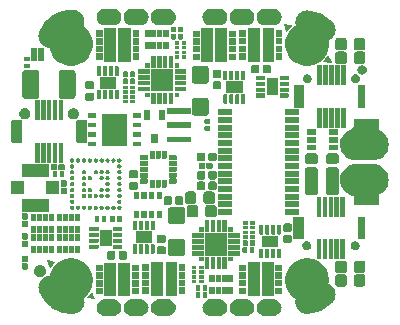
<source format=gbr>
G04 #@! TF.GenerationSoftware,KiCad,Pcbnew,(5.1.4)-1*
G04 #@! TF.CreationDate,2021-04-25T17:32:37+02:00*
G04 #@! TF.ProjectId,ultimateFC,756c7469-6d61-4746-9546-432e6b696361,rev?*
G04 #@! TF.SameCoordinates,Original*
G04 #@! TF.FileFunction,Soldermask,Top*
G04 #@! TF.FilePolarity,Negative*
%FSLAX46Y46*%
G04 Gerber Fmt 4.6, Leading zero omitted, Abs format (unit mm)*
G04 Created by KiCad (PCBNEW (5.1.4)-1) date 2021-04-25 17:32:37*
%MOMM*%
%LPD*%
G04 APERTURE LIST*
%ADD10C,2.000000*%
%ADD11C,0.250000*%
G04 APERTURE END LIST*
D10*
X170750000Y-61325000D02*
G75*
G02X172631284Y-60101404I1739395J-616288D01*
G01*
X170760137Y-82614882D02*
G75*
G03X172641421Y-83838478I1739395J616288D01*
G01*
X192498992Y-83844683D02*
G75*
G03X193900000Y-83200000I-317J1845346D01*
G01*
X192500000Y-60150000D02*
G75*
G02X193901008Y-60794683I-317J-1845346D01*
G01*
D11*
G36*
X185167224Y-83610128D02*
G01*
X185299175Y-83650155D01*
X185420781Y-83715155D01*
X185527370Y-83802630D01*
X185614845Y-83909219D01*
X185679845Y-84030825D01*
X185719872Y-84162776D01*
X185733387Y-84300000D01*
X185719872Y-84437224D01*
X185679845Y-84569175D01*
X185614845Y-84690781D01*
X185527370Y-84797370D01*
X185420781Y-84884845D01*
X185299175Y-84949845D01*
X185167224Y-84989872D01*
X185064390Y-85000000D01*
X184295610Y-85000000D01*
X184192776Y-84989872D01*
X184060825Y-84949845D01*
X183939219Y-84884845D01*
X183832630Y-84797370D01*
X183745155Y-84690781D01*
X183680155Y-84569175D01*
X183640128Y-84437224D01*
X183626613Y-84300000D01*
X183640128Y-84162776D01*
X183680155Y-84030825D01*
X183745155Y-83909219D01*
X183832630Y-83802630D01*
X183939219Y-83715155D01*
X184060825Y-83650155D01*
X184192776Y-83610128D01*
X184295610Y-83600000D01*
X185064390Y-83600000D01*
X185167224Y-83610128D01*
X185167224Y-83610128D01*
G37*
G36*
X187467224Y-83610128D02*
G01*
X187599175Y-83650155D01*
X187720781Y-83715155D01*
X187827370Y-83802630D01*
X187914845Y-83909219D01*
X187979845Y-84030825D01*
X188019872Y-84162776D01*
X188033387Y-84300000D01*
X188019872Y-84437224D01*
X187979845Y-84569175D01*
X187914845Y-84690781D01*
X187827370Y-84797370D01*
X187720781Y-84884845D01*
X187599175Y-84949845D01*
X187467224Y-84989872D01*
X187364390Y-85000000D01*
X186595610Y-85000000D01*
X186492776Y-84989872D01*
X186360825Y-84949845D01*
X186239219Y-84884845D01*
X186132630Y-84797370D01*
X186045155Y-84690781D01*
X185980155Y-84569175D01*
X185940128Y-84437224D01*
X185926613Y-84300000D01*
X185940128Y-84162776D01*
X185980155Y-84030825D01*
X186045155Y-83909219D01*
X186132630Y-83802630D01*
X186239219Y-83715155D01*
X186360825Y-83650155D01*
X186492776Y-83610128D01*
X186595610Y-83600000D01*
X187364390Y-83600000D01*
X187467224Y-83610128D01*
X187467224Y-83610128D01*
G37*
G36*
X176207224Y-83610128D02*
G01*
X176339175Y-83650155D01*
X176460781Y-83715155D01*
X176567370Y-83802630D01*
X176654845Y-83909219D01*
X176719845Y-84030825D01*
X176759872Y-84162776D01*
X176773387Y-84300000D01*
X176759872Y-84437224D01*
X176719845Y-84569175D01*
X176654845Y-84690781D01*
X176567370Y-84797370D01*
X176460781Y-84884845D01*
X176339175Y-84949845D01*
X176207224Y-84989872D01*
X176104390Y-85000000D01*
X175335610Y-85000000D01*
X175232776Y-84989872D01*
X175100825Y-84949845D01*
X174979219Y-84884845D01*
X174872630Y-84797370D01*
X174785155Y-84690781D01*
X174720155Y-84569175D01*
X174680128Y-84437224D01*
X174666613Y-84300000D01*
X174680128Y-84162776D01*
X174720155Y-84030825D01*
X174785155Y-83909219D01*
X174872630Y-83802630D01*
X174979219Y-83715155D01*
X175100825Y-83650155D01*
X175232776Y-83610128D01*
X175335610Y-83600000D01*
X176104390Y-83600000D01*
X176207224Y-83610128D01*
X176207224Y-83610128D01*
G37*
G36*
X178507224Y-83610128D02*
G01*
X178639175Y-83650155D01*
X178760781Y-83715155D01*
X178867370Y-83802630D01*
X178954845Y-83909219D01*
X179019845Y-84030825D01*
X179059872Y-84162776D01*
X179073387Y-84300000D01*
X179059872Y-84437224D01*
X179019845Y-84569175D01*
X178954845Y-84690781D01*
X178867370Y-84797370D01*
X178760781Y-84884845D01*
X178639175Y-84949845D01*
X178507224Y-84989872D01*
X178404390Y-85000000D01*
X177635610Y-85000000D01*
X177532776Y-84989872D01*
X177400825Y-84949845D01*
X177279219Y-84884845D01*
X177172630Y-84797370D01*
X177085155Y-84690781D01*
X177020155Y-84569175D01*
X176980128Y-84437224D01*
X176966613Y-84300000D01*
X176980128Y-84162776D01*
X177020155Y-84030825D01*
X177085155Y-83909219D01*
X177172630Y-83802630D01*
X177279219Y-83715155D01*
X177400825Y-83650155D01*
X177532776Y-83610128D01*
X177635610Y-83600000D01*
X178404390Y-83600000D01*
X178507224Y-83610128D01*
X178507224Y-83610128D01*
G37*
G36*
X189767224Y-83610128D02*
G01*
X189899175Y-83650155D01*
X190020781Y-83715155D01*
X190127370Y-83802630D01*
X190214845Y-83909219D01*
X190279845Y-84030825D01*
X190319872Y-84162776D01*
X190333387Y-84300000D01*
X190319872Y-84437224D01*
X190279845Y-84569175D01*
X190214845Y-84690781D01*
X190127370Y-84797370D01*
X190020781Y-84884845D01*
X189899175Y-84949845D01*
X189767224Y-84989872D01*
X189664390Y-85000000D01*
X188895610Y-85000000D01*
X188792776Y-84989872D01*
X188660825Y-84949845D01*
X188539219Y-84884845D01*
X188432630Y-84797370D01*
X188345155Y-84690781D01*
X188280155Y-84569175D01*
X188240128Y-84437224D01*
X188226613Y-84300000D01*
X188240128Y-84162776D01*
X188280155Y-84030825D01*
X188345155Y-83909219D01*
X188432630Y-83802630D01*
X188539219Y-83715155D01*
X188660825Y-83650155D01*
X188792776Y-83610128D01*
X188895610Y-83600000D01*
X189664390Y-83600000D01*
X189767224Y-83610128D01*
X189767224Y-83610128D01*
G37*
G36*
X180807224Y-83610128D02*
G01*
X180939175Y-83650155D01*
X181060781Y-83715155D01*
X181167370Y-83802630D01*
X181254845Y-83909219D01*
X181319845Y-84030825D01*
X181359872Y-84162776D01*
X181373387Y-84300000D01*
X181359872Y-84437224D01*
X181319845Y-84569175D01*
X181254845Y-84690781D01*
X181167370Y-84797370D01*
X181060781Y-84884845D01*
X180939175Y-84949845D01*
X180807224Y-84989872D01*
X180704390Y-85000000D01*
X179935610Y-85000000D01*
X179832776Y-84989872D01*
X179700825Y-84949845D01*
X179579219Y-84884845D01*
X179472630Y-84797370D01*
X179385155Y-84690781D01*
X179320155Y-84569175D01*
X179280128Y-84437224D01*
X179266613Y-84300000D01*
X179280128Y-84162776D01*
X179320155Y-84030825D01*
X179385155Y-83909219D01*
X179472630Y-83802630D01*
X179579219Y-83715155D01*
X179700825Y-83650155D01*
X179832776Y-83610128D01*
X179935610Y-83600000D01*
X180704390Y-83600000D01*
X180807224Y-83610128D01*
X180807224Y-83610128D01*
G37*
G36*
X172898644Y-80193052D02*
G01*
X173039626Y-80221095D01*
X173376303Y-80360551D01*
X173562554Y-80485000D01*
X173673396Y-80559062D01*
X173679307Y-80563012D01*
X173936988Y-80820693D01*
X174139449Y-81123697D01*
X174278905Y-81460374D01*
X174289985Y-81516079D01*
X174350000Y-81817791D01*
X174350000Y-82182209D01*
X174305164Y-82407612D01*
X174278905Y-82539626D01*
X174139449Y-82876303D01*
X174037227Y-83029289D01*
X173936989Y-83179306D01*
X173679306Y-83436989D01*
X173618925Y-83477334D01*
X173376303Y-83639449D01*
X173039626Y-83778905D01*
X172928587Y-83800992D01*
X172682209Y-83850000D01*
X172317791Y-83850000D01*
X172071413Y-83800992D01*
X171960374Y-83778905D01*
X171623697Y-83639449D01*
X171381075Y-83477334D01*
X171320694Y-83436989D01*
X171063011Y-83179306D01*
X170962773Y-83029289D01*
X170860551Y-82876303D01*
X170721095Y-82539626D01*
X170694836Y-82407612D01*
X170650000Y-82182209D01*
X170650000Y-81817791D01*
X170710015Y-81516079D01*
X170721095Y-81460374D01*
X170860551Y-81123697D01*
X171063012Y-80820693D01*
X171320693Y-80563012D01*
X171326605Y-80559062D01*
X171437446Y-80485000D01*
X171623697Y-80360551D01*
X171960374Y-80221095D01*
X172101356Y-80193052D01*
X172317791Y-80150000D01*
X172682209Y-80150000D01*
X172898644Y-80193052D01*
X172898644Y-80193052D01*
G37*
G36*
X192898644Y-80193052D02*
G01*
X193039626Y-80221095D01*
X193376303Y-80360551D01*
X193562554Y-80485000D01*
X193673396Y-80559062D01*
X193679307Y-80563012D01*
X193936988Y-80820693D01*
X194139449Y-81123697D01*
X194278905Y-81460374D01*
X194289985Y-81516079D01*
X194350000Y-81817791D01*
X194350000Y-82182209D01*
X194305164Y-82407612D01*
X194278905Y-82539626D01*
X194139449Y-82876303D01*
X194037227Y-83029289D01*
X193936989Y-83179306D01*
X193679306Y-83436989D01*
X193618925Y-83477334D01*
X193376303Y-83639449D01*
X193039626Y-83778905D01*
X192928587Y-83800992D01*
X192682209Y-83850000D01*
X192317791Y-83850000D01*
X192071413Y-83800992D01*
X191960374Y-83778905D01*
X191623697Y-83639449D01*
X191381075Y-83477334D01*
X191320694Y-83436989D01*
X191063011Y-83179306D01*
X190962773Y-83029289D01*
X190860551Y-82876303D01*
X190721095Y-82539626D01*
X190694836Y-82407612D01*
X190650000Y-82182209D01*
X190650000Y-81817791D01*
X190710015Y-81516079D01*
X190721095Y-81460374D01*
X190860551Y-81123697D01*
X191063012Y-80820693D01*
X191320693Y-80563012D01*
X191326605Y-80559062D01*
X191437446Y-80485000D01*
X191623697Y-80360551D01*
X191960374Y-80221095D01*
X192101356Y-80193052D01*
X192317791Y-80150000D01*
X192682209Y-80150000D01*
X192898644Y-80193052D01*
X192898644Y-80193052D01*
G37*
G36*
X174298105Y-82939914D02*
G01*
X174303888Y-82941130D01*
X174303891Y-82941131D01*
X174303890Y-82941131D01*
X174309321Y-82943450D01*
X174314200Y-82946788D01*
X174318335Y-82951014D01*
X174321799Y-82956322D01*
X174323493Y-82960150D01*
X174546086Y-83563349D01*
X174547890Y-83570260D01*
X174548239Y-83576156D01*
X174547429Y-83582011D01*
X174545494Y-83587593D01*
X174542505Y-83592693D01*
X174538582Y-83597110D01*
X174533867Y-83600680D01*
X174528555Y-83603256D01*
X174528553Y-83603257D01*
X174528552Y-83603257D01*
X174527168Y-83603618D01*
X174522832Y-83604750D01*
X174516581Y-83605120D01*
X174511878Y-83604604D01*
X173879254Y-83490149D01*
X173872390Y-83488196D01*
X173872388Y-83488195D01*
X173867129Y-83485501D01*
X173862497Y-83481832D01*
X173862495Y-83481830D01*
X173858672Y-83477334D01*
X173856974Y-83474286D01*
X173855793Y-83472167D01*
X173853980Y-83466542D01*
X173853980Y-83466541D01*
X173853979Y-83466538D01*
X173853298Y-83460673D01*
X173853775Y-83454784D01*
X173855392Y-83449100D01*
X173855393Y-83449098D01*
X173858087Y-83443839D01*
X173858089Y-83443836D01*
X173858289Y-83443446D01*
X173860765Y-83440085D01*
X174270846Y-82951369D01*
X174275957Y-82946368D01*
X174280899Y-82943143D01*
X174285910Y-82941131D01*
X174286388Y-82940939D01*
X174286389Y-82940939D01*
X174286391Y-82940938D01*
X174292192Y-82939850D01*
X174292196Y-82939850D01*
X174298105Y-82939914D01*
X174298105Y-82939914D01*
G37*
G36*
X183979548Y-83001801D02*
G01*
X183995937Y-83006771D01*
X184011046Y-83014849D01*
X184024286Y-83025714D01*
X184035151Y-83038954D01*
X184043229Y-83054063D01*
X184048199Y-83070452D01*
X184050000Y-83088733D01*
X184050000Y-83411267D01*
X184048199Y-83429548D01*
X184043229Y-83445937D01*
X184035151Y-83461046D01*
X184024286Y-83474286D01*
X184011046Y-83485151D01*
X183995937Y-83493229D01*
X183979548Y-83498199D01*
X183961267Y-83500000D01*
X183738733Y-83500000D01*
X183720452Y-83498199D01*
X183704063Y-83493229D01*
X183688954Y-83485151D01*
X183675714Y-83474286D01*
X183664849Y-83461046D01*
X183656771Y-83445937D01*
X183651801Y-83429548D01*
X183650000Y-83411267D01*
X183650000Y-83088733D01*
X183651801Y-83070452D01*
X183656771Y-83054063D01*
X183664849Y-83038954D01*
X183675714Y-83025714D01*
X183688954Y-83014849D01*
X183704063Y-83006771D01*
X183720452Y-83001801D01*
X183738733Y-83000000D01*
X183961267Y-83000000D01*
X183979548Y-83001801D01*
X183979548Y-83001801D01*
G37*
G36*
X183379548Y-83001801D02*
G01*
X183395937Y-83006771D01*
X183411046Y-83014849D01*
X183424286Y-83025714D01*
X183435151Y-83038954D01*
X183443229Y-83054063D01*
X183448199Y-83070452D01*
X183450000Y-83088733D01*
X183450000Y-83411267D01*
X183448199Y-83429548D01*
X183443229Y-83445937D01*
X183435151Y-83461046D01*
X183424286Y-83474286D01*
X183411046Y-83485151D01*
X183395937Y-83493229D01*
X183379548Y-83498199D01*
X183361267Y-83500000D01*
X183138733Y-83500000D01*
X183120452Y-83498199D01*
X183104063Y-83493229D01*
X183088954Y-83485151D01*
X183075714Y-83474286D01*
X183064849Y-83461046D01*
X183056771Y-83445937D01*
X183051801Y-83429548D01*
X183050000Y-83411267D01*
X183050000Y-83088733D01*
X183051801Y-83070452D01*
X183056771Y-83054063D01*
X183064849Y-83038954D01*
X183075714Y-83025714D01*
X183088954Y-83014849D01*
X183104063Y-83006771D01*
X183120452Y-83001801D01*
X183138733Y-83000000D01*
X183361267Y-83000000D01*
X183379548Y-83001801D01*
X183379548Y-83001801D01*
G37*
G36*
X176276000Y-83355000D02*
G01*
X175276000Y-83355000D01*
X175276000Y-80495000D01*
X176276000Y-80495000D01*
X176276000Y-83355000D01*
X176276000Y-83355000D01*
G37*
G36*
X177526000Y-83355000D02*
G01*
X176456000Y-83355000D01*
X176456000Y-80495000D01*
X177526000Y-80495000D01*
X177526000Y-83355000D01*
X177526000Y-83355000D01*
G37*
G36*
X189704000Y-83345000D02*
G01*
X188704000Y-83345000D01*
X188704000Y-80485000D01*
X189704000Y-80485000D01*
X189704000Y-83345000D01*
X189704000Y-83345000D01*
G37*
G36*
X188524000Y-83345000D02*
G01*
X187454000Y-83345000D01*
X187454000Y-80485000D01*
X188524000Y-80485000D01*
X188524000Y-83345000D01*
X188524000Y-83345000D01*
G37*
G36*
X181514000Y-83325000D02*
G01*
X180514000Y-83325000D01*
X180514000Y-80465000D01*
X181514000Y-80465000D01*
X181514000Y-83325000D01*
X181514000Y-83325000D01*
G37*
G36*
X180334000Y-83325000D02*
G01*
X179264000Y-83325000D01*
X179264000Y-80465000D01*
X180334000Y-80465000D01*
X180334000Y-83325000D01*
X180334000Y-83325000D01*
G37*
G36*
X175175000Y-83175000D02*
G01*
X174625000Y-83175000D01*
X174625000Y-82625000D01*
X175175000Y-82625000D01*
X175175000Y-83175000D01*
X175175000Y-83175000D01*
G37*
G36*
X178247000Y-83175000D02*
G01*
X177697000Y-83175000D01*
X177697000Y-82625000D01*
X178247000Y-82625000D01*
X178247000Y-83175000D01*
X178247000Y-83175000D01*
G37*
G36*
X184730000Y-83170000D02*
G01*
X184230000Y-83170000D01*
X184230000Y-82570000D01*
X184730000Y-82570000D01*
X184730000Y-83170000D01*
X184730000Y-83170000D01*
G37*
G36*
X185180000Y-83170000D02*
G01*
X184780000Y-83170000D01*
X184780000Y-82570000D01*
X185180000Y-82570000D01*
X185180000Y-83170000D01*
X185180000Y-83170000D01*
G37*
G36*
X185680000Y-83170000D02*
G01*
X185280000Y-83170000D01*
X185280000Y-82570000D01*
X185680000Y-82570000D01*
X185680000Y-83170000D01*
X185680000Y-83170000D01*
G37*
G36*
X186230000Y-83170000D02*
G01*
X185730000Y-83170000D01*
X185730000Y-82570000D01*
X186230000Y-82570000D01*
X186230000Y-83170000D01*
X186230000Y-83170000D01*
G37*
G36*
X187283000Y-83165000D02*
G01*
X186733000Y-83165000D01*
X186733000Y-82615000D01*
X187283000Y-82615000D01*
X187283000Y-83165000D01*
X187283000Y-83165000D01*
G37*
G36*
X190355000Y-83165000D02*
G01*
X189805000Y-83165000D01*
X189805000Y-82615000D01*
X190355000Y-82615000D01*
X190355000Y-83165000D01*
X190355000Y-83165000D01*
G37*
G36*
X179093000Y-83145000D02*
G01*
X178543000Y-83145000D01*
X178543000Y-82595000D01*
X179093000Y-82595000D01*
X179093000Y-83145000D01*
X179093000Y-83145000D01*
G37*
G36*
X182165000Y-83145000D02*
G01*
X181615000Y-83145000D01*
X181615000Y-82595000D01*
X182165000Y-82595000D01*
X182165000Y-83145000D01*
X182165000Y-83145000D01*
G37*
G36*
X183379548Y-82401801D02*
G01*
X183395937Y-82406771D01*
X183411046Y-82414849D01*
X183424286Y-82425714D01*
X183435151Y-82438954D01*
X183443229Y-82454063D01*
X183448199Y-82470452D01*
X183450000Y-82488733D01*
X183450000Y-82811267D01*
X183448199Y-82829548D01*
X183443229Y-82845937D01*
X183435151Y-82861046D01*
X183424286Y-82874286D01*
X183411046Y-82885151D01*
X183395937Y-82893229D01*
X183379548Y-82898199D01*
X183361267Y-82900000D01*
X183138733Y-82900000D01*
X183120452Y-82898199D01*
X183104063Y-82893229D01*
X183088954Y-82885151D01*
X183075714Y-82874286D01*
X183064849Y-82861046D01*
X183056771Y-82845937D01*
X183051801Y-82829548D01*
X183050000Y-82811267D01*
X183050000Y-82488733D01*
X183051801Y-82470452D01*
X183056771Y-82454063D01*
X183064849Y-82438954D01*
X183075714Y-82425714D01*
X183088954Y-82414849D01*
X183104063Y-82406771D01*
X183120452Y-82401801D01*
X183138733Y-82400000D01*
X183361267Y-82400000D01*
X183379548Y-82401801D01*
X183379548Y-82401801D01*
G37*
G36*
X183979548Y-82401801D02*
G01*
X183995937Y-82406771D01*
X184011046Y-82414849D01*
X184024286Y-82425714D01*
X184035151Y-82438954D01*
X184043229Y-82454063D01*
X184048199Y-82470452D01*
X184050000Y-82488733D01*
X184050000Y-82811267D01*
X184048199Y-82829548D01*
X184043229Y-82845937D01*
X184035151Y-82861046D01*
X184024286Y-82874286D01*
X184011046Y-82885151D01*
X183995937Y-82893229D01*
X183979548Y-82898199D01*
X183961267Y-82900000D01*
X183738733Y-82900000D01*
X183720452Y-82898199D01*
X183704063Y-82893229D01*
X183688954Y-82885151D01*
X183675714Y-82874286D01*
X183664849Y-82861046D01*
X183656771Y-82845937D01*
X183651801Y-82829548D01*
X183650000Y-82811267D01*
X183650000Y-82488733D01*
X183651801Y-82470452D01*
X183656771Y-82454063D01*
X183664849Y-82438954D01*
X183675714Y-82425714D01*
X183688954Y-82414849D01*
X183704063Y-82406771D01*
X183720452Y-82401801D01*
X183738733Y-82400000D01*
X183961267Y-82400000D01*
X183979548Y-82401801D01*
X183979548Y-82401801D01*
G37*
G36*
X197238840Y-81479563D02*
G01*
X197282203Y-81492716D01*
X197322159Y-81514074D01*
X197357183Y-81542817D01*
X197385926Y-81577841D01*
X197407284Y-81617797D01*
X197420437Y-81661160D01*
X197425000Y-81707482D01*
X197425000Y-82292518D01*
X197420437Y-82338840D01*
X197407284Y-82382203D01*
X197385926Y-82422159D01*
X197357183Y-82457183D01*
X197322159Y-82485926D01*
X197282203Y-82507284D01*
X197238840Y-82520437D01*
X197192518Y-82525000D01*
X196682482Y-82525000D01*
X196636160Y-82520437D01*
X196592797Y-82507284D01*
X196552841Y-82485926D01*
X196517817Y-82457183D01*
X196489074Y-82422159D01*
X196467716Y-82382203D01*
X196454563Y-82338840D01*
X196450000Y-82292518D01*
X196450000Y-81707482D01*
X196454563Y-81661160D01*
X196467716Y-81617797D01*
X196489074Y-81577841D01*
X196517817Y-81542817D01*
X196552841Y-81514074D01*
X196592797Y-81492716D01*
X196636160Y-81479563D01*
X196682482Y-81475000D01*
X197192518Y-81475000D01*
X197238840Y-81479563D01*
X197238840Y-81479563D01*
G37*
G36*
X195663840Y-81479563D02*
G01*
X195707203Y-81492716D01*
X195747159Y-81514074D01*
X195782183Y-81542817D01*
X195810926Y-81577841D01*
X195832284Y-81617797D01*
X195845437Y-81661160D01*
X195850000Y-81707482D01*
X195850000Y-82292518D01*
X195845437Y-82338840D01*
X195832284Y-82382203D01*
X195810926Y-82422159D01*
X195782183Y-82457183D01*
X195747159Y-82485926D01*
X195707203Y-82507284D01*
X195663840Y-82520437D01*
X195617518Y-82525000D01*
X195107482Y-82525000D01*
X195061160Y-82520437D01*
X195017797Y-82507284D01*
X194977841Y-82485926D01*
X194942817Y-82457183D01*
X194914074Y-82422159D01*
X194892716Y-82382203D01*
X194879563Y-82338840D01*
X194875000Y-82292518D01*
X194875000Y-81707482D01*
X194879563Y-81661160D01*
X194892716Y-81617797D01*
X194914074Y-81577841D01*
X194942817Y-81542817D01*
X194977841Y-81514074D01*
X195017797Y-81492716D01*
X195061160Y-81479563D01*
X195107482Y-81475000D01*
X195617518Y-81475000D01*
X195663840Y-81479563D01*
X195663840Y-81479563D01*
G37*
G36*
X178247000Y-82525000D02*
G01*
X177697000Y-82525000D01*
X177697000Y-81975000D01*
X178247000Y-81975000D01*
X178247000Y-82525000D01*
X178247000Y-82525000D01*
G37*
G36*
X175175000Y-82525000D02*
G01*
X174625000Y-82525000D01*
X174625000Y-81975000D01*
X175175000Y-81975000D01*
X175175000Y-82525000D01*
X175175000Y-82525000D01*
G37*
G36*
X190355000Y-82515000D02*
G01*
X189805000Y-82515000D01*
X189805000Y-81965000D01*
X190355000Y-81965000D01*
X190355000Y-82515000D01*
X190355000Y-82515000D01*
G37*
G36*
X187283000Y-82515000D02*
G01*
X186733000Y-82515000D01*
X186733000Y-81965000D01*
X187283000Y-81965000D01*
X187283000Y-82515000D01*
X187283000Y-82515000D01*
G37*
G36*
X182165000Y-82495000D02*
G01*
X181615000Y-82495000D01*
X181615000Y-81945000D01*
X182165000Y-81945000D01*
X182165000Y-82495000D01*
X182165000Y-82495000D01*
G37*
G36*
X179093000Y-82495000D02*
G01*
X178543000Y-82495000D01*
X178543000Y-81945000D01*
X179093000Y-81945000D01*
X179093000Y-82495000D01*
X179093000Y-82495000D01*
G37*
G36*
X183121930Y-81950311D02*
G01*
X183123779Y-81950872D01*
X183125490Y-81951787D01*
X183126986Y-81953014D01*
X183128213Y-81954510D01*
X183129128Y-81956221D01*
X183129689Y-81958070D01*
X183130000Y-81961230D01*
X183130000Y-82238770D01*
X183129689Y-82241930D01*
X183129128Y-82243779D01*
X183128213Y-82245490D01*
X183126986Y-82246986D01*
X183125490Y-82248213D01*
X183123779Y-82249128D01*
X183121930Y-82249689D01*
X183118770Y-82250000D01*
X182741230Y-82250000D01*
X182738070Y-82249689D01*
X182736221Y-82249128D01*
X182734510Y-82248213D01*
X182733014Y-82246986D01*
X182731787Y-82245490D01*
X182730872Y-82243779D01*
X182730311Y-82241930D01*
X182730000Y-82238770D01*
X182730000Y-81961230D01*
X182730311Y-81958070D01*
X182730872Y-81956221D01*
X182731787Y-81954510D01*
X182733014Y-81953014D01*
X182734510Y-81951787D01*
X182736221Y-81950872D01*
X182738070Y-81950311D01*
X182741230Y-81950000D01*
X183118770Y-81950000D01*
X183121930Y-81950311D01*
X183121930Y-81950311D01*
G37*
G36*
X183721930Y-81950311D02*
G01*
X183723779Y-81950872D01*
X183725490Y-81951787D01*
X183726986Y-81953014D01*
X183728213Y-81954510D01*
X183729128Y-81956221D01*
X183729689Y-81958070D01*
X183730000Y-81961230D01*
X183730000Y-82238770D01*
X183729689Y-82241930D01*
X183729128Y-82243779D01*
X183728213Y-82245490D01*
X183726986Y-82246986D01*
X183725490Y-82248213D01*
X183723779Y-82249128D01*
X183721930Y-82249689D01*
X183718770Y-82250000D01*
X183341230Y-82250000D01*
X183338070Y-82249689D01*
X183336221Y-82249128D01*
X183334510Y-82248213D01*
X183333014Y-82246986D01*
X183331787Y-82245490D01*
X183330872Y-82243779D01*
X183330311Y-82241930D01*
X183330000Y-82238770D01*
X183330000Y-81961230D01*
X183330311Y-81958070D01*
X183330872Y-81956221D01*
X183331787Y-81954510D01*
X183333014Y-81953014D01*
X183334510Y-81951787D01*
X183336221Y-81950872D01*
X183338070Y-81950311D01*
X183341230Y-81950000D01*
X183718770Y-81950000D01*
X183721930Y-81950311D01*
X183721930Y-81950311D01*
G37*
G36*
X184730000Y-82170000D02*
G01*
X184230000Y-82170000D01*
X184230000Y-81570000D01*
X184730000Y-81570000D01*
X184730000Y-82170000D01*
X184730000Y-82170000D01*
G37*
G36*
X186230000Y-82170000D02*
G01*
X185730000Y-82170000D01*
X185730000Y-81570000D01*
X186230000Y-81570000D01*
X186230000Y-82170000D01*
X186230000Y-82170000D01*
G37*
G36*
X185680000Y-82170000D02*
G01*
X185280000Y-82170000D01*
X185280000Y-81570000D01*
X185680000Y-81570000D01*
X185680000Y-82170000D01*
X185680000Y-82170000D01*
G37*
G36*
X185180000Y-82170000D02*
G01*
X184780000Y-82170000D01*
X184780000Y-81570000D01*
X185180000Y-81570000D01*
X185180000Y-82170000D01*
X185180000Y-82170000D01*
G37*
G36*
X175175000Y-81875000D02*
G01*
X174625000Y-81875000D01*
X174625000Y-81325000D01*
X175175000Y-81325000D01*
X175175000Y-81875000D01*
X175175000Y-81875000D01*
G37*
G36*
X178247000Y-81875000D02*
G01*
X177697000Y-81875000D01*
X177697000Y-81325000D01*
X178247000Y-81325000D01*
X178247000Y-81875000D01*
X178247000Y-81875000D01*
G37*
G36*
X187283000Y-81865000D02*
G01*
X186733000Y-81865000D01*
X186733000Y-81315000D01*
X187283000Y-81315000D01*
X187283000Y-81865000D01*
X187283000Y-81865000D01*
G37*
G36*
X190355000Y-81865000D02*
G01*
X189805000Y-81865000D01*
X189805000Y-81315000D01*
X190355000Y-81315000D01*
X190355000Y-81865000D01*
X190355000Y-81865000D01*
G37*
G36*
X183121930Y-81550311D02*
G01*
X183123779Y-81550872D01*
X183125490Y-81551787D01*
X183126986Y-81553014D01*
X183128213Y-81554510D01*
X183129128Y-81556221D01*
X183129689Y-81558070D01*
X183130000Y-81561230D01*
X183130000Y-81838770D01*
X183129689Y-81841930D01*
X183129128Y-81843779D01*
X183128213Y-81845490D01*
X183126986Y-81846986D01*
X183125490Y-81848213D01*
X183123779Y-81849128D01*
X183121930Y-81849689D01*
X183118770Y-81850000D01*
X182741230Y-81850000D01*
X182738070Y-81849689D01*
X182736221Y-81849128D01*
X182734510Y-81848213D01*
X182733014Y-81846986D01*
X182731787Y-81845490D01*
X182730872Y-81843779D01*
X182730311Y-81841930D01*
X182730000Y-81838770D01*
X182730000Y-81561230D01*
X182730311Y-81558070D01*
X182730872Y-81556221D01*
X182731787Y-81554510D01*
X182733014Y-81553014D01*
X182734510Y-81551787D01*
X182736221Y-81550872D01*
X182738070Y-81550311D01*
X182741230Y-81550000D01*
X183118770Y-81550000D01*
X183121930Y-81550311D01*
X183121930Y-81550311D01*
G37*
G36*
X183721930Y-81550311D02*
G01*
X183723779Y-81550872D01*
X183725490Y-81551787D01*
X183726986Y-81553014D01*
X183728213Y-81554510D01*
X183729128Y-81556221D01*
X183729689Y-81558070D01*
X183730000Y-81561230D01*
X183730000Y-81838770D01*
X183729689Y-81841930D01*
X183729128Y-81843779D01*
X183728213Y-81845490D01*
X183726986Y-81846986D01*
X183725490Y-81848213D01*
X183723779Y-81849128D01*
X183721930Y-81849689D01*
X183718770Y-81850000D01*
X183341230Y-81850000D01*
X183338070Y-81849689D01*
X183336221Y-81849128D01*
X183334510Y-81848213D01*
X183333014Y-81846986D01*
X183331787Y-81845490D01*
X183330872Y-81843779D01*
X183330311Y-81841930D01*
X183330000Y-81838770D01*
X183330000Y-81561230D01*
X183330311Y-81558070D01*
X183330872Y-81556221D01*
X183331787Y-81554510D01*
X183333014Y-81553014D01*
X183334510Y-81551787D01*
X183336221Y-81550872D01*
X183338070Y-81550311D01*
X183341230Y-81550000D01*
X183718770Y-81550000D01*
X183721930Y-81550311D01*
X183721930Y-81550311D01*
G37*
G36*
X182165000Y-81845000D02*
G01*
X181615000Y-81845000D01*
X181615000Y-81295000D01*
X182165000Y-81295000D01*
X182165000Y-81845000D01*
X182165000Y-81845000D01*
G37*
G36*
X179093000Y-81845000D02*
G01*
X178543000Y-81845000D01*
X178543000Y-81295000D01*
X179093000Y-81295000D01*
X179093000Y-81845000D01*
X179093000Y-81845000D01*
G37*
G36*
X170020845Y-80719215D02*
G01*
X170111839Y-80756906D01*
X170193731Y-80811625D01*
X170263375Y-80881269D01*
X170318094Y-80963161D01*
X170355785Y-81054155D01*
X170375000Y-81150754D01*
X170375000Y-81249246D01*
X170355785Y-81345845D01*
X170318094Y-81436839D01*
X170263375Y-81518731D01*
X170193731Y-81588375D01*
X170111839Y-81643094D01*
X170020845Y-81680785D01*
X169924246Y-81700000D01*
X169825754Y-81700000D01*
X169729155Y-81680785D01*
X169638161Y-81643094D01*
X169556269Y-81588375D01*
X169486625Y-81518731D01*
X169431906Y-81436839D01*
X169394215Y-81345845D01*
X169375000Y-81249246D01*
X169375000Y-81150754D01*
X169394215Y-81054155D01*
X169431906Y-80963161D01*
X169486625Y-80881269D01*
X169556269Y-80811625D01*
X169638161Y-80756906D01*
X169729155Y-80719215D01*
X169825754Y-80700000D01*
X169924246Y-80700000D01*
X170020845Y-80719215D01*
X170020845Y-80719215D01*
G37*
G36*
X183121930Y-81150311D02*
G01*
X183123779Y-81150872D01*
X183125490Y-81151787D01*
X183126986Y-81153014D01*
X183128213Y-81154510D01*
X183129128Y-81156221D01*
X183129689Y-81158070D01*
X183130000Y-81161230D01*
X183130000Y-81438770D01*
X183129689Y-81441930D01*
X183129128Y-81443779D01*
X183128213Y-81445490D01*
X183126986Y-81446986D01*
X183125490Y-81448213D01*
X183123779Y-81449128D01*
X183121930Y-81449689D01*
X183118770Y-81450000D01*
X182741230Y-81450000D01*
X182738070Y-81449689D01*
X182736221Y-81449128D01*
X182734510Y-81448213D01*
X182733014Y-81446986D01*
X182731787Y-81445490D01*
X182730872Y-81443779D01*
X182730311Y-81441930D01*
X182730000Y-81438770D01*
X182730000Y-81161230D01*
X182730311Y-81158070D01*
X182730872Y-81156221D01*
X182731787Y-81154510D01*
X182733014Y-81153014D01*
X182734510Y-81151787D01*
X182736221Y-81150872D01*
X182738070Y-81150311D01*
X182741230Y-81150000D01*
X183118770Y-81150000D01*
X183121930Y-81150311D01*
X183121930Y-81150311D01*
G37*
G36*
X183721930Y-81150311D02*
G01*
X183723779Y-81150872D01*
X183725490Y-81151787D01*
X183726986Y-81153014D01*
X183728213Y-81154510D01*
X183729128Y-81156221D01*
X183729689Y-81158070D01*
X183730000Y-81161230D01*
X183730000Y-81438770D01*
X183729689Y-81441930D01*
X183729128Y-81443779D01*
X183728213Y-81445490D01*
X183726986Y-81446986D01*
X183725490Y-81448213D01*
X183723779Y-81449128D01*
X183721930Y-81449689D01*
X183718770Y-81450000D01*
X183341230Y-81450000D01*
X183338070Y-81449689D01*
X183336221Y-81449128D01*
X183334510Y-81448213D01*
X183333014Y-81446986D01*
X183331787Y-81445490D01*
X183330872Y-81443779D01*
X183330311Y-81441930D01*
X183330000Y-81438770D01*
X183330000Y-81161230D01*
X183330311Y-81158070D01*
X183330872Y-81156221D01*
X183331787Y-81154510D01*
X183333014Y-81153014D01*
X183334510Y-81151787D01*
X183336221Y-81150872D01*
X183338070Y-81150311D01*
X183341230Y-81150000D01*
X183718770Y-81150000D01*
X183721930Y-81150311D01*
X183721930Y-81150311D01*
G37*
G36*
X197238840Y-80329563D02*
G01*
X197282203Y-80342716D01*
X197322159Y-80364074D01*
X197357183Y-80392817D01*
X197385926Y-80427841D01*
X197407284Y-80467797D01*
X197420437Y-80511160D01*
X197425000Y-80557482D01*
X197425000Y-81142518D01*
X197420437Y-81188840D01*
X197407284Y-81232203D01*
X197385926Y-81272159D01*
X197357183Y-81307183D01*
X197322159Y-81335926D01*
X197282203Y-81357284D01*
X197238840Y-81370437D01*
X197192518Y-81375000D01*
X196682482Y-81375000D01*
X196636160Y-81370437D01*
X196592797Y-81357284D01*
X196552841Y-81335926D01*
X196517817Y-81307183D01*
X196489074Y-81272159D01*
X196467716Y-81232203D01*
X196454563Y-81188840D01*
X196450000Y-81142518D01*
X196450000Y-80557482D01*
X196454563Y-80511160D01*
X196467716Y-80467797D01*
X196489074Y-80427841D01*
X196517817Y-80392817D01*
X196552841Y-80364074D01*
X196592797Y-80342716D01*
X196636160Y-80329563D01*
X196682482Y-80325000D01*
X197192518Y-80325000D01*
X197238840Y-80329563D01*
X197238840Y-80329563D01*
G37*
G36*
X195663840Y-80329563D02*
G01*
X195707203Y-80342716D01*
X195747159Y-80364074D01*
X195782183Y-80392817D01*
X195810926Y-80427841D01*
X195832284Y-80467797D01*
X195845437Y-80511160D01*
X195850000Y-80557482D01*
X195850000Y-81142518D01*
X195845437Y-81188840D01*
X195832284Y-81232203D01*
X195810926Y-81272159D01*
X195782183Y-81307183D01*
X195747159Y-81335926D01*
X195707203Y-81357284D01*
X195663840Y-81370437D01*
X195617518Y-81375000D01*
X195107482Y-81375000D01*
X195061160Y-81370437D01*
X195017797Y-81357284D01*
X194977841Y-81335926D01*
X194942817Y-81307183D01*
X194914074Y-81272159D01*
X194892716Y-81232203D01*
X194879563Y-81188840D01*
X194875000Y-81142518D01*
X194875000Y-80557482D01*
X194879563Y-80511160D01*
X194892716Y-80467797D01*
X194914074Y-80427841D01*
X194942817Y-80392817D01*
X194977841Y-80364074D01*
X195017797Y-80342716D01*
X195061160Y-80329563D01*
X195107482Y-80325000D01*
X195617518Y-80325000D01*
X195663840Y-80329563D01*
X195663840Y-80329563D01*
G37*
G36*
X178247000Y-81225000D02*
G01*
X177697000Y-81225000D01*
X177697000Y-80675000D01*
X178247000Y-80675000D01*
X178247000Y-81225000D01*
X178247000Y-81225000D01*
G37*
G36*
X175175000Y-81225000D02*
G01*
X174625000Y-81225000D01*
X174625000Y-80675000D01*
X175175000Y-80675000D01*
X175175000Y-81225000D01*
X175175000Y-81225000D01*
G37*
G36*
X187283000Y-81215000D02*
G01*
X186733000Y-81215000D01*
X186733000Y-80665000D01*
X187283000Y-80665000D01*
X187283000Y-81215000D01*
X187283000Y-81215000D01*
G37*
G36*
X190355000Y-81215000D02*
G01*
X189805000Y-81215000D01*
X189805000Y-80665000D01*
X190355000Y-80665000D01*
X190355000Y-81215000D01*
X190355000Y-81215000D01*
G37*
G36*
X179093000Y-81195000D02*
G01*
X178543000Y-81195000D01*
X178543000Y-80645000D01*
X179093000Y-80645000D01*
X179093000Y-81195000D01*
X179093000Y-81195000D01*
G37*
G36*
X182165000Y-81195000D02*
G01*
X181615000Y-81195000D01*
X181615000Y-80645000D01*
X182165000Y-80645000D01*
X182165000Y-81195000D01*
X182165000Y-81195000D01*
G37*
G36*
X168759425Y-80542281D02*
G01*
X168780506Y-80548675D01*
X168799936Y-80559062D01*
X168816964Y-80573036D01*
X168830938Y-80590064D01*
X168841325Y-80609494D01*
X168847719Y-80630575D01*
X168850000Y-80653732D01*
X168850000Y-80986268D01*
X168847719Y-81009425D01*
X168841325Y-81030506D01*
X168830938Y-81049936D01*
X168816964Y-81066964D01*
X168799936Y-81080938D01*
X168780506Y-81091325D01*
X168759425Y-81097719D01*
X168736268Y-81100000D01*
X168463732Y-81100000D01*
X168440575Y-81097719D01*
X168419494Y-81091325D01*
X168400064Y-81080938D01*
X168383036Y-81066964D01*
X168369062Y-81049936D01*
X168358675Y-81030506D01*
X168352281Y-81009425D01*
X168350000Y-80986268D01*
X168350000Y-80653732D01*
X168352281Y-80630575D01*
X168358675Y-80609494D01*
X168369062Y-80590064D01*
X168383036Y-80573036D01*
X168400064Y-80559062D01*
X168419494Y-80548675D01*
X168440575Y-80542281D01*
X168463732Y-80540000D01*
X168736268Y-80540000D01*
X168759425Y-80542281D01*
X168759425Y-80542281D01*
G37*
G36*
X183721930Y-80750311D02*
G01*
X183723779Y-80750872D01*
X183725490Y-80751787D01*
X183726986Y-80753014D01*
X183728213Y-80754510D01*
X183729128Y-80756221D01*
X183729689Y-80758070D01*
X183730000Y-80761230D01*
X183730000Y-81038770D01*
X183729689Y-81041930D01*
X183729128Y-81043779D01*
X183728213Y-81045490D01*
X183726986Y-81046986D01*
X183725490Y-81048213D01*
X183723779Y-81049128D01*
X183721930Y-81049689D01*
X183718770Y-81050000D01*
X183341230Y-81050000D01*
X183338070Y-81049689D01*
X183336221Y-81049128D01*
X183334510Y-81048213D01*
X183333014Y-81046986D01*
X183331787Y-81045490D01*
X183330872Y-81043779D01*
X183330311Y-81041930D01*
X183330000Y-81038770D01*
X183330000Y-80761230D01*
X183330311Y-80758070D01*
X183330872Y-80756221D01*
X183331787Y-80754510D01*
X183333014Y-80753014D01*
X183334510Y-80751787D01*
X183336221Y-80750872D01*
X183338070Y-80750311D01*
X183341230Y-80750000D01*
X183718770Y-80750000D01*
X183721930Y-80750311D01*
X183721930Y-80750311D01*
G37*
G36*
X183121930Y-80750311D02*
G01*
X183123779Y-80750872D01*
X183125490Y-80751787D01*
X183126986Y-80753014D01*
X183128213Y-80754510D01*
X183129128Y-80756221D01*
X183129689Y-80758070D01*
X183130000Y-80761230D01*
X183130000Y-81038770D01*
X183129689Y-81041930D01*
X183129128Y-81043779D01*
X183128213Y-81045490D01*
X183126986Y-81046986D01*
X183125490Y-81048213D01*
X183123779Y-81049128D01*
X183121930Y-81049689D01*
X183118770Y-81050000D01*
X182741230Y-81050000D01*
X182738070Y-81049689D01*
X182736221Y-81049128D01*
X182734510Y-81048213D01*
X182733014Y-81046986D01*
X182731787Y-81045490D01*
X182730872Y-81043779D01*
X182730311Y-81041930D01*
X182730000Y-81038770D01*
X182730000Y-80761230D01*
X182730311Y-80758070D01*
X182730872Y-80756221D01*
X182731787Y-80754510D01*
X182733014Y-80753014D01*
X182734510Y-80751787D01*
X182736221Y-80750872D01*
X182738070Y-80750311D01*
X182741230Y-80750000D01*
X183118770Y-80750000D01*
X183121930Y-80750311D01*
X183121930Y-80750311D01*
G37*
G36*
X184730000Y-81000000D02*
G01*
X184330000Y-81000000D01*
X184330000Y-80000000D01*
X184730000Y-80000000D01*
X184730000Y-81000000D01*
X184730000Y-81000000D01*
G37*
G36*
X185230000Y-81000000D02*
G01*
X184830000Y-81000000D01*
X184830000Y-80000000D01*
X185230000Y-80000000D01*
X185230000Y-81000000D01*
X185230000Y-81000000D01*
G37*
G36*
X184230000Y-81000000D02*
G01*
X183830000Y-81000000D01*
X183830000Y-80000000D01*
X184230000Y-80000000D01*
X184230000Y-81000000D01*
X184230000Y-81000000D01*
G37*
G36*
X185730000Y-81000000D02*
G01*
X185330000Y-81000000D01*
X185330000Y-80000000D01*
X185730000Y-80000000D01*
X185730000Y-81000000D01*
X185730000Y-81000000D01*
G37*
G36*
X170538122Y-80295396D02*
G01*
X171170746Y-80409851D01*
X171177610Y-80411804D01*
X171177612Y-80411805D01*
X171182871Y-80414499D01*
X171187503Y-80418168D01*
X171187505Y-80418170D01*
X171191328Y-80422666D01*
X171191330Y-80422670D01*
X171191331Y-80422671D01*
X171194207Y-80427833D01*
X171196020Y-80433458D01*
X171196021Y-80433462D01*
X171196702Y-80439327D01*
X171196225Y-80445216D01*
X171196224Y-80445218D01*
X171194607Y-80450902D01*
X171191913Y-80456161D01*
X171191911Y-80456164D01*
X171191711Y-80456554D01*
X171189235Y-80459915D01*
X170779154Y-80948631D01*
X170774043Y-80953632D01*
X170769101Y-80956857D01*
X170769096Y-80956859D01*
X170763612Y-80959061D01*
X170763611Y-80959061D01*
X170763609Y-80959062D01*
X170757808Y-80960150D01*
X170757804Y-80960150D01*
X170751895Y-80960086D01*
X170746112Y-80958870D01*
X170745009Y-80958399D01*
X170740679Y-80956550D01*
X170735800Y-80953212D01*
X170731665Y-80948986D01*
X170728201Y-80943678D01*
X170726507Y-80939850D01*
X170503914Y-80336651D01*
X170502110Y-80329740D01*
X170501761Y-80323844D01*
X170502571Y-80317989D01*
X170504506Y-80312407D01*
X170507495Y-80307307D01*
X170511418Y-80302890D01*
X170516133Y-80299320D01*
X170521445Y-80296744D01*
X170521447Y-80296743D01*
X170521448Y-80296743D01*
X170523233Y-80296277D01*
X170527168Y-80295250D01*
X170533419Y-80294880D01*
X170538122Y-80295396D01*
X170538122Y-80295396D01*
G37*
G36*
X168759425Y-79902281D02*
G01*
X168780506Y-79908675D01*
X168799936Y-79919062D01*
X168816964Y-79933036D01*
X168830938Y-79950064D01*
X168841325Y-79969494D01*
X168847719Y-79990575D01*
X168850000Y-80013732D01*
X168850000Y-80346268D01*
X168847719Y-80369425D01*
X168841325Y-80390506D01*
X168830938Y-80409936D01*
X168816964Y-80426964D01*
X168799936Y-80440938D01*
X168780506Y-80451325D01*
X168759425Y-80457719D01*
X168736268Y-80460000D01*
X168463732Y-80460000D01*
X168440575Y-80457719D01*
X168419494Y-80451325D01*
X168400064Y-80440938D01*
X168383036Y-80426964D01*
X168369062Y-80409936D01*
X168358675Y-80390506D01*
X168352281Y-80369425D01*
X168350000Y-80346268D01*
X168350000Y-80013732D01*
X168352281Y-79990575D01*
X168358675Y-79969494D01*
X168369062Y-79950064D01*
X168383036Y-79933036D01*
X168400064Y-79919062D01*
X168419494Y-79908675D01*
X168440575Y-79902281D01*
X168463732Y-79900000D01*
X168736268Y-79900000D01*
X168759425Y-79902281D01*
X168759425Y-79902281D01*
G37*
G36*
X186230000Y-80400000D02*
G01*
X185830000Y-80400000D01*
X185830000Y-80000000D01*
X186230000Y-80000000D01*
X186230000Y-80400000D01*
X186230000Y-80400000D01*
G37*
G36*
X183730000Y-80400000D02*
G01*
X183330000Y-80400000D01*
X183330000Y-80000000D01*
X183730000Y-80000000D01*
X183730000Y-80400000D01*
X183730000Y-80400000D01*
G37*
G36*
X177111191Y-79503194D02*
G01*
X177141185Y-79512292D01*
X177168827Y-79527067D01*
X177193052Y-79546948D01*
X177212933Y-79571173D01*
X177227708Y-79598815D01*
X177236806Y-79628809D01*
X177240000Y-79661232D01*
X177240000Y-80078768D01*
X177236806Y-80111191D01*
X177227708Y-80141185D01*
X177212933Y-80168827D01*
X177193052Y-80193052D01*
X177168827Y-80212933D01*
X177141185Y-80227708D01*
X177111191Y-80236806D01*
X177078768Y-80240000D01*
X176711232Y-80240000D01*
X176678809Y-80236806D01*
X176648815Y-80227708D01*
X176621173Y-80212933D01*
X176596948Y-80193052D01*
X176577067Y-80168827D01*
X176562292Y-80141185D01*
X176553194Y-80111191D01*
X176550000Y-80078768D01*
X176550000Y-79661232D01*
X176553194Y-79628809D01*
X176562292Y-79598815D01*
X176577067Y-79571173D01*
X176596948Y-79546948D01*
X176621173Y-79527067D01*
X176648815Y-79512292D01*
X176678809Y-79503194D01*
X176711232Y-79500000D01*
X177078768Y-79500000D01*
X177111191Y-79503194D01*
X177111191Y-79503194D01*
G37*
G36*
X176141191Y-79503194D02*
G01*
X176171185Y-79512292D01*
X176198827Y-79527067D01*
X176223052Y-79546948D01*
X176242933Y-79571173D01*
X176257708Y-79598815D01*
X176266806Y-79628809D01*
X176270000Y-79661232D01*
X176270000Y-80078768D01*
X176266806Y-80111191D01*
X176257708Y-80141185D01*
X176242933Y-80168827D01*
X176223052Y-80193052D01*
X176198827Y-80212933D01*
X176171185Y-80227708D01*
X176141191Y-80236806D01*
X176108768Y-80240000D01*
X175741232Y-80240000D01*
X175708809Y-80236806D01*
X175678815Y-80227708D01*
X175651173Y-80212933D01*
X175626948Y-80193052D01*
X175607067Y-80168827D01*
X175592292Y-80141185D01*
X175583194Y-80111191D01*
X175580000Y-80078768D01*
X175580000Y-79661232D01*
X175583194Y-79628809D01*
X175592292Y-79598815D01*
X175607067Y-79571173D01*
X175626948Y-79546948D01*
X175651173Y-79527067D01*
X175678815Y-79512292D01*
X175708809Y-79503194D01*
X175741232Y-79500000D01*
X176108768Y-79500000D01*
X176141191Y-79503194D01*
X176141191Y-79503194D01*
G37*
G36*
X194693881Y-78520504D02*
G01*
X194697604Y-78521633D01*
X194701045Y-78523472D01*
X194704056Y-78525944D01*
X194706528Y-78528955D01*
X194708367Y-78532396D01*
X194709496Y-78536119D01*
X194710000Y-78541233D01*
X194710000Y-80198767D01*
X194709496Y-80203881D01*
X194708367Y-80207604D01*
X194706528Y-80211045D01*
X194704056Y-80214056D01*
X194701045Y-80216528D01*
X194697604Y-80218367D01*
X194693881Y-80219496D01*
X194688767Y-80220000D01*
X194331233Y-80220000D01*
X194326119Y-80219496D01*
X194322396Y-80218367D01*
X194318955Y-80216528D01*
X194315944Y-80214056D01*
X194313472Y-80211045D01*
X194311633Y-80207604D01*
X194310504Y-80203881D01*
X194310000Y-80198767D01*
X194310000Y-78541233D01*
X194310504Y-78536119D01*
X194311633Y-78532396D01*
X194313472Y-78528955D01*
X194315944Y-78525944D01*
X194318955Y-78523472D01*
X194322396Y-78521633D01*
X194326119Y-78520504D01*
X194331233Y-78520000D01*
X194688767Y-78520000D01*
X194693881Y-78520504D01*
X194693881Y-78520504D01*
G37*
G36*
X193693881Y-78520504D02*
G01*
X193697604Y-78521633D01*
X193701045Y-78523472D01*
X193704056Y-78525944D01*
X193706528Y-78528955D01*
X193708367Y-78532396D01*
X193709496Y-78536119D01*
X193710000Y-78541233D01*
X193710000Y-80198767D01*
X193709496Y-80203881D01*
X193708367Y-80207604D01*
X193706528Y-80211045D01*
X193704056Y-80214056D01*
X193701045Y-80216528D01*
X193697604Y-80218367D01*
X193693881Y-80219496D01*
X193688767Y-80220000D01*
X193331233Y-80220000D01*
X193326119Y-80219496D01*
X193322396Y-80218367D01*
X193318955Y-80216528D01*
X193315944Y-80214056D01*
X193313472Y-80211045D01*
X193311633Y-80207604D01*
X193310504Y-80203881D01*
X193310000Y-80198767D01*
X193310000Y-78541233D01*
X193310504Y-78536119D01*
X193311633Y-78532396D01*
X193313472Y-78528955D01*
X193315944Y-78525944D01*
X193318955Y-78523472D01*
X193322396Y-78521633D01*
X193326119Y-78520504D01*
X193331233Y-78520000D01*
X193688767Y-78520000D01*
X193693881Y-78520504D01*
X193693881Y-78520504D01*
G37*
G36*
X194193881Y-78520504D02*
G01*
X194197604Y-78521633D01*
X194201045Y-78523472D01*
X194204056Y-78525944D01*
X194206528Y-78528955D01*
X194208367Y-78532396D01*
X194209496Y-78536119D01*
X194210000Y-78541233D01*
X194210000Y-80198767D01*
X194209496Y-80203881D01*
X194208367Y-80207604D01*
X194206528Y-80211045D01*
X194204056Y-80214056D01*
X194201045Y-80216528D01*
X194197604Y-80218367D01*
X194193881Y-80219496D01*
X194188767Y-80220000D01*
X193831233Y-80220000D01*
X193826119Y-80219496D01*
X193822396Y-80218367D01*
X193818955Y-80216528D01*
X193815944Y-80214056D01*
X193813472Y-80211045D01*
X193811633Y-80207604D01*
X193810504Y-80203881D01*
X193810000Y-80198767D01*
X193810000Y-78541233D01*
X193810504Y-78536119D01*
X193811633Y-78532396D01*
X193813472Y-78528955D01*
X193815944Y-78525944D01*
X193818955Y-78523472D01*
X193822396Y-78521633D01*
X193826119Y-78520504D01*
X193831233Y-78520000D01*
X194188767Y-78520000D01*
X194193881Y-78520504D01*
X194193881Y-78520504D01*
G37*
G36*
X195193881Y-78520504D02*
G01*
X195197604Y-78521633D01*
X195201045Y-78523472D01*
X195204056Y-78525944D01*
X195206528Y-78528955D01*
X195208367Y-78532396D01*
X195209496Y-78536119D01*
X195210000Y-78541233D01*
X195210000Y-80198767D01*
X195209496Y-80203881D01*
X195208367Y-80207604D01*
X195206528Y-80211045D01*
X195204056Y-80214056D01*
X195201045Y-80216528D01*
X195197604Y-80218367D01*
X195193881Y-80219496D01*
X195188767Y-80220000D01*
X194831233Y-80220000D01*
X194826119Y-80219496D01*
X194822396Y-80218367D01*
X194818955Y-80216528D01*
X194815944Y-80214056D01*
X194813472Y-80211045D01*
X194811633Y-80207604D01*
X194810504Y-80203881D01*
X194810000Y-80198767D01*
X194810000Y-78541233D01*
X194810504Y-78536119D01*
X194811633Y-78532396D01*
X194813472Y-78528955D01*
X194815944Y-78525944D01*
X194818955Y-78523472D01*
X194822396Y-78521633D01*
X194826119Y-78520504D01*
X194831233Y-78520000D01*
X195188767Y-78520000D01*
X195193881Y-78520504D01*
X195193881Y-78520504D01*
G37*
G36*
X195693881Y-78520504D02*
G01*
X195697604Y-78521633D01*
X195701045Y-78523472D01*
X195704056Y-78525944D01*
X195706528Y-78528955D01*
X195708367Y-78532396D01*
X195709496Y-78536119D01*
X195710000Y-78541233D01*
X195710000Y-80198767D01*
X195709496Y-80203881D01*
X195708367Y-80207604D01*
X195706528Y-80211045D01*
X195704056Y-80214056D01*
X195701045Y-80216528D01*
X195697604Y-80218367D01*
X195693881Y-80219496D01*
X195688767Y-80220000D01*
X195331233Y-80220000D01*
X195326119Y-80219496D01*
X195322396Y-80218367D01*
X195318955Y-80216528D01*
X195315944Y-80214056D01*
X195313472Y-80211045D01*
X195311633Y-80207604D01*
X195310504Y-80203881D01*
X195310000Y-80198767D01*
X195310000Y-78541233D01*
X195310504Y-78536119D01*
X195311633Y-78532396D01*
X195313472Y-78528955D01*
X195315944Y-78525944D01*
X195318955Y-78523472D01*
X195322396Y-78521633D01*
X195326119Y-78520504D01*
X195331233Y-78520000D01*
X195688767Y-78520000D01*
X195693881Y-78520504D01*
X195693881Y-78520504D01*
G37*
G36*
X189734612Y-79321560D02*
G01*
X189748652Y-79325819D01*
X189761599Y-79332740D01*
X189772947Y-79342053D01*
X189782260Y-79353401D01*
X189789181Y-79366348D01*
X189793440Y-79380388D01*
X189795000Y-79396231D01*
X189795000Y-80043769D01*
X189793440Y-80059612D01*
X189789181Y-80073652D01*
X189782260Y-80086599D01*
X189772947Y-80097947D01*
X189761599Y-80107260D01*
X189748652Y-80114181D01*
X189734612Y-80118440D01*
X189718769Y-80120000D01*
X189521231Y-80120000D01*
X189505388Y-80118440D01*
X189491348Y-80114181D01*
X189478401Y-80107260D01*
X189467053Y-80097947D01*
X189457740Y-80086599D01*
X189450819Y-80073652D01*
X189446560Y-80059612D01*
X189445000Y-80043769D01*
X189445000Y-79396231D01*
X189446560Y-79380388D01*
X189450819Y-79366348D01*
X189457740Y-79353401D01*
X189467053Y-79342053D01*
X189478401Y-79332740D01*
X189491348Y-79325819D01*
X189505388Y-79321560D01*
X189521231Y-79320000D01*
X189718769Y-79320000D01*
X189734612Y-79321560D01*
X189734612Y-79321560D01*
G37*
G36*
X190234612Y-79321560D02*
G01*
X190248652Y-79325819D01*
X190261599Y-79332740D01*
X190272947Y-79342053D01*
X190282260Y-79353401D01*
X190289181Y-79366348D01*
X190293440Y-79380388D01*
X190295000Y-79396231D01*
X190295000Y-80043769D01*
X190293440Y-80059612D01*
X190289181Y-80073652D01*
X190282260Y-80086599D01*
X190272947Y-80097947D01*
X190261599Y-80107260D01*
X190248652Y-80114181D01*
X190234612Y-80118440D01*
X190218769Y-80120000D01*
X190021231Y-80120000D01*
X190005388Y-80118440D01*
X189991348Y-80114181D01*
X189978401Y-80107260D01*
X189967053Y-80097947D01*
X189957740Y-80086599D01*
X189950819Y-80073652D01*
X189946560Y-80059612D01*
X189945000Y-80043769D01*
X189945000Y-79396231D01*
X189946560Y-79380388D01*
X189950819Y-79366348D01*
X189957740Y-79353401D01*
X189967053Y-79342053D01*
X189978401Y-79332740D01*
X189991348Y-79325819D01*
X190005388Y-79321560D01*
X190021231Y-79320000D01*
X190218769Y-79320000D01*
X190234612Y-79321560D01*
X190234612Y-79321560D01*
G37*
G36*
X188734612Y-79321560D02*
G01*
X188748652Y-79325819D01*
X188761599Y-79332740D01*
X188772947Y-79342053D01*
X188782260Y-79353401D01*
X188789181Y-79366348D01*
X188793440Y-79380388D01*
X188795000Y-79396231D01*
X188795000Y-80043769D01*
X188793440Y-80059612D01*
X188789181Y-80073652D01*
X188782260Y-80086599D01*
X188772947Y-80097947D01*
X188761599Y-80107260D01*
X188748652Y-80114181D01*
X188734612Y-80118440D01*
X188718769Y-80120000D01*
X188521231Y-80120000D01*
X188505388Y-80118440D01*
X188491348Y-80114181D01*
X188478401Y-80107260D01*
X188467053Y-80097947D01*
X188457740Y-80086599D01*
X188450819Y-80073652D01*
X188446560Y-80059612D01*
X188445000Y-80043769D01*
X188445000Y-79396231D01*
X188446560Y-79380388D01*
X188450819Y-79366348D01*
X188457740Y-79353401D01*
X188467053Y-79342053D01*
X188478401Y-79332740D01*
X188491348Y-79325819D01*
X188505388Y-79321560D01*
X188521231Y-79320000D01*
X188718769Y-79320000D01*
X188734612Y-79321560D01*
X188734612Y-79321560D01*
G37*
G36*
X189234612Y-79321560D02*
G01*
X189248652Y-79325819D01*
X189261599Y-79332740D01*
X189272947Y-79342053D01*
X189282260Y-79353401D01*
X189289181Y-79366348D01*
X189293440Y-79380388D01*
X189295000Y-79396231D01*
X189295000Y-80043769D01*
X189293440Y-80059612D01*
X189289181Y-80073652D01*
X189282260Y-80086599D01*
X189272947Y-80097947D01*
X189261599Y-80107260D01*
X189248652Y-80114181D01*
X189234612Y-80118440D01*
X189218769Y-80120000D01*
X189021231Y-80120000D01*
X189005388Y-80118440D01*
X188991348Y-80114181D01*
X188978401Y-80107260D01*
X188967053Y-80097947D01*
X188957740Y-80086599D01*
X188950819Y-80073652D01*
X188946560Y-80059612D01*
X188945000Y-80043769D01*
X188945000Y-79396231D01*
X188946560Y-79380388D01*
X188950819Y-79366348D01*
X188957740Y-79353401D01*
X188967053Y-79342053D01*
X188978401Y-79332740D01*
X188991348Y-79325819D01*
X189005388Y-79321560D01*
X189021231Y-79320000D01*
X189218769Y-79320000D01*
X189234612Y-79321560D01*
X189234612Y-79321560D01*
G37*
G36*
X181981517Y-78464976D02*
G01*
X182028909Y-78479353D01*
X182072592Y-78502702D01*
X182110878Y-78534122D01*
X182142298Y-78572408D01*
X182165647Y-78616091D01*
X182180024Y-78663483D01*
X182185000Y-78714010D01*
X182185000Y-79705990D01*
X182180024Y-79756517D01*
X182165647Y-79803909D01*
X182142298Y-79847592D01*
X182110878Y-79885878D01*
X182072592Y-79917298D01*
X182028909Y-79940647D01*
X181981517Y-79955024D01*
X181930990Y-79960000D01*
X180989010Y-79960000D01*
X180938483Y-79955024D01*
X180891091Y-79940647D01*
X180847408Y-79917298D01*
X180809122Y-79885878D01*
X180777702Y-79847592D01*
X180754353Y-79803909D01*
X180739976Y-79756517D01*
X180735000Y-79705990D01*
X180735000Y-78714010D01*
X180739976Y-78663483D01*
X180754353Y-78616091D01*
X180777702Y-78572408D01*
X180809122Y-78534122D01*
X180847408Y-78502702D01*
X180891091Y-78479353D01*
X180938483Y-78464976D01*
X180989010Y-78460000D01*
X181930990Y-78460000D01*
X181981517Y-78464976D01*
X181981517Y-78464976D01*
G37*
G36*
X186830000Y-79900000D02*
G01*
X185830000Y-79900000D01*
X185830000Y-79500000D01*
X186830000Y-79500000D01*
X186830000Y-79900000D01*
X186830000Y-79900000D01*
G37*
G36*
X185730000Y-79900000D02*
G01*
X183830000Y-79900000D01*
X183830000Y-78000000D01*
X185730000Y-78000000D01*
X185730000Y-79900000D01*
X185730000Y-79900000D01*
G37*
G36*
X183730000Y-79900000D02*
G01*
X182730000Y-79900000D01*
X182730000Y-79500000D01*
X183730000Y-79500000D01*
X183730000Y-79900000D01*
X183730000Y-79900000D01*
G37*
G36*
X180391191Y-79118194D02*
G01*
X180421185Y-79127292D01*
X180448827Y-79142067D01*
X180473052Y-79161948D01*
X180492933Y-79186173D01*
X180507708Y-79213815D01*
X180516806Y-79243809D01*
X180520000Y-79276232D01*
X180520000Y-79643768D01*
X180516806Y-79676191D01*
X180507708Y-79706185D01*
X180492933Y-79733827D01*
X180473052Y-79758052D01*
X180448827Y-79777933D01*
X180421185Y-79792708D01*
X180391191Y-79801806D01*
X180358768Y-79805000D01*
X179941232Y-79805000D01*
X179908809Y-79801806D01*
X179878815Y-79792708D01*
X179851173Y-79777933D01*
X179826948Y-79758052D01*
X179807067Y-79733827D01*
X179792292Y-79706185D01*
X179783194Y-79676191D01*
X179780000Y-79643768D01*
X179780000Y-79276232D01*
X179783194Y-79243809D01*
X179792292Y-79213815D01*
X179807067Y-79186173D01*
X179826948Y-79161948D01*
X179851173Y-79142067D01*
X179878815Y-79127292D01*
X179908809Y-79118194D01*
X179941232Y-79115000D01*
X180358768Y-79115000D01*
X180391191Y-79118194D01*
X180391191Y-79118194D01*
G37*
G36*
X178534612Y-78951560D02*
G01*
X178548652Y-78955819D01*
X178561599Y-78962740D01*
X178572947Y-78972053D01*
X178582260Y-78983401D01*
X178589181Y-78996348D01*
X178593440Y-79010388D01*
X178595000Y-79026231D01*
X178595000Y-79673769D01*
X178593440Y-79689612D01*
X178589181Y-79703652D01*
X178582260Y-79716599D01*
X178572947Y-79727947D01*
X178561599Y-79737260D01*
X178548652Y-79744181D01*
X178534612Y-79748440D01*
X178518769Y-79750000D01*
X178321231Y-79750000D01*
X178305388Y-79748440D01*
X178291348Y-79744181D01*
X178278401Y-79737260D01*
X178267053Y-79727947D01*
X178257740Y-79716599D01*
X178250819Y-79703652D01*
X178246560Y-79689612D01*
X178245000Y-79673769D01*
X178245000Y-79026231D01*
X178246560Y-79010388D01*
X178250819Y-78996348D01*
X178257740Y-78983401D01*
X178267053Y-78972053D01*
X178278401Y-78962740D01*
X178291348Y-78955819D01*
X178305388Y-78951560D01*
X178321231Y-78950000D01*
X178518769Y-78950000D01*
X178534612Y-78951560D01*
X178534612Y-78951560D01*
G37*
G36*
X179034612Y-78951560D02*
G01*
X179048652Y-78955819D01*
X179061599Y-78962740D01*
X179072947Y-78972053D01*
X179082260Y-78983401D01*
X179089181Y-78996348D01*
X179093440Y-79010388D01*
X179095000Y-79026231D01*
X179095000Y-79673769D01*
X179093440Y-79689612D01*
X179089181Y-79703652D01*
X179082260Y-79716599D01*
X179072947Y-79727947D01*
X179061599Y-79737260D01*
X179048652Y-79744181D01*
X179034612Y-79748440D01*
X179018769Y-79750000D01*
X178821231Y-79750000D01*
X178805388Y-79748440D01*
X178791348Y-79744181D01*
X178778401Y-79737260D01*
X178767053Y-79727947D01*
X178757740Y-79716599D01*
X178750819Y-79703652D01*
X178746560Y-79689612D01*
X178745000Y-79673769D01*
X178745000Y-79026231D01*
X178746560Y-79010388D01*
X178750819Y-78996348D01*
X178757740Y-78983401D01*
X178767053Y-78972053D01*
X178778401Y-78962740D01*
X178791348Y-78955819D01*
X178805388Y-78951560D01*
X178821231Y-78950000D01*
X179018769Y-78950000D01*
X179034612Y-78951560D01*
X179034612Y-78951560D01*
G37*
G36*
X179534612Y-78951560D02*
G01*
X179548652Y-78955819D01*
X179561599Y-78962740D01*
X179572947Y-78972053D01*
X179582260Y-78983401D01*
X179589181Y-78996348D01*
X179593440Y-79010388D01*
X179595000Y-79026231D01*
X179595000Y-79673769D01*
X179593440Y-79689612D01*
X179589181Y-79703652D01*
X179582260Y-79716599D01*
X179572947Y-79727947D01*
X179561599Y-79737260D01*
X179548652Y-79744181D01*
X179534612Y-79748440D01*
X179518769Y-79750000D01*
X179321231Y-79750000D01*
X179305388Y-79748440D01*
X179291348Y-79744181D01*
X179278401Y-79737260D01*
X179267053Y-79727947D01*
X179257740Y-79716599D01*
X179250819Y-79703652D01*
X179246560Y-79689612D01*
X179245000Y-79673769D01*
X179245000Y-79026231D01*
X179246560Y-79010388D01*
X179250819Y-78996348D01*
X179257740Y-78983401D01*
X179267053Y-78972053D01*
X179278401Y-78962740D01*
X179291348Y-78955819D01*
X179305388Y-78951560D01*
X179321231Y-78950000D01*
X179518769Y-78950000D01*
X179534612Y-78951560D01*
X179534612Y-78951560D01*
G37*
G36*
X178034612Y-78951560D02*
G01*
X178048652Y-78955819D01*
X178061599Y-78962740D01*
X178072947Y-78972053D01*
X178082260Y-78983401D01*
X178089181Y-78996348D01*
X178093440Y-79010388D01*
X178095000Y-79026231D01*
X178095000Y-79673769D01*
X178093440Y-79689612D01*
X178089181Y-79703652D01*
X178082260Y-79716599D01*
X178072947Y-79727947D01*
X178061599Y-79737260D01*
X178048652Y-79744181D01*
X178034612Y-79748440D01*
X178018769Y-79750000D01*
X177821231Y-79750000D01*
X177805388Y-79748440D01*
X177791348Y-79744181D01*
X177778401Y-79737260D01*
X177767053Y-79727947D01*
X177757740Y-79716599D01*
X177750819Y-79703652D01*
X177746560Y-79689612D01*
X177745000Y-79673769D01*
X177745000Y-79026231D01*
X177746560Y-79010388D01*
X177750819Y-78996348D01*
X177757740Y-78983401D01*
X177767053Y-78972053D01*
X177778401Y-78962740D01*
X177791348Y-78955819D01*
X177805388Y-78951560D01*
X177821231Y-78950000D01*
X178018769Y-78950000D01*
X178034612Y-78951560D01*
X178034612Y-78951560D01*
G37*
G36*
X173250000Y-79700000D02*
G01*
X172850000Y-79700000D01*
X172850000Y-79100000D01*
X173250000Y-79100000D01*
X173250000Y-79700000D01*
X173250000Y-79700000D01*
G37*
G36*
X172250000Y-79700000D02*
G01*
X171850000Y-79700000D01*
X171850000Y-79100000D01*
X172250000Y-79100000D01*
X172250000Y-79700000D01*
X172250000Y-79700000D01*
G37*
G36*
X169550000Y-79700000D02*
G01*
X169150000Y-79700000D01*
X169150000Y-79100000D01*
X169550000Y-79100000D01*
X169550000Y-79700000D01*
X169550000Y-79700000D01*
G37*
G36*
X170050000Y-79700000D02*
G01*
X169650000Y-79700000D01*
X169650000Y-79100000D01*
X170050000Y-79100000D01*
X170050000Y-79700000D01*
X170050000Y-79700000D01*
G37*
G36*
X171050000Y-79700000D02*
G01*
X170650000Y-79700000D01*
X170650000Y-79100000D01*
X171050000Y-79100000D01*
X171050000Y-79700000D01*
X171050000Y-79700000D01*
G37*
G36*
X172750000Y-79700000D02*
G01*
X172350000Y-79700000D01*
X172350000Y-79100000D01*
X172750000Y-79100000D01*
X172750000Y-79700000D01*
X172750000Y-79700000D01*
G37*
G36*
X171750000Y-79700000D02*
G01*
X171350000Y-79700000D01*
X171350000Y-79100000D01*
X171750000Y-79100000D01*
X171750000Y-79700000D01*
X171750000Y-79700000D01*
G37*
G36*
X170550000Y-79700000D02*
G01*
X170150000Y-79700000D01*
X170150000Y-79100000D01*
X170550000Y-79100000D01*
X170550000Y-79700000D01*
X170550000Y-79700000D01*
G37*
G36*
X187349548Y-79191801D02*
G01*
X187365937Y-79196771D01*
X187381046Y-79204849D01*
X187394286Y-79215714D01*
X187405151Y-79228954D01*
X187413229Y-79244063D01*
X187418199Y-79260452D01*
X187420000Y-79278733D01*
X187420000Y-79601267D01*
X187418199Y-79619548D01*
X187413229Y-79635937D01*
X187405151Y-79651046D01*
X187394286Y-79664286D01*
X187381046Y-79675151D01*
X187365937Y-79683229D01*
X187349548Y-79688199D01*
X187331267Y-79690000D01*
X187108733Y-79690000D01*
X187090452Y-79688199D01*
X187074063Y-79683229D01*
X187058954Y-79675151D01*
X187045714Y-79664286D01*
X187034849Y-79651046D01*
X187026771Y-79635937D01*
X187021801Y-79619548D01*
X187020000Y-79601267D01*
X187020000Y-79278733D01*
X187021801Y-79260452D01*
X187026771Y-79244063D01*
X187034849Y-79228954D01*
X187045714Y-79215714D01*
X187058954Y-79204849D01*
X187074063Y-79196771D01*
X187090452Y-79191801D01*
X187108733Y-79190000D01*
X187331267Y-79190000D01*
X187349548Y-79191801D01*
X187349548Y-79191801D01*
G37*
G36*
X187949548Y-79191801D02*
G01*
X187965937Y-79196771D01*
X187981046Y-79204849D01*
X187994286Y-79215714D01*
X188005151Y-79228954D01*
X188013229Y-79244063D01*
X188018199Y-79260452D01*
X188020000Y-79278733D01*
X188020000Y-79601267D01*
X188018199Y-79619548D01*
X188013229Y-79635937D01*
X188005151Y-79651046D01*
X187994286Y-79664286D01*
X187981046Y-79675151D01*
X187965937Y-79683229D01*
X187949548Y-79688199D01*
X187931267Y-79690000D01*
X187708733Y-79690000D01*
X187690452Y-79688199D01*
X187674063Y-79683229D01*
X187658954Y-79675151D01*
X187645714Y-79664286D01*
X187634849Y-79651046D01*
X187626771Y-79635937D01*
X187621801Y-79619548D01*
X187620000Y-79601267D01*
X187620000Y-79278733D01*
X187621801Y-79260452D01*
X187626771Y-79244063D01*
X187634849Y-79228954D01*
X187645714Y-79215714D01*
X187658954Y-79204849D01*
X187674063Y-79196771D01*
X187690452Y-79191801D01*
X187708733Y-79190000D01*
X187931267Y-79190000D01*
X187949548Y-79191801D01*
X187949548Y-79191801D01*
G37*
G36*
X196669383Y-78709411D02*
G01*
X196688102Y-78717165D01*
X196737628Y-78737679D01*
X196762907Y-78754570D01*
X196799048Y-78778719D01*
X196851281Y-78830952D01*
X196871800Y-78861661D01*
X196892321Y-78892372D01*
X196906454Y-78926494D01*
X196920589Y-78960617D01*
X196935000Y-79033066D01*
X196935000Y-79106934D01*
X196920589Y-79179383D01*
X196913044Y-79197598D01*
X196892321Y-79247628D01*
X196887682Y-79254570D01*
X196851281Y-79309048D01*
X196799048Y-79361281D01*
X196779990Y-79374015D01*
X196737628Y-79402321D01*
X196703506Y-79416455D01*
X196669383Y-79430589D01*
X196596934Y-79445000D01*
X196523066Y-79445000D01*
X196450617Y-79430589D01*
X196416494Y-79416455D01*
X196382372Y-79402321D01*
X196340010Y-79374015D01*
X196320952Y-79361281D01*
X196268719Y-79309048D01*
X196232318Y-79254570D01*
X196227679Y-79247628D01*
X196206956Y-79197598D01*
X196199411Y-79179383D01*
X196185000Y-79106934D01*
X196185000Y-79033066D01*
X196199411Y-78960617D01*
X196213546Y-78926494D01*
X196227679Y-78892372D01*
X196248200Y-78861661D01*
X196268719Y-78830952D01*
X196320952Y-78778719D01*
X196357093Y-78754570D01*
X196382372Y-78737679D01*
X196431898Y-78717165D01*
X196450617Y-78709411D01*
X196523066Y-78695000D01*
X196596934Y-78695000D01*
X196669383Y-78709411D01*
X196669383Y-78709411D01*
G37*
G36*
X192569383Y-78709411D02*
G01*
X192588102Y-78717165D01*
X192637628Y-78737679D01*
X192662907Y-78754570D01*
X192699048Y-78778719D01*
X192751281Y-78830952D01*
X192771800Y-78861661D01*
X192792321Y-78892372D01*
X192806454Y-78926494D01*
X192820589Y-78960617D01*
X192835000Y-79033066D01*
X192835000Y-79106934D01*
X192820589Y-79179383D01*
X192813044Y-79197598D01*
X192792321Y-79247628D01*
X192787682Y-79254570D01*
X192751281Y-79309048D01*
X192699048Y-79361281D01*
X192679990Y-79374015D01*
X192637628Y-79402321D01*
X192603506Y-79416455D01*
X192569383Y-79430589D01*
X192496934Y-79445000D01*
X192423066Y-79445000D01*
X192350617Y-79430589D01*
X192316494Y-79416455D01*
X192282372Y-79402321D01*
X192240010Y-79374015D01*
X192220952Y-79361281D01*
X192168719Y-79309048D01*
X192132318Y-79254570D01*
X192127679Y-79247628D01*
X192106956Y-79197598D01*
X192099411Y-79179383D01*
X192085000Y-79106934D01*
X192085000Y-79033066D01*
X192099411Y-78960617D01*
X192113546Y-78926494D01*
X192127679Y-78892372D01*
X192148200Y-78861661D01*
X192168719Y-78830952D01*
X192220952Y-78778719D01*
X192257093Y-78754570D01*
X192282372Y-78737679D01*
X192331898Y-78717165D01*
X192350617Y-78709411D01*
X192423066Y-78695000D01*
X192496934Y-78695000D01*
X192569383Y-78709411D01*
X192569383Y-78709411D01*
G37*
G36*
X186830000Y-79400000D02*
G01*
X185830000Y-79400000D01*
X185830000Y-79000000D01*
X186830000Y-79000000D01*
X186830000Y-79400000D01*
X186830000Y-79400000D01*
G37*
G36*
X183730000Y-79400000D02*
G01*
X182730000Y-79400000D01*
X182730000Y-79000000D01*
X183730000Y-79000000D01*
X183730000Y-79400000D01*
X183730000Y-79400000D01*
G37*
G36*
X174779612Y-78976560D02*
G01*
X174793652Y-78980819D01*
X174806599Y-78987740D01*
X174817947Y-78997053D01*
X174827260Y-79008401D01*
X174834181Y-79021348D01*
X174838440Y-79035388D01*
X174840000Y-79051231D01*
X174840000Y-79248769D01*
X174838440Y-79264612D01*
X174834181Y-79278652D01*
X174827260Y-79291599D01*
X174817947Y-79302947D01*
X174806599Y-79312260D01*
X174793652Y-79319181D01*
X174779612Y-79323440D01*
X174763769Y-79325000D01*
X174116231Y-79325000D01*
X174100388Y-79323440D01*
X174086348Y-79319181D01*
X174073401Y-79312260D01*
X174062053Y-79302947D01*
X174052740Y-79291599D01*
X174045819Y-79278652D01*
X174041560Y-79264612D01*
X174040000Y-79248769D01*
X174040000Y-79051231D01*
X174041560Y-79035388D01*
X174045819Y-79021348D01*
X174052740Y-79008401D01*
X174062053Y-78997053D01*
X174073401Y-78987740D01*
X174086348Y-78980819D01*
X174100388Y-78976560D01*
X174116231Y-78975000D01*
X174763769Y-78975000D01*
X174779612Y-78976560D01*
X174779612Y-78976560D01*
G37*
G36*
X176779612Y-78976560D02*
G01*
X176793652Y-78980819D01*
X176806599Y-78987740D01*
X176817947Y-78997053D01*
X176827260Y-79008401D01*
X176834181Y-79021348D01*
X176838440Y-79035388D01*
X176840000Y-79051231D01*
X176840000Y-79248769D01*
X176838440Y-79264612D01*
X176834181Y-79278652D01*
X176827260Y-79291599D01*
X176817947Y-79302947D01*
X176806599Y-79312260D01*
X176793652Y-79319181D01*
X176779612Y-79323440D01*
X176763769Y-79325000D01*
X176116231Y-79325000D01*
X176100388Y-79323440D01*
X176086348Y-79319181D01*
X176073401Y-79312260D01*
X176062053Y-79302947D01*
X176052740Y-79291599D01*
X176045819Y-79278652D01*
X176041560Y-79264612D01*
X176040000Y-79248769D01*
X176040000Y-79051231D01*
X176041560Y-79035388D01*
X176045819Y-79021348D01*
X176052740Y-79008401D01*
X176062053Y-78997053D01*
X176073401Y-78987740D01*
X176086348Y-78980819D01*
X176100388Y-78976560D01*
X176116231Y-78975000D01*
X176763769Y-78975000D01*
X176779612Y-78976560D01*
X176779612Y-78976560D01*
G37*
G36*
X190070000Y-79220000D02*
G01*
X188670000Y-79220000D01*
X188670000Y-78220000D01*
X190070000Y-78220000D01*
X190070000Y-79220000D01*
X190070000Y-79220000D01*
G37*
G36*
X168759425Y-78642281D02*
G01*
X168780506Y-78648675D01*
X168799936Y-78659062D01*
X168816964Y-78673036D01*
X168830938Y-78690064D01*
X168841325Y-78709494D01*
X168847719Y-78730575D01*
X168850000Y-78753732D01*
X168850000Y-79086268D01*
X168847719Y-79109425D01*
X168841325Y-79130506D01*
X168830938Y-79149936D01*
X168816964Y-79166964D01*
X168799936Y-79180938D01*
X168780506Y-79191325D01*
X168759425Y-79197719D01*
X168736268Y-79200000D01*
X168463732Y-79200000D01*
X168440575Y-79197719D01*
X168419494Y-79191325D01*
X168400064Y-79180938D01*
X168383036Y-79166964D01*
X168369062Y-79149936D01*
X168358675Y-79130506D01*
X168352281Y-79109425D01*
X168350000Y-79086268D01*
X168350000Y-78753732D01*
X168352281Y-78730575D01*
X168358675Y-78709494D01*
X168369062Y-78690064D01*
X168383036Y-78673036D01*
X168400064Y-78659062D01*
X168419494Y-78648675D01*
X168440575Y-78642281D01*
X168463732Y-78640000D01*
X168736268Y-78640000D01*
X168759425Y-78642281D01*
X168759425Y-78642281D01*
G37*
G36*
X175940000Y-79100000D02*
G01*
X174940000Y-79100000D01*
X174940000Y-77700000D01*
X175940000Y-77700000D01*
X175940000Y-79100000D01*
X175940000Y-79100000D01*
G37*
G36*
X187399548Y-78591801D02*
G01*
X187415937Y-78596771D01*
X187431046Y-78604849D01*
X187444286Y-78615714D01*
X187455151Y-78628954D01*
X187463229Y-78644063D01*
X187468199Y-78660452D01*
X187470000Y-78678733D01*
X187470000Y-79001267D01*
X187468199Y-79019548D01*
X187463229Y-79035937D01*
X187455151Y-79051046D01*
X187444286Y-79064286D01*
X187431046Y-79075151D01*
X187415937Y-79083229D01*
X187399548Y-79088199D01*
X187381267Y-79090000D01*
X187158733Y-79090000D01*
X187140452Y-79088199D01*
X187124063Y-79083229D01*
X187108954Y-79075151D01*
X187095714Y-79064286D01*
X187084849Y-79051046D01*
X187076771Y-79035937D01*
X187071801Y-79019548D01*
X187070000Y-79001267D01*
X187070000Y-78678733D01*
X187071801Y-78660452D01*
X187076771Y-78644063D01*
X187084849Y-78628954D01*
X187095714Y-78615714D01*
X187108954Y-78604849D01*
X187124063Y-78596771D01*
X187140452Y-78591801D01*
X187158733Y-78590000D01*
X187381267Y-78590000D01*
X187399548Y-78591801D01*
X187399548Y-78591801D01*
G37*
G36*
X187999548Y-78591801D02*
G01*
X188015937Y-78596771D01*
X188031046Y-78604849D01*
X188044286Y-78615714D01*
X188055151Y-78628954D01*
X188063229Y-78644063D01*
X188068199Y-78660452D01*
X188070000Y-78678733D01*
X188070000Y-79001267D01*
X188068199Y-79019548D01*
X188063229Y-79035937D01*
X188055151Y-79051046D01*
X188044286Y-79064286D01*
X188031046Y-79075151D01*
X188015937Y-79083229D01*
X187999548Y-79088199D01*
X187981267Y-79090000D01*
X187758733Y-79090000D01*
X187740452Y-79088199D01*
X187724063Y-79083229D01*
X187708954Y-79075151D01*
X187695714Y-79064286D01*
X187684849Y-79051046D01*
X187676771Y-79035937D01*
X187671801Y-79019548D01*
X187670000Y-79001267D01*
X187670000Y-78678733D01*
X187671801Y-78660452D01*
X187676771Y-78644063D01*
X187684849Y-78628954D01*
X187695714Y-78615714D01*
X187708954Y-78604849D01*
X187724063Y-78596771D01*
X187740452Y-78591801D01*
X187758733Y-78590000D01*
X187981267Y-78590000D01*
X187999548Y-78591801D01*
X187999548Y-78591801D01*
G37*
G36*
X183730000Y-78900000D02*
G01*
X182730000Y-78900000D01*
X182730000Y-78500000D01*
X183730000Y-78500000D01*
X183730000Y-78900000D01*
X183730000Y-78900000D01*
G37*
G36*
X186830000Y-78900000D02*
G01*
X185830000Y-78900000D01*
X185830000Y-78500000D01*
X186830000Y-78500000D01*
X186830000Y-78900000D01*
X186830000Y-78900000D01*
G37*
G36*
X179370000Y-78850000D02*
G01*
X177970000Y-78850000D01*
X177970000Y-77850000D01*
X179370000Y-77850000D01*
X179370000Y-78850000D01*
X179370000Y-78850000D01*
G37*
G36*
X191081191Y-78153194D02*
G01*
X191111185Y-78162292D01*
X191138827Y-78177067D01*
X191163052Y-78196948D01*
X191182933Y-78221173D01*
X191197708Y-78248815D01*
X191206806Y-78278809D01*
X191210000Y-78311232D01*
X191210000Y-78678768D01*
X191206806Y-78711191D01*
X191197708Y-78741185D01*
X191182933Y-78768827D01*
X191163052Y-78793052D01*
X191138827Y-78812933D01*
X191111185Y-78827708D01*
X191081191Y-78836806D01*
X191048768Y-78840000D01*
X190631232Y-78840000D01*
X190598809Y-78836806D01*
X190568815Y-78827708D01*
X190541173Y-78812933D01*
X190516948Y-78793052D01*
X190497067Y-78768827D01*
X190482292Y-78741185D01*
X190473194Y-78711191D01*
X190470000Y-78678768D01*
X190470000Y-78311232D01*
X190473194Y-78278809D01*
X190482292Y-78248815D01*
X190497067Y-78221173D01*
X190516948Y-78196948D01*
X190541173Y-78177067D01*
X190568815Y-78162292D01*
X190598809Y-78153194D01*
X190631232Y-78150000D01*
X191048768Y-78150000D01*
X191081191Y-78153194D01*
X191081191Y-78153194D01*
G37*
G36*
X180391191Y-78148194D02*
G01*
X180421185Y-78157292D01*
X180448827Y-78172067D01*
X180473052Y-78191948D01*
X180492933Y-78216173D01*
X180507708Y-78243815D01*
X180516806Y-78273809D01*
X180520000Y-78306232D01*
X180520000Y-78673768D01*
X180516806Y-78706191D01*
X180507708Y-78736185D01*
X180492933Y-78763827D01*
X180473052Y-78788052D01*
X180448827Y-78807933D01*
X180421185Y-78822708D01*
X180391191Y-78831806D01*
X180358768Y-78835000D01*
X179941232Y-78835000D01*
X179908809Y-78831806D01*
X179878815Y-78822708D01*
X179851173Y-78807933D01*
X179826948Y-78788052D01*
X179807067Y-78763827D01*
X179792292Y-78736185D01*
X179783194Y-78706191D01*
X179780000Y-78673768D01*
X179780000Y-78306232D01*
X179783194Y-78273809D01*
X179792292Y-78243815D01*
X179807067Y-78216173D01*
X179826948Y-78191948D01*
X179851173Y-78172067D01*
X179878815Y-78157292D01*
X179908809Y-78148194D01*
X179941232Y-78145000D01*
X180358768Y-78145000D01*
X180391191Y-78148194D01*
X180391191Y-78148194D01*
G37*
G36*
X174779612Y-78476560D02*
G01*
X174793652Y-78480819D01*
X174806599Y-78487740D01*
X174817947Y-78497053D01*
X174827260Y-78508401D01*
X174834181Y-78521348D01*
X174838440Y-78535388D01*
X174840000Y-78551231D01*
X174840000Y-78748769D01*
X174838440Y-78764612D01*
X174834181Y-78778652D01*
X174827260Y-78791599D01*
X174817947Y-78802947D01*
X174806599Y-78812260D01*
X174793652Y-78819181D01*
X174779612Y-78823440D01*
X174763769Y-78825000D01*
X174116231Y-78825000D01*
X174100388Y-78823440D01*
X174086348Y-78819181D01*
X174073401Y-78812260D01*
X174062053Y-78802947D01*
X174052740Y-78791599D01*
X174045819Y-78778652D01*
X174041560Y-78764612D01*
X174040000Y-78748769D01*
X174040000Y-78551231D01*
X174041560Y-78535388D01*
X174045819Y-78521348D01*
X174052740Y-78508401D01*
X174062053Y-78497053D01*
X174073401Y-78487740D01*
X174086348Y-78480819D01*
X174100388Y-78476560D01*
X174116231Y-78475000D01*
X174763769Y-78475000D01*
X174779612Y-78476560D01*
X174779612Y-78476560D01*
G37*
G36*
X176779612Y-78476560D02*
G01*
X176793652Y-78480819D01*
X176806599Y-78487740D01*
X176817947Y-78497053D01*
X176827260Y-78508401D01*
X176834181Y-78521348D01*
X176838440Y-78535388D01*
X176840000Y-78551231D01*
X176840000Y-78748769D01*
X176838440Y-78764612D01*
X176834181Y-78778652D01*
X176827260Y-78791599D01*
X176817947Y-78802947D01*
X176806599Y-78812260D01*
X176793652Y-78819181D01*
X176779612Y-78823440D01*
X176763769Y-78825000D01*
X176116231Y-78825000D01*
X176100388Y-78823440D01*
X176086348Y-78819181D01*
X176073401Y-78812260D01*
X176062053Y-78802947D01*
X176052740Y-78791599D01*
X176045819Y-78778652D01*
X176041560Y-78764612D01*
X176040000Y-78748769D01*
X176040000Y-78551231D01*
X176041560Y-78535388D01*
X176045819Y-78521348D01*
X176052740Y-78508401D01*
X176062053Y-78497053D01*
X176073401Y-78487740D01*
X176086348Y-78480819D01*
X176100388Y-78476560D01*
X176116231Y-78475000D01*
X176763769Y-78475000D01*
X176779612Y-78476560D01*
X176779612Y-78476560D01*
G37*
G36*
X173250000Y-78700000D02*
G01*
X172850000Y-78700000D01*
X172850000Y-78100000D01*
X173250000Y-78100000D01*
X173250000Y-78700000D01*
X173250000Y-78700000D01*
G37*
G36*
X170050000Y-78700000D02*
G01*
X169650000Y-78700000D01*
X169650000Y-78100000D01*
X170050000Y-78100000D01*
X170050000Y-78700000D01*
X170050000Y-78700000D01*
G37*
G36*
X171750000Y-78700000D02*
G01*
X171350000Y-78700000D01*
X171350000Y-78100000D01*
X171750000Y-78100000D01*
X171750000Y-78700000D01*
X171750000Y-78700000D01*
G37*
G36*
X172250000Y-78700000D02*
G01*
X171850000Y-78700000D01*
X171850000Y-78100000D01*
X172250000Y-78100000D01*
X172250000Y-78700000D01*
X172250000Y-78700000D01*
G37*
G36*
X172750000Y-78700000D02*
G01*
X172350000Y-78700000D01*
X172350000Y-78100000D01*
X172750000Y-78100000D01*
X172750000Y-78700000D01*
X172750000Y-78700000D01*
G37*
G36*
X171050000Y-78700000D02*
G01*
X170650000Y-78700000D01*
X170650000Y-78100000D01*
X171050000Y-78100000D01*
X171050000Y-78700000D01*
X171050000Y-78700000D01*
G37*
G36*
X170550000Y-78700000D02*
G01*
X170150000Y-78700000D01*
X170150000Y-78100000D01*
X170550000Y-78100000D01*
X170550000Y-78700000D01*
X170550000Y-78700000D01*
G37*
G36*
X169550000Y-78700000D02*
G01*
X169150000Y-78700000D01*
X169150000Y-78100000D01*
X169550000Y-78100000D01*
X169550000Y-78700000D01*
X169550000Y-78700000D01*
G37*
G36*
X168759425Y-78002281D02*
G01*
X168780506Y-78008675D01*
X168799936Y-78019062D01*
X168816964Y-78033036D01*
X168830938Y-78050064D01*
X168841325Y-78069494D01*
X168847719Y-78090575D01*
X168850000Y-78113732D01*
X168850000Y-78446268D01*
X168847719Y-78469425D01*
X168841325Y-78490506D01*
X168830938Y-78509936D01*
X168816964Y-78526964D01*
X168799936Y-78540938D01*
X168780506Y-78551325D01*
X168759425Y-78557719D01*
X168736268Y-78560000D01*
X168463732Y-78560000D01*
X168440575Y-78557719D01*
X168419494Y-78551325D01*
X168400064Y-78540938D01*
X168383036Y-78526964D01*
X168369062Y-78509936D01*
X168358675Y-78490506D01*
X168352281Y-78469425D01*
X168350000Y-78446268D01*
X168350000Y-78113732D01*
X168352281Y-78090575D01*
X168358675Y-78069494D01*
X168369062Y-78050064D01*
X168383036Y-78033036D01*
X168400064Y-78019062D01*
X168419494Y-78008675D01*
X168440575Y-78002281D01*
X168463732Y-78000000D01*
X168736268Y-78000000D01*
X168759425Y-78002281D01*
X168759425Y-78002281D01*
G37*
G36*
X197398756Y-76620984D02*
G01*
X197407174Y-76623537D01*
X197414936Y-76627686D01*
X197421735Y-76633265D01*
X197427314Y-76640064D01*
X197431463Y-76647826D01*
X197434016Y-76656244D01*
X197435000Y-76666232D01*
X197435000Y-78473768D01*
X197434016Y-78483756D01*
X197431463Y-78492174D01*
X197427314Y-78499936D01*
X197421735Y-78506735D01*
X197414936Y-78512314D01*
X197407174Y-78516463D01*
X197398756Y-78519016D01*
X197388768Y-78520000D01*
X196831232Y-78520000D01*
X196821244Y-78519016D01*
X196812826Y-78516463D01*
X196805064Y-78512314D01*
X196798265Y-78506735D01*
X196792686Y-78499936D01*
X196788537Y-78492174D01*
X196785984Y-78483756D01*
X196785000Y-78473768D01*
X196785000Y-76666232D01*
X196785984Y-76656244D01*
X196788537Y-76647826D01*
X196792686Y-76640064D01*
X196798265Y-76633265D01*
X196805064Y-76627686D01*
X196812826Y-76623537D01*
X196821244Y-76620984D01*
X196831232Y-76620000D01*
X197388768Y-76620000D01*
X197398756Y-76620984D01*
X197398756Y-76620984D01*
G37*
G36*
X192153632Y-76621464D02*
G01*
X192166744Y-76625441D01*
X192178822Y-76631897D01*
X192189412Y-76640588D01*
X192198103Y-76651178D01*
X192204559Y-76663256D01*
X192208536Y-76676368D01*
X192210000Y-76691231D01*
X192210000Y-78448769D01*
X192208536Y-78463632D01*
X192204559Y-78476744D01*
X192198103Y-78488822D01*
X192189412Y-78499412D01*
X192178822Y-78508103D01*
X192166744Y-78514559D01*
X192153632Y-78518536D01*
X192138769Y-78520000D01*
X191381231Y-78520000D01*
X191366368Y-78518536D01*
X191353256Y-78514559D01*
X191341178Y-78508103D01*
X191330588Y-78499412D01*
X191321897Y-78488822D01*
X191315441Y-78476744D01*
X191311464Y-78463632D01*
X191310000Y-78448769D01*
X191310000Y-76691231D01*
X191311464Y-76676368D01*
X191315441Y-76663256D01*
X191321897Y-76651178D01*
X191330588Y-76640588D01*
X191341178Y-76631897D01*
X191353256Y-76625441D01*
X191366368Y-76621464D01*
X191381231Y-76620000D01*
X192138769Y-76620000D01*
X192153632Y-76621464D01*
X192153632Y-76621464D01*
G37*
G36*
X187461930Y-78190311D02*
G01*
X187463779Y-78190872D01*
X187465490Y-78191787D01*
X187466986Y-78193014D01*
X187468213Y-78194510D01*
X187469128Y-78196221D01*
X187469689Y-78198070D01*
X187470000Y-78201230D01*
X187470000Y-78478770D01*
X187469689Y-78481930D01*
X187469128Y-78483779D01*
X187468213Y-78485490D01*
X187466986Y-78486986D01*
X187465490Y-78488213D01*
X187463779Y-78489128D01*
X187461930Y-78489689D01*
X187458770Y-78490000D01*
X187081230Y-78490000D01*
X187078070Y-78489689D01*
X187076221Y-78489128D01*
X187074510Y-78488213D01*
X187073014Y-78486986D01*
X187071787Y-78485490D01*
X187070872Y-78483779D01*
X187070311Y-78481930D01*
X187070000Y-78478770D01*
X187070000Y-78201230D01*
X187070311Y-78198070D01*
X187070872Y-78196221D01*
X187071787Y-78194510D01*
X187073014Y-78193014D01*
X187074510Y-78191787D01*
X187076221Y-78190872D01*
X187078070Y-78190311D01*
X187081230Y-78190000D01*
X187458770Y-78190000D01*
X187461930Y-78190311D01*
X187461930Y-78190311D01*
G37*
G36*
X188061930Y-78190311D02*
G01*
X188063779Y-78190872D01*
X188065490Y-78191787D01*
X188066986Y-78193014D01*
X188068213Y-78194510D01*
X188069128Y-78196221D01*
X188069689Y-78198070D01*
X188070000Y-78201230D01*
X188070000Y-78478770D01*
X188069689Y-78481930D01*
X188069128Y-78483779D01*
X188068213Y-78485490D01*
X188066986Y-78486986D01*
X188065490Y-78488213D01*
X188063779Y-78489128D01*
X188061930Y-78489689D01*
X188058770Y-78490000D01*
X187681230Y-78490000D01*
X187678070Y-78489689D01*
X187676221Y-78489128D01*
X187674510Y-78488213D01*
X187673014Y-78486986D01*
X187671787Y-78485490D01*
X187670872Y-78483779D01*
X187670311Y-78481930D01*
X187670000Y-78478770D01*
X187670000Y-78201230D01*
X187670311Y-78198070D01*
X187670872Y-78196221D01*
X187671787Y-78194510D01*
X187673014Y-78193014D01*
X187674510Y-78191787D01*
X187676221Y-78190872D01*
X187678070Y-78190311D01*
X187681230Y-78190000D01*
X188058770Y-78190000D01*
X188061930Y-78190311D01*
X188061930Y-78190311D01*
G37*
G36*
X183730000Y-78400000D02*
G01*
X182730000Y-78400000D01*
X182730000Y-78000000D01*
X183730000Y-78000000D01*
X183730000Y-78400000D01*
X183730000Y-78400000D01*
G37*
G36*
X186830000Y-78400000D02*
G01*
X185830000Y-78400000D01*
X185830000Y-78000000D01*
X186830000Y-78000000D01*
X186830000Y-78400000D01*
X186830000Y-78400000D01*
G37*
G36*
X174779612Y-77976560D02*
G01*
X174793652Y-77980819D01*
X174806599Y-77987740D01*
X174817947Y-77997053D01*
X174827260Y-78008401D01*
X174834181Y-78021348D01*
X174838440Y-78035388D01*
X174840000Y-78051231D01*
X174840000Y-78248769D01*
X174838440Y-78264612D01*
X174834181Y-78278652D01*
X174827260Y-78291599D01*
X174817947Y-78302947D01*
X174806599Y-78312260D01*
X174793652Y-78319181D01*
X174779612Y-78323440D01*
X174763769Y-78325000D01*
X174116231Y-78325000D01*
X174100388Y-78323440D01*
X174086348Y-78319181D01*
X174073401Y-78312260D01*
X174062053Y-78302947D01*
X174052740Y-78291599D01*
X174045819Y-78278652D01*
X174041560Y-78264612D01*
X174040000Y-78248769D01*
X174040000Y-78051231D01*
X174041560Y-78035388D01*
X174045819Y-78021348D01*
X174052740Y-78008401D01*
X174062053Y-77997053D01*
X174073401Y-77987740D01*
X174086348Y-77980819D01*
X174100388Y-77976560D01*
X174116231Y-77975000D01*
X174763769Y-77975000D01*
X174779612Y-77976560D01*
X174779612Y-77976560D01*
G37*
G36*
X176779612Y-77976560D02*
G01*
X176793652Y-77980819D01*
X176806599Y-77987740D01*
X176817947Y-77997053D01*
X176827260Y-78008401D01*
X176834181Y-78021348D01*
X176838440Y-78035388D01*
X176840000Y-78051231D01*
X176840000Y-78248769D01*
X176838440Y-78264612D01*
X176834181Y-78278652D01*
X176827260Y-78291599D01*
X176817947Y-78302947D01*
X176806599Y-78312260D01*
X176793652Y-78319181D01*
X176779612Y-78323440D01*
X176763769Y-78325000D01*
X176116231Y-78325000D01*
X176100388Y-78323440D01*
X176086348Y-78319181D01*
X176073401Y-78312260D01*
X176062053Y-78302947D01*
X176052740Y-78291599D01*
X176045819Y-78278652D01*
X176041560Y-78264612D01*
X176040000Y-78248769D01*
X176040000Y-78051231D01*
X176041560Y-78035388D01*
X176045819Y-78021348D01*
X176052740Y-78008401D01*
X176062053Y-77997053D01*
X176073401Y-77987740D01*
X176086348Y-77980819D01*
X176100388Y-77976560D01*
X176116231Y-77975000D01*
X176763769Y-77975000D01*
X176779612Y-77976560D01*
X176779612Y-77976560D01*
G37*
G36*
X189234612Y-77321560D02*
G01*
X189248652Y-77325819D01*
X189261599Y-77332740D01*
X189272947Y-77342053D01*
X189282260Y-77353401D01*
X189289181Y-77366348D01*
X189293440Y-77380388D01*
X189295000Y-77396231D01*
X189295000Y-78043769D01*
X189293440Y-78059612D01*
X189289181Y-78073652D01*
X189282260Y-78086599D01*
X189272947Y-78097947D01*
X189261599Y-78107260D01*
X189248652Y-78114181D01*
X189234612Y-78118440D01*
X189218769Y-78120000D01*
X189021231Y-78120000D01*
X189005388Y-78118440D01*
X188991348Y-78114181D01*
X188978401Y-78107260D01*
X188967053Y-78097947D01*
X188957740Y-78086599D01*
X188950819Y-78073652D01*
X188946560Y-78059612D01*
X188945000Y-78043769D01*
X188945000Y-77396231D01*
X188946560Y-77380388D01*
X188950819Y-77366348D01*
X188957740Y-77353401D01*
X188967053Y-77342053D01*
X188978401Y-77332740D01*
X188991348Y-77325819D01*
X189005388Y-77321560D01*
X189021231Y-77320000D01*
X189218769Y-77320000D01*
X189234612Y-77321560D01*
X189234612Y-77321560D01*
G37*
G36*
X190234612Y-77321560D02*
G01*
X190248652Y-77325819D01*
X190261599Y-77332740D01*
X190272947Y-77342053D01*
X190282260Y-77353401D01*
X190289181Y-77366348D01*
X190293440Y-77380388D01*
X190295000Y-77396231D01*
X190295000Y-78043769D01*
X190293440Y-78059612D01*
X190289181Y-78073652D01*
X190282260Y-78086599D01*
X190272947Y-78097947D01*
X190261599Y-78107260D01*
X190248652Y-78114181D01*
X190234612Y-78118440D01*
X190218769Y-78120000D01*
X190021231Y-78120000D01*
X190005388Y-78118440D01*
X189991348Y-78114181D01*
X189978401Y-78107260D01*
X189967053Y-78097947D01*
X189957740Y-78086599D01*
X189950819Y-78073652D01*
X189946560Y-78059612D01*
X189945000Y-78043769D01*
X189945000Y-77396231D01*
X189946560Y-77380388D01*
X189950819Y-77366348D01*
X189957740Y-77353401D01*
X189967053Y-77342053D01*
X189978401Y-77332740D01*
X189991348Y-77325819D01*
X190005388Y-77321560D01*
X190021231Y-77320000D01*
X190218769Y-77320000D01*
X190234612Y-77321560D01*
X190234612Y-77321560D01*
G37*
G36*
X189734612Y-77321560D02*
G01*
X189748652Y-77325819D01*
X189761599Y-77332740D01*
X189772947Y-77342053D01*
X189782260Y-77353401D01*
X189789181Y-77366348D01*
X189793440Y-77380388D01*
X189795000Y-77396231D01*
X189795000Y-78043769D01*
X189793440Y-78059612D01*
X189789181Y-78073652D01*
X189782260Y-78086599D01*
X189772947Y-78097947D01*
X189761599Y-78107260D01*
X189748652Y-78114181D01*
X189734612Y-78118440D01*
X189718769Y-78120000D01*
X189521231Y-78120000D01*
X189505388Y-78118440D01*
X189491348Y-78114181D01*
X189478401Y-78107260D01*
X189467053Y-78097947D01*
X189457740Y-78086599D01*
X189450819Y-78073652D01*
X189446560Y-78059612D01*
X189445000Y-78043769D01*
X189445000Y-77396231D01*
X189446560Y-77380388D01*
X189450819Y-77366348D01*
X189457740Y-77353401D01*
X189467053Y-77342053D01*
X189478401Y-77332740D01*
X189491348Y-77325819D01*
X189505388Y-77321560D01*
X189521231Y-77320000D01*
X189718769Y-77320000D01*
X189734612Y-77321560D01*
X189734612Y-77321560D01*
G37*
G36*
X188734612Y-77321560D02*
G01*
X188748652Y-77325819D01*
X188761599Y-77332740D01*
X188772947Y-77342053D01*
X188782260Y-77353401D01*
X188789181Y-77366348D01*
X188793440Y-77380388D01*
X188795000Y-77396231D01*
X188795000Y-78043769D01*
X188793440Y-78059612D01*
X188789181Y-78073652D01*
X188782260Y-78086599D01*
X188772947Y-78097947D01*
X188761599Y-78107260D01*
X188748652Y-78114181D01*
X188734612Y-78118440D01*
X188718769Y-78120000D01*
X188521231Y-78120000D01*
X188505388Y-78118440D01*
X188491348Y-78114181D01*
X188478401Y-78107260D01*
X188467053Y-78097947D01*
X188457740Y-78086599D01*
X188450819Y-78073652D01*
X188446560Y-78059612D01*
X188445000Y-78043769D01*
X188445000Y-77396231D01*
X188446560Y-77380388D01*
X188450819Y-77366348D01*
X188457740Y-77353401D01*
X188467053Y-77342053D01*
X188478401Y-77332740D01*
X188491348Y-77325819D01*
X188505388Y-77321560D01*
X188521231Y-77320000D01*
X188718769Y-77320000D01*
X188734612Y-77321560D01*
X188734612Y-77321560D01*
G37*
G36*
X187461930Y-77790311D02*
G01*
X187463779Y-77790872D01*
X187465490Y-77791787D01*
X187466986Y-77793014D01*
X187468213Y-77794510D01*
X187469128Y-77796221D01*
X187469689Y-77798070D01*
X187470000Y-77801230D01*
X187470000Y-78078770D01*
X187469689Y-78081930D01*
X187469128Y-78083779D01*
X187468213Y-78085490D01*
X187466986Y-78086986D01*
X187465490Y-78088213D01*
X187463779Y-78089128D01*
X187461930Y-78089689D01*
X187458770Y-78090000D01*
X187081230Y-78090000D01*
X187078070Y-78089689D01*
X187076221Y-78089128D01*
X187074510Y-78088213D01*
X187073014Y-78086986D01*
X187071787Y-78085490D01*
X187070872Y-78083779D01*
X187070311Y-78081930D01*
X187070000Y-78078770D01*
X187070000Y-77801230D01*
X187070311Y-77798070D01*
X187070872Y-77796221D01*
X187071787Y-77794510D01*
X187073014Y-77793014D01*
X187074510Y-77791787D01*
X187076221Y-77790872D01*
X187078070Y-77790311D01*
X187081230Y-77790000D01*
X187458770Y-77790000D01*
X187461930Y-77790311D01*
X187461930Y-77790311D01*
G37*
G36*
X188061930Y-77790311D02*
G01*
X188063779Y-77790872D01*
X188065490Y-77791787D01*
X188066986Y-77793014D01*
X188068213Y-77794510D01*
X188069128Y-77796221D01*
X188069689Y-77798070D01*
X188070000Y-77801230D01*
X188070000Y-78078770D01*
X188069689Y-78081930D01*
X188069128Y-78083779D01*
X188068213Y-78085490D01*
X188066986Y-78086986D01*
X188065490Y-78088213D01*
X188063779Y-78089128D01*
X188061930Y-78089689D01*
X188058770Y-78090000D01*
X187681230Y-78090000D01*
X187678070Y-78089689D01*
X187676221Y-78089128D01*
X187674510Y-78088213D01*
X187673014Y-78086986D01*
X187671787Y-78085490D01*
X187670872Y-78083779D01*
X187670311Y-78081930D01*
X187670000Y-78078770D01*
X187670000Y-77801230D01*
X187670311Y-77798070D01*
X187670872Y-77796221D01*
X187671787Y-77794510D01*
X187673014Y-77793014D01*
X187674510Y-77791787D01*
X187676221Y-77790872D01*
X187678070Y-77790311D01*
X187681230Y-77790000D01*
X188058770Y-77790000D01*
X188061930Y-77790311D01*
X188061930Y-77790311D01*
G37*
G36*
X172250000Y-78000000D02*
G01*
X171850000Y-78000000D01*
X171850000Y-77400000D01*
X172250000Y-77400000D01*
X172250000Y-78000000D01*
X172250000Y-78000000D01*
G37*
G36*
X169550000Y-78000000D02*
G01*
X169150000Y-78000000D01*
X169150000Y-77400000D01*
X169550000Y-77400000D01*
X169550000Y-78000000D01*
X169550000Y-78000000D01*
G37*
G36*
X170050000Y-78000000D02*
G01*
X169650000Y-78000000D01*
X169650000Y-77400000D01*
X170050000Y-77400000D01*
X170050000Y-78000000D01*
X170050000Y-78000000D01*
G37*
G36*
X172750000Y-78000000D02*
G01*
X172350000Y-78000000D01*
X172350000Y-77400000D01*
X172750000Y-77400000D01*
X172750000Y-78000000D01*
X172750000Y-78000000D01*
G37*
G36*
X171750000Y-78000000D02*
G01*
X171350000Y-78000000D01*
X171350000Y-77400000D01*
X171750000Y-77400000D01*
X171750000Y-78000000D01*
X171750000Y-78000000D01*
G37*
G36*
X171050000Y-78000000D02*
G01*
X170650000Y-78000000D01*
X170650000Y-77400000D01*
X171050000Y-77400000D01*
X171050000Y-78000000D01*
X171050000Y-78000000D01*
G37*
G36*
X170550000Y-78000000D02*
G01*
X170150000Y-78000000D01*
X170150000Y-77400000D01*
X170550000Y-77400000D01*
X170550000Y-78000000D01*
X170550000Y-78000000D01*
G37*
G36*
X173250000Y-78000000D02*
G01*
X172850000Y-78000000D01*
X172850000Y-77400000D01*
X173250000Y-77400000D01*
X173250000Y-78000000D01*
X173250000Y-78000000D01*
G37*
G36*
X185230000Y-77900000D02*
G01*
X184830000Y-77900000D01*
X184830000Y-76900000D01*
X185230000Y-76900000D01*
X185230000Y-77900000D01*
X185230000Y-77900000D01*
G37*
G36*
X184730000Y-77900000D02*
G01*
X184330000Y-77900000D01*
X184330000Y-76900000D01*
X184730000Y-76900000D01*
X184730000Y-77900000D01*
X184730000Y-77900000D01*
G37*
G36*
X183730000Y-77900000D02*
G01*
X183330000Y-77900000D01*
X183330000Y-77500000D01*
X183730000Y-77500000D01*
X183730000Y-77900000D01*
X183730000Y-77900000D01*
G37*
G36*
X184230000Y-77900000D02*
G01*
X183830000Y-77900000D01*
X183830000Y-76900000D01*
X184230000Y-76900000D01*
X184230000Y-77900000D01*
X184230000Y-77900000D01*
G37*
G36*
X185730000Y-77900000D02*
G01*
X185330000Y-77900000D01*
X185330000Y-76900000D01*
X185730000Y-76900000D01*
X185730000Y-77900000D01*
X185730000Y-77900000D01*
G37*
G36*
X186230000Y-77900000D02*
G01*
X185830000Y-77900000D01*
X185830000Y-77500000D01*
X186230000Y-77500000D01*
X186230000Y-77900000D01*
X186230000Y-77900000D01*
G37*
G36*
X191081191Y-77183194D02*
G01*
X191111185Y-77192292D01*
X191138827Y-77207067D01*
X191163052Y-77226948D01*
X191182933Y-77251173D01*
X191197708Y-77278815D01*
X191206806Y-77308809D01*
X191210000Y-77341232D01*
X191210000Y-77708768D01*
X191206806Y-77741191D01*
X191197708Y-77771185D01*
X191182933Y-77798827D01*
X191163052Y-77823052D01*
X191138827Y-77842933D01*
X191111185Y-77857708D01*
X191081191Y-77866806D01*
X191048768Y-77870000D01*
X190631232Y-77870000D01*
X190598809Y-77866806D01*
X190568815Y-77857708D01*
X190541173Y-77842933D01*
X190516948Y-77823052D01*
X190497067Y-77798827D01*
X190482292Y-77771185D01*
X190473194Y-77741191D01*
X190470000Y-77708768D01*
X190470000Y-77341232D01*
X190473194Y-77308809D01*
X190482292Y-77278815D01*
X190497067Y-77251173D01*
X190516948Y-77226948D01*
X190541173Y-77207067D01*
X190568815Y-77192292D01*
X190598809Y-77183194D01*
X190631232Y-77180000D01*
X191048768Y-77180000D01*
X191081191Y-77183194D01*
X191081191Y-77183194D01*
G37*
G36*
X176779612Y-77476560D02*
G01*
X176793652Y-77480819D01*
X176806599Y-77487740D01*
X176817947Y-77497053D01*
X176827260Y-77508401D01*
X176834181Y-77521348D01*
X176838440Y-77535388D01*
X176840000Y-77551231D01*
X176840000Y-77748769D01*
X176838440Y-77764612D01*
X176834181Y-77778652D01*
X176827260Y-77791599D01*
X176817947Y-77802947D01*
X176806599Y-77812260D01*
X176793652Y-77819181D01*
X176779612Y-77823440D01*
X176763769Y-77825000D01*
X176116231Y-77825000D01*
X176100388Y-77823440D01*
X176086348Y-77819181D01*
X176073401Y-77812260D01*
X176062053Y-77802947D01*
X176052740Y-77791599D01*
X176045819Y-77778652D01*
X176041560Y-77764612D01*
X176040000Y-77748769D01*
X176040000Y-77551231D01*
X176041560Y-77535388D01*
X176045819Y-77521348D01*
X176052740Y-77508401D01*
X176062053Y-77497053D01*
X176073401Y-77487740D01*
X176086348Y-77480819D01*
X176100388Y-77476560D01*
X176116231Y-77475000D01*
X176763769Y-77475000D01*
X176779612Y-77476560D01*
X176779612Y-77476560D01*
G37*
G36*
X174779612Y-77476560D02*
G01*
X174793652Y-77480819D01*
X174806599Y-77487740D01*
X174817947Y-77497053D01*
X174827260Y-77508401D01*
X174834181Y-77521348D01*
X174838440Y-77535388D01*
X174840000Y-77551231D01*
X174840000Y-77748769D01*
X174838440Y-77764612D01*
X174834181Y-77778652D01*
X174827260Y-77791599D01*
X174817947Y-77802947D01*
X174806599Y-77812260D01*
X174793652Y-77819181D01*
X174779612Y-77823440D01*
X174763769Y-77825000D01*
X174116231Y-77825000D01*
X174100388Y-77823440D01*
X174086348Y-77819181D01*
X174073401Y-77812260D01*
X174062053Y-77802947D01*
X174052740Y-77791599D01*
X174045819Y-77778652D01*
X174041560Y-77764612D01*
X174040000Y-77748769D01*
X174040000Y-77551231D01*
X174041560Y-77535388D01*
X174045819Y-77521348D01*
X174052740Y-77508401D01*
X174062053Y-77497053D01*
X174073401Y-77487740D01*
X174086348Y-77480819D01*
X174100388Y-77476560D01*
X174116231Y-77475000D01*
X174763769Y-77475000D01*
X174779612Y-77476560D01*
X174779612Y-77476560D01*
G37*
G36*
X179534612Y-76951560D02*
G01*
X179548652Y-76955819D01*
X179561599Y-76962740D01*
X179572947Y-76972053D01*
X179582260Y-76983401D01*
X179589181Y-76996348D01*
X179593440Y-77010388D01*
X179595000Y-77026231D01*
X179595000Y-77673769D01*
X179593440Y-77689612D01*
X179589181Y-77703652D01*
X179582260Y-77716599D01*
X179572947Y-77727947D01*
X179561599Y-77737260D01*
X179548652Y-77744181D01*
X179534612Y-77748440D01*
X179518769Y-77750000D01*
X179321231Y-77750000D01*
X179305388Y-77748440D01*
X179291348Y-77744181D01*
X179278401Y-77737260D01*
X179267053Y-77727947D01*
X179257740Y-77716599D01*
X179250819Y-77703652D01*
X179246560Y-77689612D01*
X179245000Y-77673769D01*
X179245000Y-77026231D01*
X179246560Y-77010388D01*
X179250819Y-76996348D01*
X179257740Y-76983401D01*
X179267053Y-76972053D01*
X179278401Y-76962740D01*
X179291348Y-76955819D01*
X179305388Y-76951560D01*
X179321231Y-76950000D01*
X179518769Y-76950000D01*
X179534612Y-76951560D01*
X179534612Y-76951560D01*
G37*
G36*
X178034612Y-76951560D02*
G01*
X178048652Y-76955819D01*
X178061599Y-76962740D01*
X178072947Y-76972053D01*
X178082260Y-76983401D01*
X178089181Y-76996348D01*
X178093440Y-77010388D01*
X178095000Y-77026231D01*
X178095000Y-77673769D01*
X178093440Y-77689612D01*
X178089181Y-77703652D01*
X178082260Y-77716599D01*
X178072947Y-77727947D01*
X178061599Y-77737260D01*
X178048652Y-77744181D01*
X178034612Y-77748440D01*
X178018769Y-77750000D01*
X177821231Y-77750000D01*
X177805388Y-77748440D01*
X177791348Y-77744181D01*
X177778401Y-77737260D01*
X177767053Y-77727947D01*
X177757740Y-77716599D01*
X177750819Y-77703652D01*
X177746560Y-77689612D01*
X177745000Y-77673769D01*
X177745000Y-77026231D01*
X177746560Y-77010388D01*
X177750819Y-76996348D01*
X177757740Y-76983401D01*
X177767053Y-76972053D01*
X177778401Y-76962740D01*
X177791348Y-76955819D01*
X177805388Y-76951560D01*
X177821231Y-76950000D01*
X178018769Y-76950000D01*
X178034612Y-76951560D01*
X178034612Y-76951560D01*
G37*
G36*
X179034612Y-76951560D02*
G01*
X179048652Y-76955819D01*
X179061599Y-76962740D01*
X179072947Y-76972053D01*
X179082260Y-76983401D01*
X179089181Y-76996348D01*
X179093440Y-77010388D01*
X179095000Y-77026231D01*
X179095000Y-77673769D01*
X179093440Y-77689612D01*
X179089181Y-77703652D01*
X179082260Y-77716599D01*
X179072947Y-77727947D01*
X179061599Y-77737260D01*
X179048652Y-77744181D01*
X179034612Y-77748440D01*
X179018769Y-77750000D01*
X178821231Y-77750000D01*
X178805388Y-77748440D01*
X178791348Y-77744181D01*
X178778401Y-77737260D01*
X178767053Y-77727947D01*
X178757740Y-77716599D01*
X178750819Y-77703652D01*
X178746560Y-77689612D01*
X178745000Y-77673769D01*
X178745000Y-77026231D01*
X178746560Y-77010388D01*
X178750819Y-76996348D01*
X178757740Y-76983401D01*
X178767053Y-76972053D01*
X178778401Y-76962740D01*
X178791348Y-76955819D01*
X178805388Y-76951560D01*
X178821231Y-76950000D01*
X179018769Y-76950000D01*
X179034612Y-76951560D01*
X179034612Y-76951560D01*
G37*
G36*
X178534612Y-76951560D02*
G01*
X178548652Y-76955819D01*
X178561599Y-76962740D01*
X178572947Y-76972053D01*
X178582260Y-76983401D01*
X178589181Y-76996348D01*
X178593440Y-77010388D01*
X178595000Y-77026231D01*
X178595000Y-77673769D01*
X178593440Y-77689612D01*
X178589181Y-77703652D01*
X178582260Y-77716599D01*
X178572947Y-77727947D01*
X178561599Y-77737260D01*
X178548652Y-77744181D01*
X178534612Y-77748440D01*
X178518769Y-77750000D01*
X178321231Y-77750000D01*
X178305388Y-77748440D01*
X178291348Y-77744181D01*
X178278401Y-77737260D01*
X178267053Y-77727947D01*
X178257740Y-77716599D01*
X178250819Y-77703652D01*
X178246560Y-77689612D01*
X178245000Y-77673769D01*
X178245000Y-77026231D01*
X178246560Y-77010388D01*
X178250819Y-76996348D01*
X178257740Y-76983401D01*
X178267053Y-76972053D01*
X178278401Y-76962740D01*
X178291348Y-76955819D01*
X178305388Y-76951560D01*
X178321231Y-76950000D01*
X178518769Y-76950000D01*
X178534612Y-76951560D01*
X178534612Y-76951560D01*
G37*
G36*
X188061930Y-77390311D02*
G01*
X188063779Y-77390872D01*
X188065490Y-77391787D01*
X188066986Y-77393014D01*
X188068213Y-77394510D01*
X188069128Y-77396221D01*
X188069689Y-77398070D01*
X188070000Y-77401230D01*
X188070000Y-77678770D01*
X188069689Y-77681930D01*
X188069128Y-77683779D01*
X188068213Y-77685490D01*
X188066986Y-77686986D01*
X188065490Y-77688213D01*
X188063779Y-77689128D01*
X188061930Y-77689689D01*
X188058770Y-77690000D01*
X187681230Y-77690000D01*
X187678070Y-77689689D01*
X187676221Y-77689128D01*
X187674510Y-77688213D01*
X187673014Y-77686986D01*
X187671787Y-77685490D01*
X187670872Y-77683779D01*
X187670311Y-77681930D01*
X187670000Y-77678770D01*
X187670000Y-77401230D01*
X187670311Y-77398070D01*
X187670872Y-77396221D01*
X187671787Y-77394510D01*
X187673014Y-77393014D01*
X187674510Y-77391787D01*
X187676221Y-77390872D01*
X187678070Y-77390311D01*
X187681230Y-77390000D01*
X188058770Y-77390000D01*
X188061930Y-77390311D01*
X188061930Y-77390311D01*
G37*
G36*
X187461930Y-77390311D02*
G01*
X187463779Y-77390872D01*
X187465490Y-77391787D01*
X187466986Y-77393014D01*
X187468213Y-77394510D01*
X187469128Y-77396221D01*
X187469689Y-77398070D01*
X187470000Y-77401230D01*
X187470000Y-77678770D01*
X187469689Y-77681930D01*
X187469128Y-77683779D01*
X187468213Y-77685490D01*
X187466986Y-77686986D01*
X187465490Y-77688213D01*
X187463779Y-77689128D01*
X187461930Y-77689689D01*
X187458770Y-77690000D01*
X187081230Y-77690000D01*
X187078070Y-77689689D01*
X187076221Y-77689128D01*
X187074510Y-77688213D01*
X187073014Y-77686986D01*
X187071787Y-77685490D01*
X187070872Y-77683779D01*
X187070311Y-77681930D01*
X187070000Y-77678770D01*
X187070000Y-77401230D01*
X187070311Y-77398070D01*
X187070872Y-77396221D01*
X187071787Y-77394510D01*
X187073014Y-77393014D01*
X187074510Y-77391787D01*
X187076221Y-77390872D01*
X187078070Y-77390311D01*
X187081230Y-77390000D01*
X187458770Y-77390000D01*
X187461930Y-77390311D01*
X187461930Y-77390311D01*
G37*
G36*
X168759425Y-76942281D02*
G01*
X168780506Y-76948675D01*
X168799936Y-76959062D01*
X168816964Y-76973036D01*
X168830938Y-76990064D01*
X168841325Y-77009494D01*
X168847719Y-77030575D01*
X168850000Y-77053732D01*
X168850000Y-77386268D01*
X168847719Y-77409425D01*
X168841325Y-77430506D01*
X168830938Y-77449936D01*
X168816964Y-77466964D01*
X168799936Y-77480938D01*
X168780506Y-77491325D01*
X168759425Y-77497719D01*
X168736268Y-77500000D01*
X168463732Y-77500000D01*
X168440575Y-77497719D01*
X168419494Y-77491325D01*
X168400064Y-77480938D01*
X168383036Y-77466964D01*
X168369062Y-77449936D01*
X168358675Y-77430506D01*
X168352281Y-77409425D01*
X168350000Y-77386268D01*
X168350000Y-77053732D01*
X168352281Y-77030575D01*
X168358675Y-77009494D01*
X168369062Y-76990064D01*
X168383036Y-76973036D01*
X168400064Y-76959062D01*
X168419494Y-76948675D01*
X168440575Y-76942281D01*
X168463732Y-76940000D01*
X168736268Y-76940000D01*
X168759425Y-76942281D01*
X168759425Y-76942281D01*
G37*
G36*
X187461930Y-76990311D02*
G01*
X187463779Y-76990872D01*
X187465490Y-76991787D01*
X187466986Y-76993014D01*
X187468213Y-76994510D01*
X187469128Y-76996221D01*
X187469689Y-76998070D01*
X187470000Y-77001230D01*
X187470000Y-77278770D01*
X187469689Y-77281930D01*
X187469128Y-77283779D01*
X187468213Y-77285490D01*
X187466986Y-77286986D01*
X187465490Y-77288213D01*
X187463779Y-77289128D01*
X187461930Y-77289689D01*
X187458770Y-77290000D01*
X187081230Y-77290000D01*
X187078070Y-77289689D01*
X187076221Y-77289128D01*
X187074510Y-77288213D01*
X187073014Y-77286986D01*
X187071787Y-77285490D01*
X187070872Y-77283779D01*
X187070311Y-77281930D01*
X187070000Y-77278770D01*
X187070000Y-77001230D01*
X187070311Y-76998070D01*
X187070872Y-76996221D01*
X187071787Y-76994510D01*
X187073014Y-76993014D01*
X187074510Y-76991787D01*
X187076221Y-76990872D01*
X187078070Y-76990311D01*
X187081230Y-76990000D01*
X187458770Y-76990000D01*
X187461930Y-76990311D01*
X187461930Y-76990311D01*
G37*
G36*
X188061930Y-76990311D02*
G01*
X188063779Y-76990872D01*
X188065490Y-76991787D01*
X188066986Y-76993014D01*
X188068213Y-76994510D01*
X188069128Y-76996221D01*
X188069689Y-76998070D01*
X188070000Y-77001230D01*
X188070000Y-77278770D01*
X188069689Y-77281930D01*
X188069128Y-77283779D01*
X188068213Y-77285490D01*
X188066986Y-77286986D01*
X188065490Y-77288213D01*
X188063779Y-77289128D01*
X188061930Y-77289689D01*
X188058770Y-77290000D01*
X187681230Y-77290000D01*
X187678070Y-77289689D01*
X187676221Y-77289128D01*
X187674510Y-77288213D01*
X187673014Y-77286986D01*
X187671787Y-77285490D01*
X187670872Y-77283779D01*
X187670311Y-77281930D01*
X187670000Y-77278770D01*
X187670000Y-77001230D01*
X187670311Y-76998070D01*
X187670872Y-76996221D01*
X187671787Y-76994510D01*
X187673014Y-76993014D01*
X187674510Y-76991787D01*
X187676221Y-76990872D01*
X187678070Y-76990311D01*
X187681230Y-76990000D01*
X188058770Y-76990000D01*
X188061930Y-76990311D01*
X188061930Y-76990311D01*
G37*
G36*
X181981517Y-75764976D02*
G01*
X182028909Y-75779353D01*
X182072592Y-75802702D01*
X182110878Y-75834122D01*
X182142298Y-75872408D01*
X182165647Y-75916091D01*
X182180024Y-75963483D01*
X182185000Y-76014010D01*
X182185000Y-77005990D01*
X182180024Y-77056517D01*
X182165647Y-77103909D01*
X182142298Y-77147592D01*
X182110878Y-77185878D01*
X182072592Y-77217298D01*
X182028909Y-77240647D01*
X181981517Y-77255024D01*
X181930990Y-77260000D01*
X180989010Y-77260000D01*
X180938483Y-77255024D01*
X180891091Y-77240647D01*
X180847408Y-77217298D01*
X180809122Y-77185878D01*
X180777702Y-77147592D01*
X180754353Y-77103909D01*
X180739976Y-77056517D01*
X180735000Y-77005990D01*
X180735000Y-76014010D01*
X180739976Y-75963483D01*
X180754353Y-75916091D01*
X180777702Y-75872408D01*
X180809122Y-75834122D01*
X180847408Y-75802702D01*
X180891091Y-75779353D01*
X180938483Y-75764976D01*
X180989010Y-75760000D01*
X181930990Y-75760000D01*
X181981517Y-75764976D01*
X181981517Y-75764976D01*
G37*
G36*
X176149548Y-76551801D02*
G01*
X176165937Y-76556771D01*
X176181046Y-76564849D01*
X176194286Y-76575714D01*
X176205151Y-76588954D01*
X176213229Y-76604063D01*
X176218199Y-76620452D01*
X176220000Y-76638733D01*
X176220000Y-76961267D01*
X176218199Y-76979548D01*
X176213229Y-76995937D01*
X176205151Y-77011046D01*
X176194286Y-77024286D01*
X176181046Y-77035151D01*
X176165937Y-77043229D01*
X176149548Y-77048199D01*
X176131267Y-77050000D01*
X175908733Y-77050000D01*
X175890452Y-77048199D01*
X175874063Y-77043229D01*
X175858954Y-77035151D01*
X175845714Y-77024286D01*
X175834849Y-77011046D01*
X175826771Y-76995937D01*
X175821801Y-76979548D01*
X175820000Y-76961267D01*
X175820000Y-76638733D01*
X175821801Y-76620452D01*
X175826771Y-76604063D01*
X175834849Y-76588954D01*
X175845714Y-76575714D01*
X175858954Y-76564849D01*
X175874063Y-76556771D01*
X175890452Y-76551801D01*
X175908733Y-76550000D01*
X176131267Y-76550000D01*
X176149548Y-76551801D01*
X176149548Y-76551801D01*
G37*
G36*
X174834548Y-76551801D02*
G01*
X174850937Y-76556771D01*
X174866046Y-76564849D01*
X174879286Y-76575714D01*
X174890151Y-76588954D01*
X174898229Y-76604063D01*
X174903199Y-76620452D01*
X174905000Y-76638733D01*
X174905000Y-76961267D01*
X174903199Y-76979548D01*
X174898229Y-76995937D01*
X174890151Y-77011046D01*
X174879286Y-77024286D01*
X174866046Y-77035151D01*
X174850937Y-77043229D01*
X174834548Y-77048199D01*
X174816267Y-77050000D01*
X174593733Y-77050000D01*
X174575452Y-77048199D01*
X174559063Y-77043229D01*
X174543954Y-77035151D01*
X174530714Y-77024286D01*
X174519849Y-77011046D01*
X174511771Y-76995937D01*
X174506801Y-76979548D01*
X174505000Y-76961267D01*
X174505000Y-76638733D01*
X174506801Y-76620452D01*
X174511771Y-76604063D01*
X174519849Y-76588954D01*
X174530714Y-76575714D01*
X174543954Y-76564849D01*
X174559063Y-76556771D01*
X174575452Y-76551801D01*
X174593733Y-76550000D01*
X174816267Y-76550000D01*
X174834548Y-76551801D01*
X174834548Y-76551801D01*
G37*
G36*
X175434548Y-76551801D02*
G01*
X175450937Y-76556771D01*
X175466046Y-76564849D01*
X175479286Y-76575714D01*
X175490151Y-76588954D01*
X175498229Y-76604063D01*
X175503199Y-76620452D01*
X175505000Y-76638733D01*
X175505000Y-76961267D01*
X175503199Y-76979548D01*
X175498229Y-76995937D01*
X175490151Y-77011046D01*
X175479286Y-77024286D01*
X175466046Y-77035151D01*
X175450937Y-77043229D01*
X175434548Y-77048199D01*
X175416267Y-77050000D01*
X175193733Y-77050000D01*
X175175452Y-77048199D01*
X175159063Y-77043229D01*
X175143954Y-77035151D01*
X175130714Y-77024286D01*
X175119849Y-77011046D01*
X175111771Y-76995937D01*
X175106801Y-76979548D01*
X175105000Y-76961267D01*
X175105000Y-76638733D01*
X175106801Y-76620452D01*
X175111771Y-76604063D01*
X175119849Y-76588954D01*
X175130714Y-76575714D01*
X175143954Y-76564849D01*
X175159063Y-76556771D01*
X175175452Y-76551801D01*
X175193733Y-76550000D01*
X175416267Y-76550000D01*
X175434548Y-76551801D01*
X175434548Y-76551801D01*
G37*
G36*
X176749548Y-76551801D02*
G01*
X176765937Y-76556771D01*
X176781046Y-76564849D01*
X176794286Y-76575714D01*
X176805151Y-76588954D01*
X176813229Y-76604063D01*
X176818199Y-76620452D01*
X176820000Y-76638733D01*
X176820000Y-76961267D01*
X176818199Y-76979548D01*
X176813229Y-76995937D01*
X176805151Y-77011046D01*
X176794286Y-77024286D01*
X176781046Y-77035151D01*
X176765937Y-77043229D01*
X176749548Y-77048199D01*
X176731267Y-77050000D01*
X176508733Y-77050000D01*
X176490452Y-77048199D01*
X176474063Y-77043229D01*
X176458954Y-77035151D01*
X176445714Y-77024286D01*
X176434849Y-77011046D01*
X176426771Y-76995937D01*
X176421801Y-76979548D01*
X176420000Y-76961267D01*
X176420000Y-76638733D01*
X176421801Y-76620452D01*
X176426771Y-76604063D01*
X176434849Y-76588954D01*
X176445714Y-76575714D01*
X176458954Y-76564849D01*
X176474063Y-76556771D01*
X176490452Y-76551801D01*
X176508733Y-76550000D01*
X176731267Y-76550000D01*
X176749548Y-76551801D01*
X176749548Y-76551801D01*
G37*
G36*
X171750000Y-77000000D02*
G01*
X171350000Y-77000000D01*
X171350000Y-76400000D01*
X171750000Y-76400000D01*
X171750000Y-77000000D01*
X171750000Y-77000000D01*
G37*
G36*
X173250000Y-77000000D02*
G01*
X172850000Y-77000000D01*
X172850000Y-76400000D01*
X173250000Y-76400000D01*
X173250000Y-77000000D01*
X173250000Y-77000000D01*
G37*
G36*
X172750000Y-77000000D02*
G01*
X172350000Y-77000000D01*
X172350000Y-76400000D01*
X172750000Y-76400000D01*
X172750000Y-77000000D01*
X172750000Y-77000000D01*
G37*
G36*
X172250000Y-77000000D02*
G01*
X171850000Y-77000000D01*
X171850000Y-76400000D01*
X172250000Y-76400000D01*
X172250000Y-77000000D01*
X172250000Y-77000000D01*
G37*
G36*
X169550000Y-77000000D02*
G01*
X169150000Y-77000000D01*
X169150000Y-76400000D01*
X169550000Y-76400000D01*
X169550000Y-77000000D01*
X169550000Y-77000000D01*
G37*
G36*
X170050000Y-77000000D02*
G01*
X169650000Y-77000000D01*
X169650000Y-76400000D01*
X170050000Y-76400000D01*
X170050000Y-77000000D01*
X170050000Y-77000000D01*
G37*
G36*
X170550000Y-77000000D02*
G01*
X170150000Y-77000000D01*
X170150000Y-76400000D01*
X170550000Y-76400000D01*
X170550000Y-77000000D01*
X170550000Y-77000000D01*
G37*
G36*
X171050000Y-77000000D02*
G01*
X170650000Y-77000000D01*
X170650000Y-76400000D01*
X171050000Y-76400000D01*
X171050000Y-77000000D01*
X171050000Y-77000000D01*
G37*
G36*
X168759425Y-76302281D02*
G01*
X168780506Y-76308675D01*
X168799936Y-76319062D01*
X168816964Y-76333036D01*
X168830938Y-76350064D01*
X168841325Y-76369494D01*
X168847719Y-76390575D01*
X168850000Y-76413732D01*
X168850000Y-76746268D01*
X168847719Y-76769425D01*
X168841325Y-76790506D01*
X168830938Y-76809936D01*
X168816964Y-76826964D01*
X168799936Y-76840938D01*
X168780506Y-76851325D01*
X168759425Y-76857719D01*
X168736268Y-76860000D01*
X168463732Y-76860000D01*
X168440575Y-76857719D01*
X168419494Y-76851325D01*
X168400064Y-76840938D01*
X168383036Y-76826964D01*
X168369062Y-76809936D01*
X168358675Y-76790506D01*
X168352281Y-76769425D01*
X168350000Y-76746268D01*
X168350000Y-76413732D01*
X168352281Y-76390575D01*
X168358675Y-76369494D01*
X168369062Y-76350064D01*
X168383036Y-76333036D01*
X168400064Y-76319062D01*
X168419494Y-76308675D01*
X168440575Y-76302281D01*
X168463732Y-76300000D01*
X168736268Y-76300000D01*
X168759425Y-76302281D01*
X168759425Y-76302281D01*
G37*
G36*
X178250000Y-76700000D02*
G01*
X177800000Y-76700000D01*
X177800000Y-76100000D01*
X178250000Y-76100000D01*
X178250000Y-76700000D01*
X178250000Y-76700000D01*
G37*
G36*
X180200000Y-76700000D02*
G01*
X179750000Y-76700000D01*
X179750000Y-76100000D01*
X180200000Y-76100000D01*
X180200000Y-76700000D01*
X180200000Y-76700000D01*
G37*
G36*
X178900000Y-76700000D02*
G01*
X178450000Y-76700000D01*
X178450000Y-76100000D01*
X178900000Y-76100000D01*
X178900000Y-76700000D01*
X178900000Y-76700000D01*
G37*
G36*
X179550000Y-76700000D02*
G01*
X179100000Y-76700000D01*
X179100000Y-76100000D01*
X179550000Y-76100000D01*
X179550000Y-76700000D01*
X179550000Y-76700000D01*
G37*
G36*
X184651340Y-75629563D02*
G01*
X184694703Y-75642716D01*
X184734659Y-75664074D01*
X184769683Y-75692817D01*
X184798426Y-75727841D01*
X184819784Y-75767797D01*
X184832937Y-75811160D01*
X184837500Y-75857482D01*
X184837500Y-76442518D01*
X184832937Y-76488840D01*
X184819784Y-76532203D01*
X184798426Y-76572159D01*
X184769683Y-76607183D01*
X184734659Y-76635926D01*
X184694703Y-76657284D01*
X184651340Y-76670437D01*
X184605018Y-76675000D01*
X184094982Y-76675000D01*
X184048660Y-76670437D01*
X184005297Y-76657284D01*
X183965341Y-76635926D01*
X183930317Y-76607183D01*
X183901574Y-76572159D01*
X183880216Y-76532203D01*
X183867063Y-76488840D01*
X183862500Y-76442518D01*
X183862500Y-75857482D01*
X183867063Y-75811160D01*
X183880216Y-75767797D01*
X183901574Y-75727841D01*
X183930317Y-75692817D01*
X183965341Y-75664074D01*
X184005297Y-75642716D01*
X184048660Y-75629563D01*
X184094982Y-75625000D01*
X184605018Y-75625000D01*
X184651340Y-75629563D01*
X184651340Y-75629563D01*
G37*
G36*
X183076340Y-75629563D02*
G01*
X183119703Y-75642716D01*
X183159659Y-75664074D01*
X183194683Y-75692817D01*
X183223426Y-75727841D01*
X183244784Y-75767797D01*
X183257937Y-75811160D01*
X183262500Y-75857482D01*
X183262500Y-76442518D01*
X183257937Y-76488840D01*
X183244784Y-76532203D01*
X183223426Y-76572159D01*
X183194683Y-76607183D01*
X183159659Y-76635926D01*
X183119703Y-76657284D01*
X183076340Y-76670437D01*
X183030018Y-76675000D01*
X182519982Y-76675000D01*
X182473660Y-76670437D01*
X182430297Y-76657284D01*
X182390341Y-76635926D01*
X182355317Y-76607183D01*
X182326574Y-76572159D01*
X182305216Y-76532203D01*
X182292063Y-76488840D01*
X182287500Y-76442518D01*
X182287500Y-75857482D01*
X182292063Y-75811160D01*
X182305216Y-75767797D01*
X182326574Y-75727841D01*
X182355317Y-75692817D01*
X182390341Y-75664074D01*
X182430297Y-75642716D01*
X182473660Y-75629563D01*
X182519982Y-75625000D01*
X183030018Y-75625000D01*
X183076340Y-75629563D01*
X183076340Y-75629563D01*
G37*
G36*
X195693881Y-74920504D02*
G01*
X195697604Y-74921633D01*
X195701045Y-74923472D01*
X195704056Y-74925944D01*
X195706528Y-74928955D01*
X195708367Y-74932396D01*
X195709496Y-74936119D01*
X195710000Y-74941233D01*
X195710000Y-76598767D01*
X195709496Y-76603881D01*
X195708367Y-76607604D01*
X195706528Y-76611045D01*
X195704056Y-76614056D01*
X195701045Y-76616528D01*
X195697604Y-76618367D01*
X195693881Y-76619496D01*
X195688767Y-76620000D01*
X195331233Y-76620000D01*
X195326119Y-76619496D01*
X195322396Y-76618367D01*
X195318955Y-76616528D01*
X195315944Y-76614056D01*
X195313472Y-76611045D01*
X195311633Y-76607604D01*
X195310504Y-76603881D01*
X195310000Y-76598767D01*
X195310000Y-74941233D01*
X195310504Y-74936119D01*
X195311633Y-74932396D01*
X195313472Y-74928955D01*
X195315944Y-74925944D01*
X195318955Y-74923472D01*
X195322396Y-74921633D01*
X195326119Y-74920504D01*
X195331233Y-74920000D01*
X195688767Y-74920000D01*
X195693881Y-74920504D01*
X195693881Y-74920504D01*
G37*
G36*
X195193881Y-74920504D02*
G01*
X195197604Y-74921633D01*
X195201045Y-74923472D01*
X195204056Y-74925944D01*
X195206528Y-74928955D01*
X195208367Y-74932396D01*
X195209496Y-74936119D01*
X195210000Y-74941233D01*
X195210000Y-76598767D01*
X195209496Y-76603881D01*
X195208367Y-76607604D01*
X195206528Y-76611045D01*
X195204056Y-76614056D01*
X195201045Y-76616528D01*
X195197604Y-76618367D01*
X195193881Y-76619496D01*
X195188767Y-76620000D01*
X194831233Y-76620000D01*
X194826119Y-76619496D01*
X194822396Y-76618367D01*
X194818955Y-76616528D01*
X194815944Y-76614056D01*
X194813472Y-76611045D01*
X194811633Y-76607604D01*
X194810504Y-76603881D01*
X194810000Y-76598767D01*
X194810000Y-74941233D01*
X194810504Y-74936119D01*
X194811633Y-74932396D01*
X194813472Y-74928955D01*
X194815944Y-74925944D01*
X194818955Y-74923472D01*
X194822396Y-74921633D01*
X194826119Y-74920504D01*
X194831233Y-74920000D01*
X195188767Y-74920000D01*
X195193881Y-74920504D01*
X195193881Y-74920504D01*
G37*
G36*
X193693881Y-74920504D02*
G01*
X193697604Y-74921633D01*
X193701045Y-74923472D01*
X193704056Y-74925944D01*
X193706528Y-74928955D01*
X193708367Y-74932396D01*
X193709496Y-74936119D01*
X193710000Y-74941233D01*
X193710000Y-76598767D01*
X193709496Y-76603881D01*
X193708367Y-76607604D01*
X193706528Y-76611045D01*
X193704056Y-76614056D01*
X193701045Y-76616528D01*
X193697604Y-76618367D01*
X193693881Y-76619496D01*
X193688767Y-76620000D01*
X193331233Y-76620000D01*
X193326119Y-76619496D01*
X193322396Y-76618367D01*
X193318955Y-76616528D01*
X193315944Y-76614056D01*
X193313472Y-76611045D01*
X193311633Y-76607604D01*
X193310504Y-76603881D01*
X193310000Y-76598767D01*
X193310000Y-74941233D01*
X193310504Y-74936119D01*
X193311633Y-74932396D01*
X193313472Y-74928955D01*
X193315944Y-74925944D01*
X193318955Y-74923472D01*
X193322396Y-74921633D01*
X193326119Y-74920504D01*
X193331233Y-74920000D01*
X193688767Y-74920000D01*
X193693881Y-74920504D01*
X193693881Y-74920504D01*
G37*
G36*
X194693881Y-74920504D02*
G01*
X194697604Y-74921633D01*
X194701045Y-74923472D01*
X194704056Y-74925944D01*
X194706528Y-74928955D01*
X194708367Y-74932396D01*
X194709496Y-74936119D01*
X194710000Y-74941233D01*
X194710000Y-76598767D01*
X194709496Y-76603881D01*
X194708367Y-76607604D01*
X194706528Y-76611045D01*
X194704056Y-76614056D01*
X194701045Y-76616528D01*
X194697604Y-76618367D01*
X194693881Y-76619496D01*
X194688767Y-76620000D01*
X194331233Y-76620000D01*
X194326119Y-76619496D01*
X194322396Y-76618367D01*
X194318955Y-76616528D01*
X194315944Y-76614056D01*
X194313472Y-76611045D01*
X194311633Y-76607604D01*
X194310504Y-76603881D01*
X194310000Y-76598767D01*
X194310000Y-74941233D01*
X194310504Y-74936119D01*
X194311633Y-74932396D01*
X194313472Y-74928955D01*
X194315944Y-74925944D01*
X194318955Y-74923472D01*
X194322396Y-74921633D01*
X194326119Y-74920504D01*
X194331233Y-74920000D01*
X194688767Y-74920000D01*
X194693881Y-74920504D01*
X194693881Y-74920504D01*
G37*
G36*
X194193881Y-74920504D02*
G01*
X194197604Y-74921633D01*
X194201045Y-74923472D01*
X194204056Y-74925944D01*
X194206528Y-74928955D01*
X194208367Y-74932396D01*
X194209496Y-74936119D01*
X194210000Y-74941233D01*
X194210000Y-76598767D01*
X194209496Y-76603881D01*
X194208367Y-76607604D01*
X194206528Y-76611045D01*
X194204056Y-76614056D01*
X194201045Y-76616528D01*
X194197604Y-76618367D01*
X194193881Y-76619496D01*
X194188767Y-76620000D01*
X193831233Y-76620000D01*
X193826119Y-76619496D01*
X193822396Y-76618367D01*
X193818955Y-76616528D01*
X193815944Y-76614056D01*
X193813472Y-76611045D01*
X193811633Y-76607604D01*
X193810504Y-76603881D01*
X193810000Y-76598767D01*
X193810000Y-74941233D01*
X193810504Y-74936119D01*
X193811633Y-74932396D01*
X193813472Y-74928955D01*
X193815944Y-74925944D01*
X193818955Y-74923472D01*
X193822396Y-74921633D01*
X193826119Y-74920504D01*
X193831233Y-74920000D01*
X194188767Y-74920000D01*
X194193881Y-74920504D01*
X194193881Y-74920504D01*
G37*
G36*
X186150000Y-76475000D02*
G01*
X184950000Y-76475000D01*
X184950000Y-75975000D01*
X186150000Y-75975000D01*
X186150000Y-76475000D01*
X186150000Y-76475000D01*
G37*
G36*
X191850000Y-76475000D02*
G01*
X190650000Y-76475000D01*
X190650000Y-75975000D01*
X191850000Y-75975000D01*
X191850000Y-76475000D01*
X191850000Y-76475000D01*
G37*
G36*
X170625000Y-76225000D02*
G01*
X168325000Y-76225000D01*
X168325000Y-75075000D01*
X170625000Y-75075000D01*
X170625000Y-76225000D01*
X170625000Y-76225000D01*
G37*
G36*
X174632517Y-75667844D02*
G01*
X174653965Y-75672110D01*
X174687628Y-75686053D01*
X174697750Y-75692817D01*
X174717931Y-75706301D01*
X174743699Y-75732069D01*
X174755869Y-75750284D01*
X174763947Y-75762372D01*
X174777890Y-75796035D01*
X174779216Y-75802702D01*
X174785000Y-75831779D01*
X174785000Y-75868221D01*
X174784167Y-75872408D01*
X174777890Y-75903965D01*
X174763947Y-75937628D01*
X174755869Y-75949716D01*
X174743699Y-75967931D01*
X174717931Y-75993699D01*
X174699716Y-76005869D01*
X174687628Y-76013947D01*
X174653965Y-76027890D01*
X174632517Y-76032156D01*
X174618221Y-76035000D01*
X174581779Y-76035000D01*
X174567483Y-76032156D01*
X174546035Y-76027890D01*
X174512372Y-76013947D01*
X174500284Y-76005869D01*
X174482069Y-75993699D01*
X174456301Y-75967931D01*
X174444131Y-75949716D01*
X174436053Y-75937628D01*
X174422110Y-75903965D01*
X174415833Y-75872408D01*
X174415000Y-75868221D01*
X174415000Y-75831779D01*
X174420784Y-75802702D01*
X174422110Y-75796035D01*
X174436053Y-75762372D01*
X174444131Y-75750284D01*
X174456301Y-75732069D01*
X174482069Y-75706301D01*
X174502250Y-75692817D01*
X174512372Y-75686053D01*
X174546035Y-75672110D01*
X174567483Y-75667844D01*
X174581779Y-75665000D01*
X174618221Y-75665000D01*
X174632517Y-75667844D01*
X174632517Y-75667844D01*
G37*
G36*
X173632517Y-75667844D02*
G01*
X173653965Y-75672110D01*
X173687628Y-75686053D01*
X173697750Y-75692817D01*
X173717931Y-75706301D01*
X173743699Y-75732069D01*
X173755869Y-75750284D01*
X173763947Y-75762372D01*
X173777890Y-75796035D01*
X173779216Y-75802702D01*
X173785000Y-75831779D01*
X173785000Y-75868221D01*
X173784167Y-75872408D01*
X173777890Y-75903965D01*
X173763947Y-75937628D01*
X173755869Y-75949716D01*
X173743699Y-75967931D01*
X173717931Y-75993699D01*
X173699716Y-76005869D01*
X173687628Y-76013947D01*
X173653965Y-76027890D01*
X173632517Y-76032156D01*
X173618221Y-76035000D01*
X173581779Y-76035000D01*
X173567483Y-76032156D01*
X173546035Y-76027890D01*
X173512372Y-76013947D01*
X173500284Y-76005869D01*
X173482069Y-75993699D01*
X173456301Y-75967931D01*
X173444131Y-75949716D01*
X173436053Y-75937628D01*
X173422110Y-75903965D01*
X173415833Y-75872408D01*
X173415000Y-75868221D01*
X173415000Y-75831779D01*
X173420784Y-75802702D01*
X173422110Y-75796035D01*
X173436053Y-75762372D01*
X173444131Y-75750284D01*
X173456301Y-75732069D01*
X173482069Y-75706301D01*
X173502250Y-75692817D01*
X173512372Y-75686053D01*
X173546035Y-75672110D01*
X173567483Y-75667844D01*
X173581779Y-75665000D01*
X173618221Y-75665000D01*
X173632517Y-75667844D01*
X173632517Y-75667844D01*
G37*
G36*
X173132517Y-75667844D02*
G01*
X173153965Y-75672110D01*
X173187628Y-75686053D01*
X173197750Y-75692817D01*
X173217931Y-75706301D01*
X173243699Y-75732069D01*
X173255869Y-75750284D01*
X173263947Y-75762372D01*
X173277890Y-75796035D01*
X173279216Y-75802702D01*
X173285000Y-75831779D01*
X173285000Y-75868221D01*
X173284167Y-75872408D01*
X173277890Y-75903965D01*
X173263947Y-75937628D01*
X173255869Y-75949716D01*
X173243699Y-75967931D01*
X173217931Y-75993699D01*
X173199716Y-76005869D01*
X173187628Y-76013947D01*
X173153965Y-76027890D01*
X173132517Y-76032156D01*
X173118221Y-76035000D01*
X173081779Y-76035000D01*
X173067483Y-76032156D01*
X173046035Y-76027890D01*
X173012372Y-76013947D01*
X173000284Y-76005869D01*
X172982069Y-75993699D01*
X172956301Y-75967931D01*
X172944131Y-75949716D01*
X172936053Y-75937628D01*
X172922110Y-75903965D01*
X172915833Y-75872408D01*
X172915000Y-75868221D01*
X172915000Y-75831779D01*
X172920784Y-75802702D01*
X172922110Y-75796035D01*
X172936053Y-75762372D01*
X172944131Y-75750284D01*
X172956301Y-75732069D01*
X172982069Y-75706301D01*
X173002250Y-75692817D01*
X173012372Y-75686053D01*
X173046035Y-75672110D01*
X173067483Y-75667844D01*
X173081779Y-75665000D01*
X173118221Y-75665000D01*
X173132517Y-75667844D01*
X173132517Y-75667844D01*
G37*
G36*
X172632517Y-75667844D02*
G01*
X172653965Y-75672110D01*
X172687628Y-75686053D01*
X172697750Y-75692817D01*
X172717931Y-75706301D01*
X172743699Y-75732069D01*
X172755869Y-75750284D01*
X172763947Y-75762372D01*
X172777890Y-75796035D01*
X172779216Y-75802702D01*
X172785000Y-75831779D01*
X172785000Y-75868221D01*
X172784167Y-75872408D01*
X172777890Y-75903965D01*
X172763947Y-75937628D01*
X172755869Y-75949716D01*
X172743699Y-75967931D01*
X172717931Y-75993699D01*
X172699716Y-76005869D01*
X172687628Y-76013947D01*
X172653965Y-76027890D01*
X172632517Y-76032156D01*
X172618221Y-76035000D01*
X172581779Y-76035000D01*
X172567483Y-76032156D01*
X172546035Y-76027890D01*
X172512372Y-76013947D01*
X172500284Y-76005869D01*
X172482069Y-75993699D01*
X172456301Y-75967931D01*
X172444131Y-75949716D01*
X172436053Y-75937628D01*
X172422110Y-75903965D01*
X172415833Y-75872408D01*
X172415000Y-75868221D01*
X172415000Y-75831779D01*
X172420784Y-75802702D01*
X172422110Y-75796035D01*
X172436053Y-75762372D01*
X172444131Y-75750284D01*
X172456301Y-75732069D01*
X172482069Y-75706301D01*
X172502250Y-75692817D01*
X172512372Y-75686053D01*
X172546035Y-75672110D01*
X172567483Y-75667844D01*
X172581779Y-75665000D01*
X172618221Y-75665000D01*
X172632517Y-75667844D01*
X172632517Y-75667844D01*
G37*
G36*
X174132517Y-75667844D02*
G01*
X174153965Y-75672110D01*
X174187628Y-75686053D01*
X174197750Y-75692817D01*
X174217931Y-75706301D01*
X174243699Y-75732069D01*
X174255869Y-75750284D01*
X174263947Y-75762372D01*
X174277890Y-75796035D01*
X174279216Y-75802702D01*
X174285000Y-75831779D01*
X174285000Y-75868221D01*
X174284167Y-75872408D01*
X174277890Y-75903965D01*
X174263947Y-75937628D01*
X174255869Y-75949716D01*
X174243699Y-75967931D01*
X174217931Y-75993699D01*
X174199716Y-76005869D01*
X174187628Y-76013947D01*
X174153965Y-76027890D01*
X174132517Y-76032156D01*
X174118221Y-76035000D01*
X174081779Y-76035000D01*
X174067483Y-76032156D01*
X174046035Y-76027890D01*
X174012372Y-76013947D01*
X174000284Y-76005869D01*
X173982069Y-75993699D01*
X173956301Y-75967931D01*
X173944131Y-75949716D01*
X173936053Y-75937628D01*
X173922110Y-75903965D01*
X173915833Y-75872408D01*
X173915000Y-75868221D01*
X173915000Y-75831779D01*
X173920784Y-75802702D01*
X173922110Y-75796035D01*
X173936053Y-75762372D01*
X173944131Y-75750284D01*
X173956301Y-75732069D01*
X173982069Y-75706301D01*
X174002250Y-75692817D01*
X174012372Y-75686053D01*
X174046035Y-75672110D01*
X174067483Y-75667844D01*
X174081779Y-75665000D01*
X174118221Y-75665000D01*
X174132517Y-75667844D01*
X174132517Y-75667844D01*
G37*
G36*
X175132517Y-75667844D02*
G01*
X175153965Y-75672110D01*
X175187628Y-75686053D01*
X175197750Y-75692817D01*
X175217931Y-75706301D01*
X175243699Y-75732069D01*
X175255869Y-75750284D01*
X175263947Y-75762372D01*
X175277890Y-75796035D01*
X175279216Y-75802702D01*
X175285000Y-75831779D01*
X175285000Y-75868221D01*
X175284167Y-75872408D01*
X175277890Y-75903965D01*
X175263947Y-75937628D01*
X175255869Y-75949716D01*
X175243699Y-75967931D01*
X175217931Y-75993699D01*
X175199716Y-76005869D01*
X175187628Y-76013947D01*
X175153965Y-76027890D01*
X175132517Y-76032156D01*
X175118221Y-76035000D01*
X175081779Y-76035000D01*
X175067483Y-76032156D01*
X175046035Y-76027890D01*
X175012372Y-76013947D01*
X175000284Y-76005869D01*
X174982069Y-75993699D01*
X174956301Y-75967931D01*
X174944131Y-75949716D01*
X174936053Y-75937628D01*
X174922110Y-75903965D01*
X174915833Y-75872408D01*
X174915000Y-75868221D01*
X174915000Y-75831779D01*
X174920784Y-75802702D01*
X174922110Y-75796035D01*
X174936053Y-75762372D01*
X174944131Y-75750284D01*
X174956301Y-75732069D01*
X174982069Y-75706301D01*
X175002250Y-75692817D01*
X175012372Y-75686053D01*
X175046035Y-75672110D01*
X175067483Y-75667844D01*
X175081779Y-75665000D01*
X175118221Y-75665000D01*
X175132517Y-75667844D01*
X175132517Y-75667844D01*
G37*
G36*
X176132517Y-75667844D02*
G01*
X176153965Y-75672110D01*
X176187628Y-75686053D01*
X176197750Y-75692817D01*
X176217931Y-75706301D01*
X176243699Y-75732069D01*
X176255869Y-75750284D01*
X176263947Y-75762372D01*
X176277890Y-75796035D01*
X176279216Y-75802702D01*
X176285000Y-75831779D01*
X176285000Y-75868221D01*
X176284167Y-75872408D01*
X176277890Y-75903965D01*
X176263947Y-75937628D01*
X176255869Y-75949716D01*
X176243699Y-75967931D01*
X176217931Y-75993699D01*
X176199716Y-76005869D01*
X176187628Y-76013947D01*
X176153965Y-76027890D01*
X176132517Y-76032156D01*
X176118221Y-76035000D01*
X176081779Y-76035000D01*
X176067483Y-76032156D01*
X176046035Y-76027890D01*
X176012372Y-76013947D01*
X176000284Y-76005869D01*
X175982069Y-75993699D01*
X175956301Y-75967931D01*
X175944131Y-75949716D01*
X175936053Y-75937628D01*
X175922110Y-75903965D01*
X175915833Y-75872408D01*
X175915000Y-75868221D01*
X175915000Y-75831779D01*
X175920784Y-75802702D01*
X175922110Y-75796035D01*
X175936053Y-75762372D01*
X175944131Y-75750284D01*
X175956301Y-75732069D01*
X175982069Y-75706301D01*
X176002250Y-75692817D01*
X176012372Y-75686053D01*
X176046035Y-75672110D01*
X176067483Y-75667844D01*
X176081779Y-75665000D01*
X176118221Y-75665000D01*
X176132517Y-75667844D01*
X176132517Y-75667844D01*
G37*
G36*
X176632517Y-75667844D02*
G01*
X176653965Y-75672110D01*
X176687628Y-75686053D01*
X176697750Y-75692817D01*
X176717931Y-75706301D01*
X176743699Y-75732069D01*
X176755869Y-75750284D01*
X176763947Y-75762372D01*
X176777890Y-75796035D01*
X176779216Y-75802702D01*
X176785000Y-75831779D01*
X176785000Y-75868221D01*
X176784167Y-75872408D01*
X176777890Y-75903965D01*
X176763947Y-75937628D01*
X176755869Y-75949716D01*
X176743699Y-75967931D01*
X176717931Y-75993699D01*
X176699716Y-76005869D01*
X176687628Y-76013947D01*
X176653965Y-76027890D01*
X176632517Y-76032156D01*
X176618221Y-76035000D01*
X176581779Y-76035000D01*
X176567483Y-76032156D01*
X176546035Y-76027890D01*
X176512372Y-76013947D01*
X176500284Y-76005869D01*
X176482069Y-75993699D01*
X176456301Y-75967931D01*
X176444131Y-75949716D01*
X176436053Y-75937628D01*
X176422110Y-75903965D01*
X176415833Y-75872408D01*
X176415000Y-75868221D01*
X176415000Y-75831779D01*
X176420784Y-75802702D01*
X176422110Y-75796035D01*
X176436053Y-75762372D01*
X176444131Y-75750284D01*
X176456301Y-75732069D01*
X176482069Y-75706301D01*
X176502250Y-75692817D01*
X176512372Y-75686053D01*
X176546035Y-75672110D01*
X176567483Y-75667844D01*
X176581779Y-75665000D01*
X176618221Y-75665000D01*
X176632517Y-75667844D01*
X176632517Y-75667844D01*
G37*
G36*
X175632517Y-75667844D02*
G01*
X175653965Y-75672110D01*
X175687628Y-75686053D01*
X175697750Y-75692817D01*
X175717931Y-75706301D01*
X175743699Y-75732069D01*
X175755869Y-75750284D01*
X175763947Y-75762372D01*
X175777890Y-75796035D01*
X175779216Y-75802702D01*
X175785000Y-75831779D01*
X175785000Y-75868221D01*
X175784167Y-75872408D01*
X175777890Y-75903965D01*
X175763947Y-75937628D01*
X175755869Y-75949716D01*
X175743699Y-75967931D01*
X175717931Y-75993699D01*
X175699716Y-76005869D01*
X175687628Y-76013947D01*
X175653965Y-76027890D01*
X175632517Y-76032156D01*
X175618221Y-76035000D01*
X175581779Y-76035000D01*
X175567483Y-76032156D01*
X175546035Y-76027890D01*
X175512372Y-76013947D01*
X175500284Y-76005869D01*
X175482069Y-75993699D01*
X175456301Y-75967931D01*
X175444131Y-75949716D01*
X175436053Y-75937628D01*
X175422110Y-75903965D01*
X175415833Y-75872408D01*
X175415000Y-75868221D01*
X175415000Y-75831779D01*
X175420784Y-75802702D01*
X175422110Y-75796035D01*
X175436053Y-75762372D01*
X175444131Y-75750284D01*
X175456301Y-75732069D01*
X175482069Y-75706301D01*
X175502250Y-75692817D01*
X175512372Y-75686053D01*
X175546035Y-75672110D01*
X175567483Y-75667844D01*
X175581779Y-75665000D01*
X175618221Y-75665000D01*
X175632517Y-75667844D01*
X175632517Y-75667844D01*
G37*
G36*
X191850000Y-75825000D02*
G01*
X190650000Y-75825000D01*
X190650000Y-75325000D01*
X191850000Y-75325000D01*
X191850000Y-75825000D01*
X191850000Y-75825000D01*
G37*
G36*
X186150000Y-75825000D02*
G01*
X184950000Y-75825000D01*
X184950000Y-75325000D01*
X186150000Y-75325000D01*
X186150000Y-75825000D01*
X186150000Y-75825000D01*
G37*
G36*
X198314646Y-72169533D02*
G01*
X198493430Y-72223767D01*
X198569126Y-72246729D01*
X198803650Y-72372085D01*
X199009213Y-72540787D01*
X199177915Y-72746350D01*
X199303271Y-72980874D01*
X199303272Y-72980878D01*
X199380467Y-73235354D01*
X199406532Y-73500000D01*
X199380467Y-73764646D01*
X199322723Y-73955000D01*
X199303271Y-74019126D01*
X199177915Y-74253650D01*
X199009213Y-74459213D01*
X198803650Y-74627915D01*
X198613215Y-74729705D01*
X198609140Y-74732428D01*
X198605675Y-74735893D01*
X198602952Y-74739968D01*
X198601076Y-74744495D01*
X198600120Y-74749302D01*
X198600000Y-74751752D01*
X198600000Y-75650000D01*
X196500000Y-75650000D01*
X196500000Y-74864416D01*
X196499520Y-74859539D01*
X196498097Y-74854849D01*
X196495787Y-74850527D01*
X196492678Y-74846739D01*
X196488890Y-74843630D01*
X196484568Y-74841320D01*
X196479878Y-74839897D01*
X196477463Y-74839539D01*
X196385354Y-74830467D01*
X196160870Y-74762370D01*
X196130874Y-74753271D01*
X195896350Y-74627915D01*
X195690787Y-74459213D01*
X195522085Y-74253650D01*
X195396729Y-74019126D01*
X195377277Y-73955000D01*
X195319533Y-73764646D01*
X195293468Y-73500000D01*
X195319533Y-73235354D01*
X195396728Y-72980878D01*
X195396729Y-72980874D01*
X195522085Y-72746350D01*
X195690787Y-72540787D01*
X195896350Y-72372085D01*
X196130874Y-72246729D01*
X196206570Y-72223767D01*
X196385354Y-72169533D01*
X196583679Y-72150000D01*
X198116321Y-72150000D01*
X198314646Y-72169533D01*
X198314646Y-72169533D01*
G37*
G36*
X181886191Y-74883194D02*
G01*
X181916185Y-74892292D01*
X181943827Y-74907067D01*
X181968052Y-74926948D01*
X181987933Y-74951173D01*
X182002708Y-74978815D01*
X182011806Y-75008809D01*
X182015000Y-75041232D01*
X182015000Y-75458768D01*
X182011806Y-75491191D01*
X182002708Y-75521185D01*
X181987933Y-75548827D01*
X181968052Y-75573052D01*
X181943827Y-75592933D01*
X181916185Y-75607708D01*
X181886191Y-75616806D01*
X181853768Y-75620000D01*
X181486232Y-75620000D01*
X181453809Y-75616806D01*
X181423815Y-75607708D01*
X181396173Y-75592933D01*
X181371948Y-75573052D01*
X181352067Y-75548827D01*
X181337292Y-75521185D01*
X181328194Y-75491191D01*
X181325000Y-75458768D01*
X181325000Y-75041232D01*
X181328194Y-75008809D01*
X181337292Y-74978815D01*
X181352067Y-74951173D01*
X181371948Y-74926948D01*
X181396173Y-74907067D01*
X181423815Y-74892292D01*
X181453809Y-74883194D01*
X181486232Y-74880000D01*
X181853768Y-74880000D01*
X181886191Y-74883194D01*
X181886191Y-74883194D01*
G37*
G36*
X180916191Y-74883194D02*
G01*
X180946185Y-74892292D01*
X180973827Y-74907067D01*
X180998052Y-74926948D01*
X181017933Y-74951173D01*
X181032708Y-74978815D01*
X181041806Y-75008809D01*
X181045000Y-75041232D01*
X181045000Y-75458768D01*
X181041806Y-75491191D01*
X181032708Y-75521185D01*
X181017933Y-75548827D01*
X180998052Y-75573052D01*
X180973827Y-75592933D01*
X180946185Y-75607708D01*
X180916191Y-75616806D01*
X180883768Y-75620000D01*
X180516232Y-75620000D01*
X180483809Y-75616806D01*
X180453815Y-75607708D01*
X180426173Y-75592933D01*
X180401948Y-75573052D01*
X180382067Y-75548827D01*
X180367292Y-75521185D01*
X180358194Y-75491191D01*
X180355000Y-75458768D01*
X180355000Y-75041232D01*
X180358194Y-75008809D01*
X180367292Y-74978815D01*
X180382067Y-74951173D01*
X180401948Y-74926948D01*
X180426173Y-74907067D01*
X180453815Y-74892292D01*
X180483809Y-74883194D01*
X180516232Y-74880000D01*
X180883768Y-74880000D01*
X180916191Y-74883194D01*
X180916191Y-74883194D01*
G37*
G36*
X176632517Y-75167844D02*
G01*
X176653965Y-75172110D01*
X176687628Y-75186053D01*
X176699716Y-75194131D01*
X176717931Y-75206301D01*
X176743699Y-75232069D01*
X176755869Y-75250284D01*
X176763947Y-75262372D01*
X176777890Y-75296035D01*
X176785000Y-75331781D01*
X176785000Y-75368219D01*
X176777890Y-75403965D01*
X176763947Y-75437628D01*
X176757350Y-75447500D01*
X176743699Y-75467931D01*
X176717931Y-75493699D01*
X176699716Y-75505869D01*
X176687628Y-75513947D01*
X176653965Y-75527890D01*
X176632517Y-75532156D01*
X176618221Y-75535000D01*
X176581779Y-75535000D01*
X176567483Y-75532156D01*
X176546035Y-75527890D01*
X176512372Y-75513947D01*
X176500284Y-75505869D01*
X176482069Y-75493699D01*
X176456301Y-75467931D01*
X176442650Y-75447500D01*
X176436053Y-75437628D01*
X176422110Y-75403965D01*
X176415000Y-75368219D01*
X176415000Y-75331781D01*
X176422110Y-75296035D01*
X176436053Y-75262372D01*
X176444131Y-75250284D01*
X176456301Y-75232069D01*
X176482069Y-75206301D01*
X176500284Y-75194131D01*
X176512372Y-75186053D01*
X176546035Y-75172110D01*
X176567483Y-75167844D01*
X176581779Y-75165000D01*
X176618221Y-75165000D01*
X176632517Y-75167844D01*
X176632517Y-75167844D01*
G37*
G36*
X172632517Y-75167844D02*
G01*
X172653965Y-75172110D01*
X172687628Y-75186053D01*
X172699716Y-75194131D01*
X172717931Y-75206301D01*
X172743699Y-75232069D01*
X172755869Y-75250284D01*
X172763947Y-75262372D01*
X172777890Y-75296035D01*
X172785000Y-75331781D01*
X172785000Y-75368219D01*
X172777890Y-75403965D01*
X172763947Y-75437628D01*
X172757350Y-75447500D01*
X172743699Y-75467931D01*
X172717931Y-75493699D01*
X172699716Y-75505869D01*
X172687628Y-75513947D01*
X172653965Y-75527890D01*
X172632517Y-75532156D01*
X172618221Y-75535000D01*
X172581779Y-75535000D01*
X172567483Y-75532156D01*
X172546035Y-75527890D01*
X172512372Y-75513947D01*
X172500284Y-75505869D01*
X172482069Y-75493699D01*
X172456301Y-75467931D01*
X172442650Y-75447500D01*
X172436053Y-75437628D01*
X172422110Y-75403965D01*
X172415000Y-75368219D01*
X172415000Y-75331781D01*
X172422110Y-75296035D01*
X172436053Y-75262372D01*
X172444131Y-75250284D01*
X172456301Y-75232069D01*
X172482069Y-75206301D01*
X172500284Y-75194131D01*
X172512372Y-75186053D01*
X172546035Y-75172110D01*
X172567483Y-75167844D01*
X172581779Y-75165000D01*
X172618221Y-75165000D01*
X172632517Y-75167844D01*
X172632517Y-75167844D01*
G37*
G36*
X182926340Y-74479563D02*
G01*
X182969703Y-74492716D01*
X183009659Y-74514074D01*
X183044683Y-74542817D01*
X183073426Y-74577841D01*
X183094784Y-74617797D01*
X183107937Y-74661160D01*
X183112500Y-74707482D01*
X183112500Y-75292518D01*
X183107937Y-75338840D01*
X183094784Y-75382203D01*
X183073426Y-75422159D01*
X183044683Y-75457183D01*
X183009659Y-75485926D01*
X182969703Y-75507284D01*
X182926340Y-75520437D01*
X182880018Y-75525000D01*
X182369982Y-75525000D01*
X182323660Y-75520437D01*
X182280297Y-75507284D01*
X182240341Y-75485926D01*
X182205317Y-75457183D01*
X182176574Y-75422159D01*
X182155216Y-75382203D01*
X182142063Y-75338840D01*
X182137500Y-75292518D01*
X182137500Y-74707482D01*
X182142063Y-74661160D01*
X182155216Y-74617797D01*
X182176574Y-74577841D01*
X182205317Y-74542817D01*
X182240341Y-74514074D01*
X182280297Y-74492716D01*
X182323660Y-74479563D01*
X182369982Y-74475000D01*
X182880018Y-74475000D01*
X182926340Y-74479563D01*
X182926340Y-74479563D01*
G37*
G36*
X184501340Y-74479563D02*
G01*
X184544703Y-74492716D01*
X184584659Y-74514074D01*
X184619683Y-74542817D01*
X184648426Y-74577841D01*
X184669784Y-74617797D01*
X184682937Y-74661160D01*
X184687500Y-74707482D01*
X184687500Y-75292518D01*
X184682937Y-75338840D01*
X184669784Y-75382203D01*
X184648426Y-75422159D01*
X184619683Y-75457183D01*
X184584659Y-75485926D01*
X184544703Y-75507284D01*
X184501340Y-75520437D01*
X184455018Y-75525000D01*
X183944982Y-75525000D01*
X183898660Y-75520437D01*
X183855297Y-75507284D01*
X183815341Y-75485926D01*
X183780317Y-75457183D01*
X183751574Y-75422159D01*
X183730216Y-75382203D01*
X183717063Y-75338840D01*
X183712500Y-75292518D01*
X183712500Y-74707482D01*
X183717063Y-74661160D01*
X183730216Y-74617797D01*
X183751574Y-74577841D01*
X183780317Y-74542817D01*
X183815341Y-74514074D01*
X183855297Y-74492716D01*
X183898660Y-74479563D01*
X183944982Y-74475000D01*
X184455018Y-74475000D01*
X184501340Y-74479563D01*
X184501340Y-74479563D01*
G37*
G36*
X191850000Y-75175000D02*
G01*
X190650000Y-75175000D01*
X190650000Y-74675000D01*
X191850000Y-74675000D01*
X191850000Y-75175000D01*
X191850000Y-75175000D01*
G37*
G36*
X186150000Y-75175000D02*
G01*
X184950000Y-75175000D01*
X184950000Y-74675000D01*
X186150000Y-74675000D01*
X186150000Y-75175000D01*
X186150000Y-75175000D01*
G37*
G36*
X178900000Y-75100000D02*
G01*
X178450000Y-75100000D01*
X178450000Y-74500000D01*
X178900000Y-74500000D01*
X178900000Y-75100000D01*
X178900000Y-75100000D01*
G37*
G36*
X180200000Y-75100000D02*
G01*
X179750000Y-75100000D01*
X179750000Y-74500000D01*
X180200000Y-74500000D01*
X180200000Y-75100000D01*
X180200000Y-75100000D01*
G37*
G36*
X178250000Y-75100000D02*
G01*
X177800000Y-75100000D01*
X177800000Y-74500000D01*
X178250000Y-74500000D01*
X178250000Y-75100000D01*
X178250000Y-75100000D01*
G37*
G36*
X179550000Y-75100000D02*
G01*
X179100000Y-75100000D01*
X179100000Y-74500000D01*
X179550000Y-74500000D01*
X179550000Y-75100000D01*
X179550000Y-75100000D01*
G37*
G36*
X175129134Y-74667171D02*
G01*
X175153965Y-74672110D01*
X175187628Y-74686053D01*
X175199716Y-74694131D01*
X175217931Y-74706301D01*
X175243699Y-74732069D01*
X175252497Y-74745237D01*
X175263947Y-74762372D01*
X175277890Y-74796035D01*
X175282156Y-74817483D01*
X175284739Y-74830466D01*
X175285000Y-74831781D01*
X175285000Y-74868219D01*
X175277890Y-74903965D01*
X175263947Y-74937628D01*
X175263847Y-74937777D01*
X175243699Y-74967931D01*
X175217931Y-74993699D01*
X175199716Y-75005869D01*
X175187628Y-75013947D01*
X175153965Y-75027890D01*
X175132517Y-75032156D01*
X175118221Y-75035000D01*
X175081779Y-75035000D01*
X175067483Y-75032156D01*
X175046035Y-75027890D01*
X175012372Y-75013947D01*
X175000284Y-75005869D01*
X174982069Y-74993699D01*
X174956301Y-74967931D01*
X174936153Y-74937777D01*
X174936053Y-74937628D01*
X174922110Y-74903965D01*
X174915000Y-74868219D01*
X174915000Y-74831781D01*
X174915262Y-74830466D01*
X174917844Y-74817483D01*
X174922110Y-74796035D01*
X174936053Y-74762372D01*
X174947503Y-74745237D01*
X174956301Y-74732069D01*
X174982069Y-74706301D01*
X175000284Y-74694131D01*
X175012372Y-74686053D01*
X175046035Y-74672110D01*
X175070866Y-74667171D01*
X175081779Y-74665000D01*
X175118221Y-74665000D01*
X175129134Y-74667171D01*
X175129134Y-74667171D01*
G37*
G36*
X174629134Y-74667171D02*
G01*
X174653965Y-74672110D01*
X174687628Y-74686053D01*
X174699716Y-74694131D01*
X174717931Y-74706301D01*
X174743699Y-74732069D01*
X174752497Y-74745237D01*
X174763947Y-74762372D01*
X174777890Y-74796035D01*
X174782156Y-74817483D01*
X174784739Y-74830466D01*
X174785000Y-74831781D01*
X174785000Y-74868219D01*
X174777890Y-74903965D01*
X174763947Y-74937628D01*
X174763847Y-74937777D01*
X174743699Y-74967931D01*
X174717931Y-74993699D01*
X174699716Y-75005869D01*
X174687628Y-75013947D01*
X174653965Y-75027890D01*
X174632517Y-75032156D01*
X174618221Y-75035000D01*
X174581779Y-75035000D01*
X174567483Y-75032156D01*
X174546035Y-75027890D01*
X174512372Y-75013947D01*
X174500284Y-75005869D01*
X174482069Y-74993699D01*
X174456301Y-74967931D01*
X174436153Y-74937777D01*
X174436053Y-74937628D01*
X174422110Y-74903965D01*
X174415000Y-74868219D01*
X174415000Y-74831781D01*
X174415262Y-74830466D01*
X174417844Y-74817483D01*
X174422110Y-74796035D01*
X174436053Y-74762372D01*
X174447503Y-74745237D01*
X174456301Y-74732069D01*
X174482069Y-74706301D01*
X174500284Y-74694131D01*
X174512372Y-74686053D01*
X174546035Y-74672110D01*
X174570866Y-74667171D01*
X174581779Y-74665000D01*
X174618221Y-74665000D01*
X174629134Y-74667171D01*
X174629134Y-74667171D01*
G37*
G36*
X175629134Y-74667171D02*
G01*
X175653965Y-74672110D01*
X175687628Y-74686053D01*
X175699716Y-74694131D01*
X175717931Y-74706301D01*
X175743699Y-74732069D01*
X175752497Y-74745237D01*
X175763947Y-74762372D01*
X175777890Y-74796035D01*
X175782156Y-74817483D01*
X175784739Y-74830466D01*
X175785000Y-74831781D01*
X175785000Y-74868219D01*
X175777890Y-74903965D01*
X175763947Y-74937628D01*
X175763847Y-74937777D01*
X175743699Y-74967931D01*
X175717931Y-74993699D01*
X175699716Y-75005869D01*
X175687628Y-75013947D01*
X175653965Y-75027890D01*
X175632517Y-75032156D01*
X175618221Y-75035000D01*
X175581779Y-75035000D01*
X175567483Y-75032156D01*
X175546035Y-75027890D01*
X175512372Y-75013947D01*
X175500284Y-75005869D01*
X175482069Y-74993699D01*
X175456301Y-74967931D01*
X175436153Y-74937777D01*
X175436053Y-74937628D01*
X175422110Y-74903965D01*
X175415000Y-74868219D01*
X175415000Y-74831781D01*
X175415262Y-74830466D01*
X175417844Y-74817483D01*
X175422110Y-74796035D01*
X175436053Y-74762372D01*
X175447503Y-74745237D01*
X175456301Y-74732069D01*
X175482069Y-74706301D01*
X175500284Y-74694131D01*
X175512372Y-74686053D01*
X175546035Y-74672110D01*
X175570866Y-74667171D01*
X175581779Y-74665000D01*
X175618221Y-74665000D01*
X175629134Y-74667171D01*
X175629134Y-74667171D01*
G37*
G36*
X176629134Y-74667171D02*
G01*
X176653965Y-74672110D01*
X176687628Y-74686053D01*
X176699716Y-74694131D01*
X176717931Y-74706301D01*
X176743699Y-74732069D01*
X176752497Y-74745237D01*
X176763947Y-74762372D01*
X176777890Y-74796035D01*
X176782156Y-74817483D01*
X176784739Y-74830466D01*
X176785000Y-74831781D01*
X176785000Y-74868219D01*
X176777890Y-74903965D01*
X176763947Y-74937628D01*
X176763847Y-74937777D01*
X176743699Y-74967931D01*
X176717931Y-74993699D01*
X176699716Y-75005869D01*
X176687628Y-75013947D01*
X176653965Y-75027890D01*
X176632517Y-75032156D01*
X176618221Y-75035000D01*
X176581779Y-75035000D01*
X176567483Y-75032156D01*
X176546035Y-75027890D01*
X176512372Y-75013947D01*
X176500284Y-75005869D01*
X176482069Y-74993699D01*
X176456301Y-74967931D01*
X176436153Y-74937777D01*
X176436053Y-74937628D01*
X176422110Y-74903965D01*
X176415000Y-74868219D01*
X176415000Y-74831781D01*
X176415262Y-74830466D01*
X176417844Y-74817483D01*
X176422110Y-74796035D01*
X176436053Y-74762372D01*
X176447503Y-74745237D01*
X176456301Y-74732069D01*
X176482069Y-74706301D01*
X176500284Y-74694131D01*
X176512372Y-74686053D01*
X176546035Y-74672110D01*
X176570866Y-74667171D01*
X176581779Y-74665000D01*
X176618221Y-74665000D01*
X176629134Y-74667171D01*
X176629134Y-74667171D01*
G37*
G36*
X173629134Y-74667171D02*
G01*
X173653965Y-74672110D01*
X173687628Y-74686053D01*
X173699716Y-74694131D01*
X173717931Y-74706301D01*
X173743699Y-74732069D01*
X173752497Y-74745237D01*
X173763947Y-74762372D01*
X173777890Y-74796035D01*
X173782156Y-74817483D01*
X173784739Y-74830466D01*
X173785000Y-74831781D01*
X173785000Y-74868219D01*
X173777890Y-74903965D01*
X173763947Y-74937628D01*
X173763847Y-74937777D01*
X173743699Y-74967931D01*
X173717931Y-74993699D01*
X173699716Y-75005869D01*
X173687628Y-75013947D01*
X173653965Y-75027890D01*
X173632517Y-75032156D01*
X173618221Y-75035000D01*
X173581779Y-75035000D01*
X173567483Y-75032156D01*
X173546035Y-75027890D01*
X173512372Y-75013947D01*
X173500284Y-75005869D01*
X173482069Y-74993699D01*
X173456301Y-74967931D01*
X173436153Y-74937777D01*
X173436053Y-74937628D01*
X173422110Y-74903965D01*
X173415000Y-74868219D01*
X173415000Y-74831781D01*
X173415262Y-74830466D01*
X173417844Y-74817483D01*
X173422110Y-74796035D01*
X173436053Y-74762372D01*
X173447503Y-74745237D01*
X173456301Y-74732069D01*
X173482069Y-74706301D01*
X173500284Y-74694131D01*
X173512372Y-74686053D01*
X173546035Y-74672110D01*
X173570866Y-74667171D01*
X173581779Y-74665000D01*
X173618221Y-74665000D01*
X173629134Y-74667171D01*
X173629134Y-74667171D01*
G37*
G36*
X174129134Y-74667171D02*
G01*
X174153965Y-74672110D01*
X174187628Y-74686053D01*
X174199716Y-74694131D01*
X174217931Y-74706301D01*
X174243699Y-74732069D01*
X174252497Y-74745237D01*
X174263947Y-74762372D01*
X174277890Y-74796035D01*
X174282156Y-74817483D01*
X174284739Y-74830466D01*
X174285000Y-74831781D01*
X174285000Y-74868219D01*
X174277890Y-74903965D01*
X174263947Y-74937628D01*
X174263847Y-74937777D01*
X174243699Y-74967931D01*
X174217931Y-74993699D01*
X174199716Y-75005869D01*
X174187628Y-75013947D01*
X174153965Y-75027890D01*
X174132517Y-75032156D01*
X174118221Y-75035000D01*
X174081779Y-75035000D01*
X174067483Y-75032156D01*
X174046035Y-75027890D01*
X174012372Y-75013947D01*
X174000284Y-75005869D01*
X173982069Y-74993699D01*
X173956301Y-74967931D01*
X173936153Y-74937777D01*
X173936053Y-74937628D01*
X173922110Y-74903965D01*
X173915000Y-74868219D01*
X173915000Y-74831781D01*
X173915262Y-74830466D01*
X173917844Y-74817483D01*
X173922110Y-74796035D01*
X173936053Y-74762372D01*
X173947503Y-74745237D01*
X173956301Y-74732069D01*
X173982069Y-74706301D01*
X174000284Y-74694131D01*
X174012372Y-74686053D01*
X174046035Y-74672110D01*
X174070866Y-74667171D01*
X174081779Y-74665000D01*
X174118221Y-74665000D01*
X174129134Y-74667171D01*
X174129134Y-74667171D01*
G37*
G36*
X172629134Y-74667171D02*
G01*
X172653965Y-74672110D01*
X172687628Y-74686053D01*
X172699716Y-74694131D01*
X172717931Y-74706301D01*
X172743699Y-74732069D01*
X172752497Y-74745237D01*
X172763947Y-74762372D01*
X172777890Y-74796035D01*
X172782156Y-74817483D01*
X172784739Y-74830466D01*
X172785000Y-74831781D01*
X172785000Y-74868219D01*
X172777890Y-74903965D01*
X172763947Y-74937628D01*
X172763847Y-74937777D01*
X172743699Y-74967931D01*
X172717931Y-74993699D01*
X172699716Y-75005869D01*
X172687628Y-75013947D01*
X172653965Y-75027890D01*
X172632517Y-75032156D01*
X172618221Y-75035000D01*
X172581779Y-75035000D01*
X172567483Y-75032156D01*
X172546035Y-75027890D01*
X172512372Y-75013947D01*
X172500284Y-75005869D01*
X172482069Y-74993699D01*
X172456301Y-74967931D01*
X172436153Y-74937777D01*
X172436053Y-74937628D01*
X172422110Y-74903965D01*
X172415000Y-74868219D01*
X172415000Y-74831781D01*
X172415262Y-74830466D01*
X172417844Y-74817483D01*
X172422110Y-74796035D01*
X172436053Y-74762372D01*
X172447503Y-74745237D01*
X172456301Y-74732069D01*
X172482069Y-74706301D01*
X172500284Y-74694131D01*
X172512372Y-74686053D01*
X172546035Y-74672110D01*
X172570866Y-74667171D01*
X172581779Y-74665000D01*
X172618221Y-74665000D01*
X172629134Y-74667171D01*
X172629134Y-74667171D01*
G37*
G36*
X193206675Y-72408711D02*
G01*
X193256366Y-72423785D01*
X193302162Y-72448263D01*
X193342298Y-72481202D01*
X193375237Y-72521338D01*
X193399715Y-72567134D01*
X193414789Y-72616825D01*
X193420000Y-72669732D01*
X193420000Y-74524268D01*
X193414789Y-74577175D01*
X193399715Y-74626866D01*
X193375237Y-74672662D01*
X193342298Y-74712798D01*
X193302162Y-74745737D01*
X193256366Y-74770215D01*
X193206675Y-74785289D01*
X193153768Y-74790500D01*
X192576232Y-74790500D01*
X192523325Y-74785289D01*
X192473634Y-74770215D01*
X192427838Y-74745737D01*
X192387702Y-74712798D01*
X192354763Y-74672662D01*
X192330285Y-74626866D01*
X192315211Y-74577175D01*
X192310000Y-74524268D01*
X192310000Y-72669732D01*
X192315211Y-72616825D01*
X192330285Y-72567134D01*
X192354763Y-72521338D01*
X192387702Y-72481202D01*
X192427838Y-72448263D01*
X192473634Y-72423785D01*
X192523325Y-72408711D01*
X192576232Y-72403500D01*
X193153768Y-72403500D01*
X193206675Y-72408711D01*
X193206675Y-72408711D01*
G37*
G36*
X194976675Y-72408211D02*
G01*
X195026366Y-72423285D01*
X195072162Y-72447763D01*
X195112298Y-72480702D01*
X195145237Y-72520838D01*
X195169715Y-72566634D01*
X195184789Y-72616325D01*
X195190000Y-72669232D01*
X195190000Y-74523768D01*
X195184789Y-74576675D01*
X195169715Y-74626366D01*
X195145237Y-74672162D01*
X195112298Y-74712298D01*
X195072162Y-74745237D01*
X195026366Y-74769715D01*
X194976675Y-74784789D01*
X194923768Y-74790000D01*
X194346232Y-74790000D01*
X194293325Y-74784789D01*
X194243634Y-74769715D01*
X194197838Y-74745237D01*
X194157702Y-74712298D01*
X194124763Y-74672162D01*
X194100285Y-74626366D01*
X194085211Y-74576675D01*
X194080000Y-74523768D01*
X194080000Y-72669232D01*
X194085211Y-72616325D01*
X194100285Y-72566634D01*
X194124763Y-72520838D01*
X194157702Y-72480702D01*
X194197838Y-72447763D01*
X194243634Y-72423285D01*
X194293325Y-72408211D01*
X194346232Y-72403000D01*
X194923768Y-72403000D01*
X194976675Y-72408211D01*
X194976675Y-72408211D01*
G37*
G36*
X171525000Y-74725000D02*
G01*
X170425000Y-74725000D01*
X170425000Y-73625000D01*
X171525000Y-73625000D01*
X171525000Y-74725000D01*
X171525000Y-74725000D01*
G37*
G36*
X168525000Y-74725000D02*
G01*
X167425000Y-74725000D01*
X167425000Y-73625000D01*
X168525000Y-73625000D01*
X168525000Y-74725000D01*
X168525000Y-74725000D01*
G37*
G36*
X172059425Y-74162281D02*
G01*
X172080506Y-74168675D01*
X172099936Y-74179062D01*
X172116964Y-74193036D01*
X172130938Y-74210064D01*
X172141325Y-74229494D01*
X172147719Y-74250575D01*
X172150000Y-74273732D01*
X172150000Y-74606268D01*
X172147719Y-74629425D01*
X172141325Y-74650506D01*
X172130938Y-74669936D01*
X172116964Y-74686964D01*
X172099936Y-74700938D01*
X172080506Y-74711325D01*
X172059425Y-74717719D01*
X172036268Y-74720000D01*
X171763732Y-74720000D01*
X171740575Y-74717719D01*
X171719494Y-74711325D01*
X171700064Y-74700938D01*
X171683036Y-74686964D01*
X171669062Y-74669936D01*
X171658675Y-74650506D01*
X171652281Y-74629425D01*
X171650000Y-74606268D01*
X171650000Y-74273732D01*
X171652281Y-74250575D01*
X171658675Y-74229494D01*
X171669062Y-74210064D01*
X171683036Y-74193036D01*
X171700064Y-74179062D01*
X171719494Y-74168675D01*
X171740575Y-74162281D01*
X171763732Y-74160000D01*
X172036268Y-74160000D01*
X172059425Y-74162281D01*
X172059425Y-74162281D01*
G37*
G36*
X172632517Y-74167844D02*
G01*
X172653965Y-74172110D01*
X172687628Y-74186053D01*
X172698078Y-74193036D01*
X172717931Y-74206301D01*
X172743699Y-74232069D01*
X172753131Y-74246185D01*
X172763947Y-74262372D01*
X172777890Y-74296035D01*
X172778291Y-74298052D01*
X172782553Y-74319476D01*
X172785000Y-74331781D01*
X172785000Y-74368219D01*
X172777890Y-74403965D01*
X172763947Y-74437628D01*
X172755869Y-74449716D01*
X172743699Y-74467931D01*
X172717931Y-74493699D01*
X172699716Y-74505869D01*
X172687628Y-74513947D01*
X172653965Y-74527890D01*
X172632517Y-74532156D01*
X172618221Y-74535000D01*
X172581779Y-74535000D01*
X172567483Y-74532156D01*
X172546035Y-74527890D01*
X172512372Y-74513947D01*
X172500284Y-74505869D01*
X172482069Y-74493699D01*
X172456301Y-74467931D01*
X172444131Y-74449716D01*
X172436053Y-74437628D01*
X172422110Y-74403965D01*
X172415000Y-74368219D01*
X172415000Y-74331781D01*
X172417448Y-74319476D01*
X172421709Y-74298052D01*
X172422110Y-74296035D01*
X172436053Y-74262372D01*
X172446869Y-74246185D01*
X172456301Y-74232069D01*
X172482069Y-74206301D01*
X172501922Y-74193036D01*
X172512372Y-74186053D01*
X172546035Y-74172110D01*
X172567483Y-74167844D01*
X172581779Y-74165000D01*
X172618221Y-74165000D01*
X172632517Y-74167844D01*
X172632517Y-74167844D01*
G37*
G36*
X176632517Y-74167844D02*
G01*
X176653965Y-74172110D01*
X176687628Y-74186053D01*
X176698078Y-74193036D01*
X176717931Y-74206301D01*
X176743699Y-74232069D01*
X176753131Y-74246185D01*
X176763947Y-74262372D01*
X176777890Y-74296035D01*
X176778291Y-74298052D01*
X176782553Y-74319476D01*
X176785000Y-74331781D01*
X176785000Y-74368219D01*
X176777890Y-74403965D01*
X176763947Y-74437628D01*
X176755869Y-74449716D01*
X176743699Y-74467931D01*
X176717931Y-74493699D01*
X176699716Y-74505869D01*
X176687628Y-74513947D01*
X176653965Y-74527890D01*
X176632517Y-74532156D01*
X176618221Y-74535000D01*
X176581779Y-74535000D01*
X176567483Y-74532156D01*
X176546035Y-74527890D01*
X176512372Y-74513947D01*
X176500284Y-74505869D01*
X176482069Y-74493699D01*
X176456301Y-74467931D01*
X176444131Y-74449716D01*
X176436053Y-74437628D01*
X176422110Y-74403965D01*
X176415000Y-74368219D01*
X176415000Y-74331781D01*
X176417448Y-74319476D01*
X176421709Y-74298052D01*
X176422110Y-74296035D01*
X176436053Y-74262372D01*
X176446869Y-74246185D01*
X176456301Y-74232069D01*
X176482069Y-74206301D01*
X176501922Y-74193036D01*
X176512372Y-74186053D01*
X176546035Y-74172110D01*
X176567483Y-74167844D01*
X176581779Y-74165000D01*
X176618221Y-74165000D01*
X176632517Y-74167844D01*
X176632517Y-74167844D01*
G37*
G36*
X175632517Y-74167844D02*
G01*
X175653965Y-74172110D01*
X175687628Y-74186053D01*
X175698078Y-74193036D01*
X175717931Y-74206301D01*
X175743699Y-74232069D01*
X175753131Y-74246185D01*
X175763947Y-74262372D01*
X175777890Y-74296035D01*
X175778291Y-74298052D01*
X175782553Y-74319476D01*
X175785000Y-74331781D01*
X175785000Y-74368219D01*
X175777890Y-74403965D01*
X175763947Y-74437628D01*
X175755869Y-74449716D01*
X175743699Y-74467931D01*
X175717931Y-74493699D01*
X175699716Y-74505869D01*
X175687628Y-74513947D01*
X175653965Y-74527890D01*
X175632517Y-74532156D01*
X175618221Y-74535000D01*
X175581779Y-74535000D01*
X175567483Y-74532156D01*
X175546035Y-74527890D01*
X175512372Y-74513947D01*
X175500284Y-74505869D01*
X175482069Y-74493699D01*
X175456301Y-74467931D01*
X175444131Y-74449716D01*
X175436053Y-74437628D01*
X175422110Y-74403965D01*
X175415000Y-74368219D01*
X175415000Y-74331781D01*
X175417448Y-74319476D01*
X175421709Y-74298052D01*
X175422110Y-74296035D01*
X175436053Y-74262372D01*
X175446869Y-74246185D01*
X175456301Y-74232069D01*
X175482069Y-74206301D01*
X175501922Y-74193036D01*
X175512372Y-74186053D01*
X175546035Y-74172110D01*
X175567483Y-74167844D01*
X175581779Y-74165000D01*
X175618221Y-74165000D01*
X175632517Y-74167844D01*
X175632517Y-74167844D01*
G37*
G36*
X175132517Y-74167844D02*
G01*
X175153965Y-74172110D01*
X175187628Y-74186053D01*
X175198078Y-74193036D01*
X175217931Y-74206301D01*
X175243699Y-74232069D01*
X175253131Y-74246185D01*
X175263947Y-74262372D01*
X175277890Y-74296035D01*
X175278291Y-74298052D01*
X175282553Y-74319476D01*
X175285000Y-74331781D01*
X175285000Y-74368219D01*
X175277890Y-74403965D01*
X175263947Y-74437628D01*
X175255869Y-74449716D01*
X175243699Y-74467931D01*
X175217931Y-74493699D01*
X175199716Y-74505869D01*
X175187628Y-74513947D01*
X175153965Y-74527890D01*
X175132517Y-74532156D01*
X175118221Y-74535000D01*
X175081779Y-74535000D01*
X175067483Y-74532156D01*
X175046035Y-74527890D01*
X175012372Y-74513947D01*
X175000284Y-74505869D01*
X174982069Y-74493699D01*
X174956301Y-74467931D01*
X174944131Y-74449716D01*
X174936053Y-74437628D01*
X174922110Y-74403965D01*
X174915000Y-74368219D01*
X174915000Y-74331781D01*
X174917448Y-74319476D01*
X174921709Y-74298052D01*
X174922110Y-74296035D01*
X174936053Y-74262372D01*
X174946869Y-74246185D01*
X174956301Y-74232069D01*
X174982069Y-74206301D01*
X175001922Y-74193036D01*
X175012372Y-74186053D01*
X175046035Y-74172110D01*
X175067483Y-74167844D01*
X175081779Y-74165000D01*
X175118221Y-74165000D01*
X175132517Y-74167844D01*
X175132517Y-74167844D01*
G37*
G36*
X174132517Y-74167844D02*
G01*
X174153965Y-74172110D01*
X174187628Y-74186053D01*
X174198078Y-74193036D01*
X174217931Y-74206301D01*
X174243699Y-74232069D01*
X174253131Y-74246185D01*
X174263947Y-74262372D01*
X174277890Y-74296035D01*
X174278291Y-74298052D01*
X174282553Y-74319476D01*
X174285000Y-74331781D01*
X174285000Y-74368219D01*
X174277890Y-74403965D01*
X174263947Y-74437628D01*
X174255869Y-74449716D01*
X174243699Y-74467931D01*
X174217931Y-74493699D01*
X174199716Y-74505869D01*
X174187628Y-74513947D01*
X174153965Y-74527890D01*
X174132517Y-74532156D01*
X174118221Y-74535000D01*
X174081779Y-74535000D01*
X174067483Y-74532156D01*
X174046035Y-74527890D01*
X174012372Y-74513947D01*
X174000284Y-74505869D01*
X173982069Y-74493699D01*
X173956301Y-74467931D01*
X173944131Y-74449716D01*
X173936053Y-74437628D01*
X173922110Y-74403965D01*
X173915000Y-74368219D01*
X173915000Y-74331781D01*
X173917448Y-74319476D01*
X173921709Y-74298052D01*
X173922110Y-74296035D01*
X173936053Y-74262372D01*
X173946869Y-74246185D01*
X173956301Y-74232069D01*
X173982069Y-74206301D01*
X174001922Y-74193036D01*
X174012372Y-74186053D01*
X174046035Y-74172110D01*
X174067483Y-74167844D01*
X174081779Y-74165000D01*
X174118221Y-74165000D01*
X174132517Y-74167844D01*
X174132517Y-74167844D01*
G37*
G36*
X173632517Y-74167844D02*
G01*
X173653965Y-74172110D01*
X173687628Y-74186053D01*
X173698078Y-74193036D01*
X173717931Y-74206301D01*
X173743699Y-74232069D01*
X173753131Y-74246185D01*
X173763947Y-74262372D01*
X173777890Y-74296035D01*
X173778291Y-74298052D01*
X173782553Y-74319476D01*
X173785000Y-74331781D01*
X173785000Y-74368219D01*
X173777890Y-74403965D01*
X173763947Y-74437628D01*
X173755869Y-74449716D01*
X173743699Y-74467931D01*
X173717931Y-74493699D01*
X173699716Y-74505869D01*
X173687628Y-74513947D01*
X173653965Y-74527890D01*
X173632517Y-74532156D01*
X173618221Y-74535000D01*
X173581779Y-74535000D01*
X173567483Y-74532156D01*
X173546035Y-74527890D01*
X173512372Y-74513947D01*
X173500284Y-74505869D01*
X173482069Y-74493699D01*
X173456301Y-74467931D01*
X173444131Y-74449716D01*
X173436053Y-74437628D01*
X173422110Y-74403965D01*
X173415000Y-74368219D01*
X173415000Y-74331781D01*
X173417448Y-74319476D01*
X173421709Y-74298052D01*
X173422110Y-74296035D01*
X173436053Y-74262372D01*
X173446869Y-74246185D01*
X173456301Y-74232069D01*
X173482069Y-74206301D01*
X173501922Y-74193036D01*
X173512372Y-74186053D01*
X173546035Y-74172110D01*
X173567483Y-74167844D01*
X173581779Y-74165000D01*
X173618221Y-74165000D01*
X173632517Y-74167844D01*
X173632517Y-74167844D01*
G37*
G36*
X191850000Y-74525000D02*
G01*
X190650000Y-74525000D01*
X190650000Y-74025000D01*
X191850000Y-74025000D01*
X191850000Y-74525000D01*
X191850000Y-74525000D01*
G37*
G36*
X186150000Y-74525000D02*
G01*
X184950000Y-74525000D01*
X184950000Y-74025000D01*
X186150000Y-74025000D01*
X186150000Y-74525000D01*
X186150000Y-74525000D01*
G37*
G36*
X183731191Y-73633194D02*
G01*
X183761185Y-73642292D01*
X183788827Y-73657067D01*
X183813052Y-73676948D01*
X183832933Y-73701173D01*
X183847708Y-73728815D01*
X183856806Y-73758809D01*
X183860000Y-73791232D01*
X183860000Y-74208768D01*
X183856806Y-74241191D01*
X183847708Y-74271185D01*
X183832933Y-74298827D01*
X183813052Y-74323052D01*
X183788827Y-74342933D01*
X183761185Y-74357708D01*
X183731191Y-74366806D01*
X183698768Y-74370000D01*
X183331232Y-74370000D01*
X183298809Y-74366806D01*
X183268815Y-74357708D01*
X183241173Y-74342933D01*
X183216948Y-74323052D01*
X183197067Y-74298827D01*
X183182292Y-74271185D01*
X183173194Y-74241191D01*
X183170000Y-74208768D01*
X183170000Y-73791232D01*
X183173194Y-73758809D01*
X183182292Y-73728815D01*
X183197067Y-73701173D01*
X183216948Y-73676948D01*
X183241173Y-73657067D01*
X183268815Y-73642292D01*
X183298809Y-73633194D01*
X183331232Y-73630000D01*
X183698768Y-73630000D01*
X183731191Y-73633194D01*
X183731191Y-73633194D01*
G37*
G36*
X184701191Y-73633194D02*
G01*
X184731185Y-73642292D01*
X184758827Y-73657067D01*
X184783052Y-73676948D01*
X184802933Y-73701173D01*
X184817708Y-73728815D01*
X184826806Y-73758809D01*
X184830000Y-73791232D01*
X184830000Y-74208768D01*
X184826806Y-74241191D01*
X184817708Y-74271185D01*
X184802933Y-74298827D01*
X184783052Y-74323052D01*
X184758827Y-74342933D01*
X184731185Y-74357708D01*
X184701191Y-74366806D01*
X184668768Y-74370000D01*
X184301232Y-74370000D01*
X184268809Y-74366806D01*
X184238815Y-74357708D01*
X184211173Y-74342933D01*
X184186948Y-74323052D01*
X184167067Y-74298827D01*
X184152292Y-74271185D01*
X184143194Y-74241191D01*
X184140000Y-74208768D01*
X184140000Y-73791232D01*
X184143194Y-73758809D01*
X184152292Y-73728815D01*
X184167067Y-73701173D01*
X184186948Y-73676948D01*
X184211173Y-73657067D01*
X184238815Y-73642292D01*
X184268809Y-73633194D01*
X184301232Y-73630000D01*
X184668768Y-73630000D01*
X184701191Y-73633194D01*
X184701191Y-73633194D01*
G37*
G36*
X178041191Y-73658194D02*
G01*
X178071185Y-73667292D01*
X178098827Y-73682067D01*
X178123052Y-73701948D01*
X178142933Y-73726173D01*
X178157708Y-73753815D01*
X178166806Y-73783809D01*
X178170000Y-73816232D01*
X178170000Y-74183768D01*
X178166806Y-74216191D01*
X178157708Y-74246185D01*
X178142933Y-74273827D01*
X178123052Y-74298052D01*
X178098827Y-74317933D01*
X178071185Y-74332708D01*
X178041191Y-74341806D01*
X178008768Y-74345000D01*
X177591232Y-74345000D01*
X177558809Y-74341806D01*
X177528815Y-74332708D01*
X177501173Y-74317933D01*
X177476948Y-74298052D01*
X177457067Y-74273827D01*
X177442292Y-74246185D01*
X177433194Y-74216191D01*
X177430000Y-74183768D01*
X177430000Y-73816232D01*
X177433194Y-73783809D01*
X177442292Y-73753815D01*
X177457067Y-73726173D01*
X177476948Y-73701948D01*
X177501173Y-73682067D01*
X177528815Y-73667292D01*
X177558809Y-73658194D01*
X177591232Y-73655000D01*
X178008768Y-73655000D01*
X178041191Y-73658194D01*
X178041191Y-73658194D01*
G37*
G36*
X180544485Y-73502041D02*
G01*
X180563226Y-73507726D01*
X180580488Y-73516952D01*
X180595625Y-73529375D01*
X180608048Y-73544512D01*
X180617274Y-73561774D01*
X180622959Y-73580515D01*
X180625000Y-73601233D01*
X180625000Y-74048767D01*
X180622959Y-74069485D01*
X180617274Y-74088226D01*
X180608048Y-74105488D01*
X180595625Y-74120625D01*
X180580488Y-74133048D01*
X180563226Y-74142274D01*
X180544485Y-74147959D01*
X180523767Y-74150000D01*
X180276233Y-74150000D01*
X180255515Y-74147959D01*
X180236774Y-74142274D01*
X180219512Y-74133048D01*
X180204375Y-74120625D01*
X180191952Y-74105488D01*
X180182726Y-74088226D01*
X180177041Y-74069485D01*
X180175000Y-74048767D01*
X180175000Y-73601233D01*
X180177041Y-73580515D01*
X180182726Y-73561774D01*
X180191952Y-73544512D01*
X180204375Y-73529375D01*
X180219512Y-73516952D01*
X180236774Y-73507726D01*
X180255515Y-73502041D01*
X180276233Y-73500000D01*
X180523767Y-73500000D01*
X180544485Y-73502041D01*
X180544485Y-73502041D01*
G37*
G36*
X180044485Y-73502041D02*
G01*
X180063226Y-73507726D01*
X180080488Y-73516952D01*
X180095625Y-73529375D01*
X180108048Y-73544512D01*
X180117274Y-73561774D01*
X180122959Y-73580515D01*
X180125000Y-73601233D01*
X180125000Y-74048767D01*
X180122959Y-74069485D01*
X180117274Y-74088226D01*
X180108048Y-74105488D01*
X180095625Y-74120625D01*
X180080488Y-74133048D01*
X180063226Y-74142274D01*
X180044485Y-74147959D01*
X180023767Y-74150000D01*
X179776233Y-74150000D01*
X179755515Y-74147959D01*
X179736774Y-74142274D01*
X179719512Y-74133048D01*
X179704375Y-74120625D01*
X179691952Y-74105488D01*
X179682726Y-74088226D01*
X179677041Y-74069485D01*
X179675000Y-74048767D01*
X179675000Y-73601233D01*
X179677041Y-73580515D01*
X179682726Y-73561774D01*
X179691952Y-73544512D01*
X179704375Y-73529375D01*
X179719512Y-73516952D01*
X179736774Y-73507726D01*
X179755515Y-73502041D01*
X179776233Y-73500000D01*
X180023767Y-73500000D01*
X180044485Y-73502041D01*
X180044485Y-73502041D01*
G37*
G36*
X179544485Y-73502041D02*
G01*
X179563226Y-73507726D01*
X179580488Y-73516952D01*
X179595625Y-73529375D01*
X179608048Y-73544512D01*
X179617274Y-73561774D01*
X179622959Y-73580515D01*
X179625000Y-73601233D01*
X179625000Y-74048767D01*
X179622959Y-74069485D01*
X179617274Y-74088226D01*
X179608048Y-74105488D01*
X179595625Y-74120625D01*
X179580488Y-74133048D01*
X179563226Y-74142274D01*
X179544485Y-74147959D01*
X179523767Y-74150000D01*
X179276233Y-74150000D01*
X179255515Y-74147959D01*
X179236774Y-74142274D01*
X179219512Y-74133048D01*
X179204375Y-74120625D01*
X179191952Y-74105488D01*
X179182726Y-74088226D01*
X179177041Y-74069485D01*
X179175000Y-74048767D01*
X179175000Y-73601233D01*
X179177041Y-73580515D01*
X179182726Y-73561774D01*
X179191952Y-73544512D01*
X179204375Y-73529375D01*
X179219512Y-73516952D01*
X179236774Y-73507726D01*
X179255515Y-73502041D01*
X179276233Y-73500000D01*
X179523767Y-73500000D01*
X179544485Y-73502041D01*
X179544485Y-73502041D01*
G37*
G36*
X172059425Y-73522281D02*
G01*
X172080506Y-73528675D01*
X172099936Y-73539062D01*
X172116964Y-73553036D01*
X172130938Y-73570064D01*
X172141325Y-73589494D01*
X172147719Y-73610575D01*
X172150000Y-73633732D01*
X172150000Y-73966268D01*
X172147719Y-73989425D01*
X172141325Y-74010506D01*
X172130938Y-74029936D01*
X172116964Y-74046964D01*
X172099936Y-74060938D01*
X172080506Y-74071325D01*
X172059425Y-74077719D01*
X172036268Y-74080000D01*
X171763732Y-74080000D01*
X171740575Y-74077719D01*
X171719494Y-74071325D01*
X171700064Y-74060938D01*
X171683036Y-74046964D01*
X171669062Y-74029936D01*
X171658675Y-74010506D01*
X171652281Y-73989425D01*
X171650000Y-73966268D01*
X171650000Y-73633732D01*
X171652281Y-73610575D01*
X171658675Y-73589494D01*
X171669062Y-73570064D01*
X171683036Y-73553036D01*
X171700064Y-73539062D01*
X171719494Y-73528675D01*
X171740575Y-73522281D01*
X171763732Y-73520000D01*
X172036268Y-73520000D01*
X172059425Y-73522281D01*
X172059425Y-73522281D01*
G37*
G36*
X173632517Y-73667844D02*
G01*
X173653965Y-73672110D01*
X173687628Y-73686053D01*
X173699716Y-73694131D01*
X173717931Y-73706301D01*
X173743699Y-73732069D01*
X173751995Y-73744485D01*
X173763947Y-73762372D01*
X173777890Y-73796035D01*
X173779880Y-73806040D01*
X173784149Y-73827500D01*
X173785000Y-73831781D01*
X173785000Y-73868219D01*
X173777890Y-73903965D01*
X173763947Y-73937628D01*
X173755869Y-73949716D01*
X173743699Y-73967931D01*
X173717931Y-73993699D01*
X173699766Y-74005836D01*
X173687628Y-74013947D01*
X173653965Y-74027890D01*
X173632517Y-74032156D01*
X173618221Y-74035000D01*
X173581779Y-74035000D01*
X173567483Y-74032156D01*
X173546035Y-74027890D01*
X173512372Y-74013947D01*
X173500234Y-74005836D01*
X173482069Y-73993699D01*
X173456301Y-73967931D01*
X173444131Y-73949716D01*
X173436053Y-73937628D01*
X173422110Y-73903965D01*
X173415000Y-73868219D01*
X173415000Y-73831781D01*
X173415852Y-73827500D01*
X173420120Y-73806040D01*
X173422110Y-73796035D01*
X173436053Y-73762372D01*
X173448005Y-73744485D01*
X173456301Y-73732069D01*
X173482069Y-73706301D01*
X173500284Y-73694131D01*
X173512372Y-73686053D01*
X173546035Y-73672110D01*
X173567483Y-73667844D01*
X173581779Y-73665000D01*
X173618221Y-73665000D01*
X173632517Y-73667844D01*
X173632517Y-73667844D01*
G37*
G36*
X172632517Y-73667844D02*
G01*
X172653965Y-73672110D01*
X172687628Y-73686053D01*
X172699716Y-73694131D01*
X172717931Y-73706301D01*
X172743699Y-73732069D01*
X172751995Y-73744485D01*
X172763947Y-73762372D01*
X172777890Y-73796035D01*
X172779880Y-73806040D01*
X172784149Y-73827500D01*
X172785000Y-73831781D01*
X172785000Y-73868219D01*
X172777890Y-73903965D01*
X172763947Y-73937628D01*
X172755869Y-73949716D01*
X172743699Y-73967931D01*
X172717931Y-73993699D01*
X172699766Y-74005836D01*
X172687628Y-74013947D01*
X172653965Y-74027890D01*
X172632517Y-74032156D01*
X172618221Y-74035000D01*
X172581779Y-74035000D01*
X172567483Y-74032156D01*
X172546035Y-74027890D01*
X172512372Y-74013947D01*
X172500234Y-74005836D01*
X172482069Y-73993699D01*
X172456301Y-73967931D01*
X172444131Y-73949716D01*
X172436053Y-73937628D01*
X172422110Y-73903965D01*
X172415000Y-73868219D01*
X172415000Y-73831781D01*
X172415852Y-73827500D01*
X172420120Y-73806040D01*
X172422110Y-73796035D01*
X172436053Y-73762372D01*
X172448005Y-73744485D01*
X172456301Y-73732069D01*
X172482069Y-73706301D01*
X172500284Y-73694131D01*
X172512372Y-73686053D01*
X172546035Y-73672110D01*
X172567483Y-73667844D01*
X172581779Y-73665000D01*
X172618221Y-73665000D01*
X172632517Y-73667844D01*
X172632517Y-73667844D01*
G37*
G36*
X175632517Y-73667844D02*
G01*
X175653965Y-73672110D01*
X175687628Y-73686053D01*
X175699716Y-73694131D01*
X175717931Y-73706301D01*
X175743699Y-73732069D01*
X175751995Y-73744485D01*
X175763947Y-73762372D01*
X175777890Y-73796035D01*
X175779880Y-73806040D01*
X175784149Y-73827500D01*
X175785000Y-73831781D01*
X175785000Y-73868219D01*
X175777890Y-73903965D01*
X175763947Y-73937628D01*
X175755869Y-73949716D01*
X175743699Y-73967931D01*
X175717931Y-73993699D01*
X175699766Y-74005836D01*
X175687628Y-74013947D01*
X175653965Y-74027890D01*
X175632517Y-74032156D01*
X175618221Y-74035000D01*
X175581779Y-74035000D01*
X175567483Y-74032156D01*
X175546035Y-74027890D01*
X175512372Y-74013947D01*
X175500234Y-74005836D01*
X175482069Y-73993699D01*
X175456301Y-73967931D01*
X175444131Y-73949716D01*
X175436053Y-73937628D01*
X175422110Y-73903965D01*
X175415000Y-73868219D01*
X175415000Y-73831781D01*
X175415852Y-73827500D01*
X175420120Y-73806040D01*
X175422110Y-73796035D01*
X175436053Y-73762372D01*
X175448005Y-73744485D01*
X175456301Y-73732069D01*
X175482069Y-73706301D01*
X175500284Y-73694131D01*
X175512372Y-73686053D01*
X175546035Y-73672110D01*
X175567483Y-73667844D01*
X175581779Y-73665000D01*
X175618221Y-73665000D01*
X175632517Y-73667844D01*
X175632517Y-73667844D01*
G37*
G36*
X176632517Y-73667844D02*
G01*
X176653965Y-73672110D01*
X176687628Y-73686053D01*
X176699716Y-73694131D01*
X176717931Y-73706301D01*
X176743699Y-73732069D01*
X176751995Y-73744485D01*
X176763947Y-73762372D01*
X176777890Y-73796035D01*
X176779880Y-73806040D01*
X176784149Y-73827500D01*
X176785000Y-73831781D01*
X176785000Y-73868219D01*
X176777890Y-73903965D01*
X176763947Y-73937628D01*
X176755869Y-73949716D01*
X176743699Y-73967931D01*
X176717931Y-73993699D01*
X176699766Y-74005836D01*
X176687628Y-74013947D01*
X176653965Y-74027890D01*
X176632517Y-74032156D01*
X176618221Y-74035000D01*
X176581779Y-74035000D01*
X176567483Y-74032156D01*
X176546035Y-74027890D01*
X176512372Y-74013947D01*
X176500234Y-74005836D01*
X176482069Y-73993699D01*
X176456301Y-73967931D01*
X176444131Y-73949716D01*
X176436053Y-73937628D01*
X176422110Y-73903965D01*
X176415000Y-73868219D01*
X176415000Y-73831781D01*
X176415852Y-73827500D01*
X176420120Y-73806040D01*
X176422110Y-73796035D01*
X176436053Y-73762372D01*
X176448005Y-73744485D01*
X176456301Y-73732069D01*
X176482069Y-73706301D01*
X176500284Y-73694131D01*
X176512372Y-73686053D01*
X176546035Y-73672110D01*
X176567483Y-73667844D01*
X176581779Y-73665000D01*
X176618221Y-73665000D01*
X176632517Y-73667844D01*
X176632517Y-73667844D01*
G37*
G36*
X186150000Y-73875000D02*
G01*
X184950000Y-73875000D01*
X184950000Y-73375000D01*
X186150000Y-73375000D01*
X186150000Y-73875000D01*
X186150000Y-73875000D01*
G37*
G36*
X191850000Y-73875000D02*
G01*
X190650000Y-73875000D01*
X190650000Y-73375000D01*
X191850000Y-73375000D01*
X191850000Y-73875000D01*
X191850000Y-73875000D01*
G37*
G36*
X181369485Y-73377041D02*
G01*
X181388226Y-73382726D01*
X181405488Y-73391952D01*
X181420625Y-73404375D01*
X181433048Y-73419512D01*
X181442274Y-73436774D01*
X181447959Y-73455515D01*
X181450000Y-73476233D01*
X181450000Y-73723767D01*
X181447959Y-73744485D01*
X181442274Y-73763226D01*
X181433048Y-73780488D01*
X181420625Y-73795625D01*
X181405488Y-73808048D01*
X181388226Y-73817274D01*
X181369485Y-73822959D01*
X181348767Y-73825000D01*
X180901233Y-73825000D01*
X180880515Y-73822959D01*
X180861774Y-73817274D01*
X180844512Y-73808048D01*
X180829375Y-73795625D01*
X180816952Y-73780488D01*
X180807726Y-73763226D01*
X180802041Y-73744485D01*
X180800000Y-73723767D01*
X180800000Y-73476233D01*
X180802041Y-73455515D01*
X180807726Y-73436774D01*
X180816952Y-73419512D01*
X180829375Y-73404375D01*
X180844512Y-73391952D01*
X180861774Y-73382726D01*
X180880515Y-73377041D01*
X180901233Y-73375000D01*
X181348767Y-73375000D01*
X181369485Y-73377041D01*
X181369485Y-73377041D01*
G37*
G36*
X178919485Y-73377041D02*
G01*
X178938226Y-73382726D01*
X178955488Y-73391952D01*
X178970625Y-73404375D01*
X178983048Y-73419512D01*
X178992274Y-73436774D01*
X178997959Y-73455515D01*
X179000000Y-73476233D01*
X179000000Y-73723767D01*
X178997959Y-73744485D01*
X178992274Y-73763226D01*
X178983048Y-73780488D01*
X178970625Y-73795625D01*
X178955488Y-73808048D01*
X178938226Y-73817274D01*
X178919485Y-73822959D01*
X178898767Y-73825000D01*
X178451233Y-73825000D01*
X178430515Y-73822959D01*
X178411774Y-73817274D01*
X178394512Y-73808048D01*
X178379375Y-73795625D01*
X178366952Y-73780488D01*
X178357726Y-73763226D01*
X178352041Y-73744485D01*
X178350000Y-73723767D01*
X178350000Y-73476233D01*
X178352041Y-73455515D01*
X178357726Y-73436774D01*
X178366952Y-73419512D01*
X178379375Y-73404375D01*
X178394512Y-73391952D01*
X178411774Y-73382726D01*
X178430515Y-73377041D01*
X178451233Y-73375000D01*
X178898767Y-73375000D01*
X178919485Y-73377041D01*
X178919485Y-73377041D01*
G37*
G36*
X174132517Y-73167844D02*
G01*
X174153965Y-73172110D01*
X174187628Y-73186053D01*
X174199716Y-73194131D01*
X174217931Y-73206301D01*
X174243699Y-73232069D01*
X174251995Y-73244485D01*
X174263947Y-73262372D01*
X174277890Y-73296035D01*
X174281948Y-73316436D01*
X174284259Y-73328052D01*
X174285000Y-73331781D01*
X174285000Y-73368219D01*
X174277890Y-73403965D01*
X174263947Y-73437628D01*
X174255869Y-73449716D01*
X174243699Y-73467931D01*
X174217931Y-73493699D01*
X174199716Y-73505869D01*
X174187628Y-73513947D01*
X174153965Y-73527890D01*
X174132517Y-73532156D01*
X174118221Y-73535000D01*
X174081779Y-73535000D01*
X174067483Y-73532156D01*
X174046035Y-73527890D01*
X174012372Y-73513947D01*
X174000284Y-73505869D01*
X173982069Y-73493699D01*
X173956301Y-73467931D01*
X173944131Y-73449716D01*
X173936053Y-73437628D01*
X173922110Y-73403965D01*
X173915000Y-73368219D01*
X173915000Y-73331781D01*
X173915742Y-73328052D01*
X173918052Y-73316436D01*
X173922110Y-73296035D01*
X173936053Y-73262372D01*
X173948005Y-73244485D01*
X173956301Y-73232069D01*
X173982069Y-73206301D01*
X174000284Y-73194131D01*
X174012372Y-73186053D01*
X174046035Y-73172110D01*
X174067483Y-73167844D01*
X174081779Y-73165000D01*
X174118221Y-73165000D01*
X174132517Y-73167844D01*
X174132517Y-73167844D01*
G37*
G36*
X175632517Y-73167844D02*
G01*
X175653965Y-73172110D01*
X175687628Y-73186053D01*
X175699716Y-73194131D01*
X175717931Y-73206301D01*
X175743699Y-73232069D01*
X175751995Y-73244485D01*
X175763947Y-73262372D01*
X175777890Y-73296035D01*
X175781948Y-73316436D01*
X175784259Y-73328052D01*
X175785000Y-73331781D01*
X175785000Y-73368219D01*
X175777890Y-73403965D01*
X175763947Y-73437628D01*
X175755869Y-73449716D01*
X175743699Y-73467931D01*
X175717931Y-73493699D01*
X175699716Y-73505869D01*
X175687628Y-73513947D01*
X175653965Y-73527890D01*
X175632517Y-73532156D01*
X175618221Y-73535000D01*
X175581779Y-73535000D01*
X175567483Y-73532156D01*
X175546035Y-73527890D01*
X175512372Y-73513947D01*
X175500284Y-73505869D01*
X175482069Y-73493699D01*
X175456301Y-73467931D01*
X175444131Y-73449716D01*
X175436053Y-73437628D01*
X175422110Y-73403965D01*
X175415000Y-73368219D01*
X175415000Y-73331781D01*
X175415742Y-73328052D01*
X175418052Y-73316436D01*
X175422110Y-73296035D01*
X175436053Y-73262372D01*
X175448005Y-73244485D01*
X175456301Y-73232069D01*
X175482069Y-73206301D01*
X175500284Y-73194131D01*
X175512372Y-73186053D01*
X175546035Y-73172110D01*
X175567483Y-73167844D01*
X175581779Y-73165000D01*
X175618221Y-73165000D01*
X175632517Y-73167844D01*
X175632517Y-73167844D01*
G37*
G36*
X172632517Y-73167844D02*
G01*
X172653965Y-73172110D01*
X172687628Y-73186053D01*
X172699716Y-73194131D01*
X172717931Y-73206301D01*
X172743699Y-73232069D01*
X172751995Y-73244485D01*
X172763947Y-73262372D01*
X172777890Y-73296035D01*
X172781948Y-73316436D01*
X172784259Y-73328052D01*
X172785000Y-73331781D01*
X172785000Y-73368219D01*
X172777890Y-73403965D01*
X172763947Y-73437628D01*
X172755869Y-73449716D01*
X172743699Y-73467931D01*
X172717931Y-73493699D01*
X172699716Y-73505869D01*
X172687628Y-73513947D01*
X172653965Y-73527890D01*
X172632517Y-73532156D01*
X172618221Y-73535000D01*
X172581779Y-73535000D01*
X172567483Y-73532156D01*
X172546035Y-73527890D01*
X172512372Y-73513947D01*
X172500284Y-73505869D01*
X172482069Y-73493699D01*
X172456301Y-73467931D01*
X172444131Y-73449716D01*
X172436053Y-73437628D01*
X172422110Y-73403965D01*
X172415000Y-73368219D01*
X172415000Y-73331781D01*
X172415742Y-73328052D01*
X172418052Y-73316436D01*
X172422110Y-73296035D01*
X172436053Y-73262372D01*
X172448005Y-73244485D01*
X172456301Y-73232069D01*
X172482069Y-73206301D01*
X172500284Y-73194131D01*
X172512372Y-73186053D01*
X172546035Y-73172110D01*
X172567483Y-73167844D01*
X172581779Y-73165000D01*
X172618221Y-73165000D01*
X172632517Y-73167844D01*
X172632517Y-73167844D01*
G37*
G36*
X176632517Y-73167844D02*
G01*
X176653965Y-73172110D01*
X176687628Y-73186053D01*
X176699716Y-73194131D01*
X176717931Y-73206301D01*
X176743699Y-73232069D01*
X176751995Y-73244485D01*
X176763947Y-73262372D01*
X176777890Y-73296035D01*
X176781948Y-73316436D01*
X176784259Y-73328052D01*
X176785000Y-73331781D01*
X176785000Y-73368219D01*
X176777890Y-73403965D01*
X176763947Y-73437628D01*
X176755869Y-73449716D01*
X176743699Y-73467931D01*
X176717931Y-73493699D01*
X176699716Y-73505869D01*
X176687628Y-73513947D01*
X176653965Y-73527890D01*
X176632517Y-73532156D01*
X176618221Y-73535000D01*
X176581779Y-73535000D01*
X176567483Y-73532156D01*
X176546035Y-73527890D01*
X176512372Y-73513947D01*
X176500284Y-73505869D01*
X176482069Y-73493699D01*
X176456301Y-73467931D01*
X176444131Y-73449716D01*
X176436053Y-73437628D01*
X176422110Y-73403965D01*
X176415000Y-73368219D01*
X176415000Y-73331781D01*
X176415742Y-73328052D01*
X176418052Y-73316436D01*
X176422110Y-73296035D01*
X176436053Y-73262372D01*
X176448005Y-73244485D01*
X176456301Y-73232069D01*
X176482069Y-73206301D01*
X176500284Y-73194131D01*
X176512372Y-73186053D01*
X176546035Y-73172110D01*
X176567483Y-73167844D01*
X176581779Y-73165000D01*
X176618221Y-73165000D01*
X176632517Y-73167844D01*
X176632517Y-73167844D01*
G37*
G36*
X175132517Y-73167844D02*
G01*
X175153965Y-73172110D01*
X175187628Y-73186053D01*
X175199716Y-73194131D01*
X175217931Y-73206301D01*
X175243699Y-73232069D01*
X175251995Y-73244485D01*
X175263947Y-73262372D01*
X175277890Y-73296035D01*
X175281948Y-73316436D01*
X175284259Y-73328052D01*
X175285000Y-73331781D01*
X175285000Y-73368219D01*
X175277890Y-73403965D01*
X175263947Y-73437628D01*
X175255869Y-73449716D01*
X175243699Y-73467931D01*
X175217931Y-73493699D01*
X175199716Y-73505869D01*
X175187628Y-73513947D01*
X175153965Y-73527890D01*
X175132517Y-73532156D01*
X175118221Y-73535000D01*
X175081779Y-73535000D01*
X175067483Y-73532156D01*
X175046035Y-73527890D01*
X175012372Y-73513947D01*
X175000284Y-73505869D01*
X174982069Y-73493699D01*
X174956301Y-73467931D01*
X174944131Y-73449716D01*
X174936053Y-73437628D01*
X174922110Y-73403965D01*
X174915000Y-73368219D01*
X174915000Y-73331781D01*
X174915742Y-73328052D01*
X174918052Y-73316436D01*
X174922110Y-73296035D01*
X174936053Y-73262372D01*
X174948005Y-73244485D01*
X174956301Y-73232069D01*
X174982069Y-73206301D01*
X175000284Y-73194131D01*
X175012372Y-73186053D01*
X175046035Y-73172110D01*
X175067483Y-73167844D01*
X175081779Y-73165000D01*
X175118221Y-73165000D01*
X175132517Y-73167844D01*
X175132517Y-73167844D01*
G37*
G36*
X173632517Y-73167844D02*
G01*
X173653965Y-73172110D01*
X173687628Y-73186053D01*
X173699716Y-73194131D01*
X173717931Y-73206301D01*
X173743699Y-73232069D01*
X173751995Y-73244485D01*
X173763947Y-73262372D01*
X173777890Y-73296035D01*
X173781948Y-73316436D01*
X173784259Y-73328052D01*
X173785000Y-73331781D01*
X173785000Y-73368219D01*
X173777890Y-73403965D01*
X173763947Y-73437628D01*
X173755869Y-73449716D01*
X173743699Y-73467931D01*
X173717931Y-73493699D01*
X173699716Y-73505869D01*
X173687628Y-73513947D01*
X173653965Y-73527890D01*
X173632517Y-73532156D01*
X173618221Y-73535000D01*
X173581779Y-73535000D01*
X173567483Y-73532156D01*
X173546035Y-73527890D01*
X173512372Y-73513947D01*
X173500284Y-73505869D01*
X173482069Y-73493699D01*
X173456301Y-73467931D01*
X173444131Y-73449716D01*
X173436053Y-73437628D01*
X173422110Y-73403965D01*
X173415000Y-73368219D01*
X173415000Y-73331781D01*
X173415742Y-73328052D01*
X173418052Y-73316436D01*
X173422110Y-73296035D01*
X173436053Y-73262372D01*
X173448005Y-73244485D01*
X173456301Y-73232069D01*
X173482069Y-73206301D01*
X173500284Y-73194131D01*
X173512372Y-73186053D01*
X173546035Y-73172110D01*
X173567483Y-73167844D01*
X173581779Y-73165000D01*
X173618221Y-73165000D01*
X173632517Y-73167844D01*
X173632517Y-73167844D01*
G37*
G36*
X184701191Y-72733194D02*
G01*
X184731185Y-72742292D01*
X184758827Y-72757067D01*
X184783052Y-72776948D01*
X184802933Y-72801173D01*
X184817708Y-72828815D01*
X184826806Y-72858809D01*
X184830000Y-72891232D01*
X184830000Y-73308768D01*
X184826806Y-73341191D01*
X184817708Y-73371185D01*
X184802933Y-73398827D01*
X184783052Y-73423052D01*
X184758827Y-73442933D01*
X184731185Y-73457708D01*
X184701191Y-73466806D01*
X184668768Y-73470000D01*
X184301232Y-73470000D01*
X184268809Y-73466806D01*
X184238815Y-73457708D01*
X184211173Y-73442933D01*
X184186948Y-73423052D01*
X184167067Y-73398827D01*
X184152292Y-73371185D01*
X184143194Y-73341191D01*
X184140000Y-73308768D01*
X184140000Y-72891232D01*
X184143194Y-72858809D01*
X184152292Y-72828815D01*
X184167067Y-72801173D01*
X184186948Y-72776948D01*
X184211173Y-72757067D01*
X184238815Y-72742292D01*
X184268809Y-72733194D01*
X184301232Y-72730000D01*
X184668768Y-72730000D01*
X184701191Y-72733194D01*
X184701191Y-72733194D01*
G37*
G36*
X183731191Y-72733194D02*
G01*
X183761185Y-72742292D01*
X183788827Y-72757067D01*
X183813052Y-72776948D01*
X183832933Y-72801173D01*
X183847708Y-72828815D01*
X183856806Y-72858809D01*
X183860000Y-72891232D01*
X183860000Y-73308768D01*
X183856806Y-73341191D01*
X183847708Y-73371185D01*
X183832933Y-73398827D01*
X183813052Y-73423052D01*
X183788827Y-73442933D01*
X183761185Y-73457708D01*
X183731191Y-73466806D01*
X183698768Y-73470000D01*
X183331232Y-73470000D01*
X183298809Y-73466806D01*
X183268815Y-73457708D01*
X183241173Y-73442933D01*
X183216948Y-73423052D01*
X183197067Y-73398827D01*
X183182292Y-73371185D01*
X183173194Y-73341191D01*
X183170000Y-73308768D01*
X183170000Y-72891232D01*
X183173194Y-72858809D01*
X183182292Y-72828815D01*
X183197067Y-72801173D01*
X183216948Y-72776948D01*
X183241173Y-72757067D01*
X183268815Y-72742292D01*
X183298809Y-72733194D01*
X183331232Y-72730000D01*
X183698768Y-72730000D01*
X183731191Y-72733194D01*
X183731191Y-72733194D01*
G37*
G36*
X178041191Y-72688194D02*
G01*
X178071185Y-72697292D01*
X178098827Y-72712067D01*
X178123052Y-72731948D01*
X178142933Y-72756173D01*
X178157708Y-72783815D01*
X178166806Y-72813809D01*
X178170000Y-72846232D01*
X178170000Y-73213768D01*
X178166806Y-73246191D01*
X178157708Y-73276185D01*
X178142933Y-73303827D01*
X178123052Y-73328052D01*
X178098827Y-73347933D01*
X178071185Y-73362708D01*
X178041191Y-73371806D01*
X178008768Y-73375000D01*
X177591232Y-73375000D01*
X177558809Y-73371806D01*
X177528815Y-73362708D01*
X177501173Y-73347933D01*
X177476948Y-73328052D01*
X177457067Y-73303827D01*
X177442292Y-73276185D01*
X177433194Y-73246191D01*
X177430000Y-73213768D01*
X177430000Y-72846232D01*
X177433194Y-72813809D01*
X177442292Y-72783815D01*
X177457067Y-72756173D01*
X177476948Y-72731948D01*
X177501173Y-72712067D01*
X177528815Y-72697292D01*
X177558809Y-72688194D01*
X177591232Y-72685000D01*
X178008768Y-72685000D01*
X178041191Y-72688194D01*
X178041191Y-72688194D01*
G37*
G36*
X181369485Y-72877041D02*
G01*
X181388226Y-72882726D01*
X181405488Y-72891952D01*
X181420625Y-72904375D01*
X181433048Y-72919512D01*
X181442274Y-72936774D01*
X181447959Y-72955515D01*
X181450000Y-72976233D01*
X181450000Y-73223767D01*
X181447959Y-73244485D01*
X181442274Y-73263226D01*
X181433048Y-73280488D01*
X181420625Y-73295625D01*
X181405488Y-73308048D01*
X181388226Y-73317274D01*
X181369485Y-73322959D01*
X181348767Y-73325000D01*
X180901233Y-73325000D01*
X180880515Y-73322959D01*
X180861774Y-73317274D01*
X180844512Y-73308048D01*
X180829375Y-73295625D01*
X180816952Y-73280488D01*
X180807726Y-73263226D01*
X180802041Y-73244485D01*
X180800000Y-73223767D01*
X180800000Y-72976233D01*
X180802041Y-72955515D01*
X180807726Y-72936774D01*
X180816952Y-72919512D01*
X180829375Y-72904375D01*
X180844512Y-72891952D01*
X180861774Y-72882726D01*
X180880515Y-72877041D01*
X180901233Y-72875000D01*
X181348767Y-72875000D01*
X181369485Y-72877041D01*
X181369485Y-72877041D01*
G37*
G36*
X178919485Y-72877041D02*
G01*
X178938226Y-72882726D01*
X178955488Y-72891952D01*
X178970625Y-72904375D01*
X178983048Y-72919512D01*
X178992274Y-72936774D01*
X178997959Y-72955515D01*
X179000000Y-72976233D01*
X179000000Y-73223767D01*
X178997959Y-73244485D01*
X178992274Y-73263226D01*
X178983048Y-73280488D01*
X178970625Y-73295625D01*
X178955488Y-73308048D01*
X178938226Y-73317274D01*
X178919485Y-73322959D01*
X178898767Y-73325000D01*
X178451233Y-73325000D01*
X178430515Y-73322959D01*
X178411774Y-73317274D01*
X178394512Y-73308048D01*
X178379375Y-73295625D01*
X178366952Y-73280488D01*
X178357726Y-73263226D01*
X178352041Y-73244485D01*
X178350000Y-73223767D01*
X178350000Y-72976233D01*
X178352041Y-72955515D01*
X178357726Y-72936774D01*
X178366952Y-72919512D01*
X178379375Y-72904375D01*
X178394512Y-72891952D01*
X178411774Y-72882726D01*
X178430515Y-72877041D01*
X178451233Y-72875000D01*
X178898767Y-72875000D01*
X178919485Y-72877041D01*
X178919485Y-72877041D01*
G37*
G36*
X171279548Y-72751801D02*
G01*
X171295937Y-72756771D01*
X171311046Y-72764849D01*
X171324286Y-72775714D01*
X171335151Y-72788954D01*
X171343229Y-72804063D01*
X171348199Y-72820452D01*
X171350000Y-72838733D01*
X171350000Y-73161267D01*
X171348199Y-73179548D01*
X171343229Y-73195937D01*
X171335151Y-73211046D01*
X171324286Y-73224286D01*
X171311046Y-73235151D01*
X171295937Y-73243229D01*
X171279548Y-73248199D01*
X171261267Y-73250000D01*
X171038733Y-73250000D01*
X171020452Y-73248199D01*
X171004063Y-73243229D01*
X170988954Y-73235151D01*
X170975714Y-73224286D01*
X170964849Y-73211046D01*
X170956771Y-73195937D01*
X170951801Y-73179548D01*
X170950000Y-73161267D01*
X170950000Y-72838733D01*
X170951801Y-72820452D01*
X170956771Y-72804063D01*
X170964849Y-72788954D01*
X170975714Y-72775714D01*
X170988954Y-72764849D01*
X171004063Y-72756771D01*
X171020452Y-72751801D01*
X171038733Y-72750000D01*
X171261267Y-72750000D01*
X171279548Y-72751801D01*
X171279548Y-72751801D01*
G37*
G36*
X170625000Y-73250000D02*
G01*
X168325000Y-73250000D01*
X168325000Y-72150000D01*
X170625000Y-72150000D01*
X170625000Y-73250000D01*
X170625000Y-73250000D01*
G37*
G36*
X171879548Y-72751801D02*
G01*
X171895937Y-72756771D01*
X171911046Y-72764849D01*
X171924286Y-72775714D01*
X171935151Y-72788954D01*
X171943229Y-72804063D01*
X171948199Y-72820452D01*
X171950000Y-72838733D01*
X171950000Y-73161267D01*
X171948199Y-73179548D01*
X171943229Y-73195937D01*
X171935151Y-73211046D01*
X171924286Y-73224286D01*
X171911046Y-73235151D01*
X171895937Y-73243229D01*
X171879548Y-73248199D01*
X171861267Y-73250000D01*
X171638733Y-73250000D01*
X171620452Y-73248199D01*
X171604063Y-73243229D01*
X171588954Y-73235151D01*
X171575714Y-73224286D01*
X171564849Y-73211046D01*
X171556771Y-73195937D01*
X171551801Y-73179548D01*
X171550000Y-73161267D01*
X171550000Y-72838733D01*
X171551801Y-72820452D01*
X171556771Y-72804063D01*
X171564849Y-72788954D01*
X171575714Y-72775714D01*
X171588954Y-72764849D01*
X171604063Y-72756771D01*
X171620452Y-72751801D01*
X171638733Y-72750000D01*
X171861267Y-72750000D01*
X171879548Y-72751801D01*
X171879548Y-72751801D01*
G37*
G36*
X186150000Y-73225000D02*
G01*
X184950000Y-73225000D01*
X184950000Y-72725000D01*
X186150000Y-72725000D01*
X186150000Y-73225000D01*
X186150000Y-73225000D01*
G37*
G36*
X191850000Y-73225000D02*
G01*
X190650000Y-73225000D01*
X190650000Y-72725000D01*
X191850000Y-72725000D01*
X191850000Y-73225000D01*
X191850000Y-73225000D01*
G37*
G36*
X173632517Y-72667844D02*
G01*
X173653965Y-72672110D01*
X173687628Y-72686053D01*
X173699716Y-72694131D01*
X173717931Y-72706301D01*
X173743699Y-72732069D01*
X173755680Y-72750000D01*
X173763947Y-72762372D01*
X173777890Y-72796035D01*
X173779880Y-72806040D01*
X173784744Y-72830491D01*
X173785000Y-72831781D01*
X173785000Y-72868219D01*
X173777890Y-72903965D01*
X173763947Y-72937628D01*
X173755869Y-72949716D01*
X173743699Y-72967931D01*
X173717931Y-72993699D01*
X173699716Y-73005869D01*
X173687628Y-73013947D01*
X173653965Y-73027890D01*
X173632517Y-73032156D01*
X173618221Y-73035000D01*
X173581779Y-73035000D01*
X173567483Y-73032156D01*
X173546035Y-73027890D01*
X173512372Y-73013947D01*
X173500284Y-73005869D01*
X173482069Y-72993699D01*
X173456301Y-72967931D01*
X173444131Y-72949716D01*
X173436053Y-72937628D01*
X173422110Y-72903965D01*
X173415000Y-72868219D01*
X173415000Y-72831781D01*
X173415257Y-72830491D01*
X173420120Y-72806040D01*
X173422110Y-72796035D01*
X173436053Y-72762372D01*
X173444320Y-72750000D01*
X173456301Y-72732069D01*
X173482069Y-72706301D01*
X173500284Y-72694131D01*
X173512372Y-72686053D01*
X173546035Y-72672110D01*
X173567483Y-72667844D01*
X173581779Y-72665000D01*
X173618221Y-72665000D01*
X173632517Y-72667844D01*
X173632517Y-72667844D01*
G37*
G36*
X175132517Y-72667844D02*
G01*
X175153965Y-72672110D01*
X175187628Y-72686053D01*
X175199716Y-72694131D01*
X175217931Y-72706301D01*
X175243699Y-72732069D01*
X175255680Y-72750000D01*
X175263947Y-72762372D01*
X175277890Y-72796035D01*
X175279880Y-72806040D01*
X175284744Y-72830491D01*
X175285000Y-72831781D01*
X175285000Y-72868219D01*
X175277890Y-72903965D01*
X175263947Y-72937628D01*
X175255869Y-72949716D01*
X175243699Y-72967931D01*
X175217931Y-72993699D01*
X175199716Y-73005869D01*
X175187628Y-73013947D01*
X175153965Y-73027890D01*
X175132517Y-73032156D01*
X175118221Y-73035000D01*
X175081779Y-73035000D01*
X175067483Y-73032156D01*
X175046035Y-73027890D01*
X175012372Y-73013947D01*
X175000284Y-73005869D01*
X174982069Y-72993699D01*
X174956301Y-72967931D01*
X174944131Y-72949716D01*
X174936053Y-72937628D01*
X174922110Y-72903965D01*
X174915000Y-72868219D01*
X174915000Y-72831781D01*
X174915257Y-72830491D01*
X174920120Y-72806040D01*
X174922110Y-72796035D01*
X174936053Y-72762372D01*
X174944320Y-72750000D01*
X174956301Y-72732069D01*
X174982069Y-72706301D01*
X175000284Y-72694131D01*
X175012372Y-72686053D01*
X175046035Y-72672110D01*
X175067483Y-72667844D01*
X175081779Y-72665000D01*
X175118221Y-72665000D01*
X175132517Y-72667844D01*
X175132517Y-72667844D01*
G37*
G36*
X172632517Y-72667844D02*
G01*
X172653965Y-72672110D01*
X172687628Y-72686053D01*
X172699716Y-72694131D01*
X172717931Y-72706301D01*
X172743699Y-72732069D01*
X172755680Y-72750000D01*
X172763947Y-72762372D01*
X172777890Y-72796035D01*
X172779880Y-72806040D01*
X172784744Y-72830491D01*
X172785000Y-72831781D01*
X172785000Y-72868219D01*
X172777890Y-72903965D01*
X172763947Y-72937628D01*
X172755869Y-72949716D01*
X172743699Y-72967931D01*
X172717931Y-72993699D01*
X172699716Y-73005869D01*
X172687628Y-73013947D01*
X172653965Y-73027890D01*
X172632517Y-73032156D01*
X172618221Y-73035000D01*
X172581779Y-73035000D01*
X172567483Y-73032156D01*
X172546035Y-73027890D01*
X172512372Y-73013947D01*
X172500284Y-73005869D01*
X172482069Y-72993699D01*
X172456301Y-72967931D01*
X172444131Y-72949716D01*
X172436053Y-72937628D01*
X172422110Y-72903965D01*
X172415000Y-72868219D01*
X172415000Y-72831781D01*
X172415257Y-72830491D01*
X172420120Y-72806040D01*
X172422110Y-72796035D01*
X172436053Y-72762372D01*
X172444320Y-72750000D01*
X172456301Y-72732069D01*
X172482069Y-72706301D01*
X172500284Y-72694131D01*
X172512372Y-72686053D01*
X172546035Y-72672110D01*
X172567483Y-72667844D01*
X172581779Y-72665000D01*
X172618221Y-72665000D01*
X172632517Y-72667844D01*
X172632517Y-72667844D01*
G37*
G36*
X174632517Y-72667844D02*
G01*
X174653965Y-72672110D01*
X174687628Y-72686053D01*
X174699716Y-72694131D01*
X174717931Y-72706301D01*
X174743699Y-72732069D01*
X174755680Y-72750000D01*
X174763947Y-72762372D01*
X174777890Y-72796035D01*
X174779880Y-72806040D01*
X174784744Y-72830491D01*
X174785000Y-72831781D01*
X174785000Y-72868219D01*
X174777890Y-72903965D01*
X174763947Y-72937628D01*
X174755869Y-72949716D01*
X174743699Y-72967931D01*
X174717931Y-72993699D01*
X174699716Y-73005869D01*
X174687628Y-73013947D01*
X174653965Y-73027890D01*
X174632517Y-73032156D01*
X174618221Y-73035000D01*
X174581779Y-73035000D01*
X174567483Y-73032156D01*
X174546035Y-73027890D01*
X174512372Y-73013947D01*
X174500284Y-73005869D01*
X174482069Y-72993699D01*
X174456301Y-72967931D01*
X174444131Y-72949716D01*
X174436053Y-72937628D01*
X174422110Y-72903965D01*
X174415000Y-72868219D01*
X174415000Y-72831781D01*
X174415257Y-72830491D01*
X174420120Y-72806040D01*
X174422110Y-72796035D01*
X174436053Y-72762372D01*
X174444320Y-72750000D01*
X174456301Y-72732069D01*
X174482069Y-72706301D01*
X174500284Y-72694131D01*
X174512372Y-72686053D01*
X174546035Y-72672110D01*
X174567483Y-72667844D01*
X174581779Y-72665000D01*
X174618221Y-72665000D01*
X174632517Y-72667844D01*
X174632517Y-72667844D01*
G37*
G36*
X176632517Y-72667844D02*
G01*
X176653965Y-72672110D01*
X176687628Y-72686053D01*
X176699716Y-72694131D01*
X176717931Y-72706301D01*
X176743699Y-72732069D01*
X176755680Y-72750000D01*
X176763947Y-72762372D01*
X176777890Y-72796035D01*
X176779880Y-72806040D01*
X176784744Y-72830491D01*
X176785000Y-72831781D01*
X176785000Y-72868219D01*
X176777890Y-72903965D01*
X176763947Y-72937628D01*
X176755869Y-72949716D01*
X176743699Y-72967931D01*
X176717931Y-72993699D01*
X176699716Y-73005869D01*
X176687628Y-73013947D01*
X176653965Y-73027890D01*
X176632517Y-73032156D01*
X176618221Y-73035000D01*
X176581779Y-73035000D01*
X176567483Y-73032156D01*
X176546035Y-73027890D01*
X176512372Y-73013947D01*
X176500284Y-73005869D01*
X176482069Y-72993699D01*
X176456301Y-72967931D01*
X176444131Y-72949716D01*
X176436053Y-72937628D01*
X176422110Y-72903965D01*
X176415000Y-72868219D01*
X176415000Y-72831781D01*
X176415257Y-72830491D01*
X176420120Y-72806040D01*
X176422110Y-72796035D01*
X176436053Y-72762372D01*
X176444320Y-72750000D01*
X176456301Y-72732069D01*
X176482069Y-72706301D01*
X176500284Y-72694131D01*
X176512372Y-72686053D01*
X176546035Y-72672110D01*
X176567483Y-72667844D01*
X176581779Y-72665000D01*
X176618221Y-72665000D01*
X176632517Y-72667844D01*
X176632517Y-72667844D01*
G37*
G36*
X175632517Y-72667844D02*
G01*
X175653965Y-72672110D01*
X175687628Y-72686053D01*
X175699716Y-72694131D01*
X175717931Y-72706301D01*
X175743699Y-72732069D01*
X175755680Y-72750000D01*
X175763947Y-72762372D01*
X175777890Y-72796035D01*
X175779880Y-72806040D01*
X175784744Y-72830491D01*
X175785000Y-72831781D01*
X175785000Y-72868219D01*
X175777890Y-72903965D01*
X175763947Y-72937628D01*
X175755869Y-72949716D01*
X175743699Y-72967931D01*
X175717931Y-72993699D01*
X175699716Y-73005869D01*
X175687628Y-73013947D01*
X175653965Y-73027890D01*
X175632517Y-73032156D01*
X175618221Y-73035000D01*
X175581779Y-73035000D01*
X175567483Y-73032156D01*
X175546035Y-73027890D01*
X175512372Y-73013947D01*
X175500284Y-73005869D01*
X175482069Y-72993699D01*
X175456301Y-72967931D01*
X175444131Y-72949716D01*
X175436053Y-72937628D01*
X175422110Y-72903965D01*
X175415000Y-72868219D01*
X175415000Y-72831781D01*
X175415257Y-72830491D01*
X175420120Y-72806040D01*
X175422110Y-72796035D01*
X175436053Y-72762372D01*
X175444320Y-72750000D01*
X175456301Y-72732069D01*
X175482069Y-72706301D01*
X175500284Y-72694131D01*
X175512372Y-72686053D01*
X175546035Y-72672110D01*
X175567483Y-72667844D01*
X175581779Y-72665000D01*
X175618221Y-72665000D01*
X175632517Y-72667844D01*
X175632517Y-72667844D01*
G37*
G36*
X181369485Y-72377041D02*
G01*
X181388226Y-72382726D01*
X181405488Y-72391952D01*
X181420625Y-72404375D01*
X181433048Y-72419512D01*
X181442274Y-72436774D01*
X181447959Y-72455515D01*
X181450000Y-72476233D01*
X181450000Y-72723767D01*
X181447959Y-72744485D01*
X181442274Y-72763226D01*
X181433048Y-72780488D01*
X181420625Y-72795625D01*
X181405488Y-72808048D01*
X181388226Y-72817274D01*
X181369485Y-72822959D01*
X181348767Y-72825000D01*
X180901233Y-72825000D01*
X180880515Y-72822959D01*
X180861774Y-72817274D01*
X180844512Y-72808048D01*
X180829375Y-72795625D01*
X180816952Y-72780488D01*
X180807726Y-72763226D01*
X180802041Y-72744485D01*
X180800000Y-72723767D01*
X180800000Y-72476233D01*
X180802041Y-72455515D01*
X180807726Y-72436774D01*
X180816952Y-72419512D01*
X180829375Y-72404375D01*
X180844512Y-72391952D01*
X180861774Y-72382726D01*
X180880515Y-72377041D01*
X180901233Y-72375000D01*
X181348767Y-72375000D01*
X181369485Y-72377041D01*
X181369485Y-72377041D01*
G37*
G36*
X178919485Y-72377041D02*
G01*
X178938226Y-72382726D01*
X178955488Y-72391952D01*
X178970625Y-72404375D01*
X178983048Y-72419512D01*
X178992274Y-72436774D01*
X178997959Y-72455515D01*
X179000000Y-72476233D01*
X179000000Y-72723767D01*
X178997959Y-72744485D01*
X178992274Y-72763226D01*
X178983048Y-72780488D01*
X178970625Y-72795625D01*
X178955488Y-72808048D01*
X178938226Y-72817274D01*
X178919485Y-72822959D01*
X178898767Y-72825000D01*
X178451233Y-72825000D01*
X178430515Y-72822959D01*
X178411774Y-72817274D01*
X178394512Y-72808048D01*
X178379375Y-72795625D01*
X178366952Y-72780488D01*
X178357726Y-72763226D01*
X178352041Y-72744485D01*
X178350000Y-72723767D01*
X178350000Y-72476233D01*
X178352041Y-72455515D01*
X178357726Y-72436774D01*
X178366952Y-72419512D01*
X178379375Y-72404375D01*
X178394512Y-72391952D01*
X178411774Y-72382726D01*
X178430515Y-72377041D01*
X178451233Y-72375000D01*
X178898767Y-72375000D01*
X178919485Y-72377041D01*
X178919485Y-72377041D01*
G37*
G36*
X171884425Y-72152281D02*
G01*
X171905506Y-72158675D01*
X171924936Y-72169062D01*
X171941964Y-72183036D01*
X171955938Y-72200064D01*
X171966325Y-72219494D01*
X171972719Y-72240575D01*
X171975000Y-72263732D01*
X171975000Y-72536268D01*
X171972719Y-72559425D01*
X171966325Y-72580506D01*
X171955938Y-72599936D01*
X171941964Y-72616964D01*
X171924936Y-72630938D01*
X171905506Y-72641325D01*
X171884425Y-72647719D01*
X171861268Y-72650000D01*
X171528732Y-72650000D01*
X171505575Y-72647719D01*
X171484494Y-72641325D01*
X171465064Y-72630938D01*
X171448036Y-72616964D01*
X171434062Y-72599936D01*
X171423675Y-72580506D01*
X171417281Y-72559425D01*
X171415000Y-72536268D01*
X171415000Y-72263732D01*
X171417281Y-72240575D01*
X171423675Y-72219494D01*
X171434062Y-72200064D01*
X171448036Y-72183036D01*
X171465064Y-72169062D01*
X171484494Y-72158675D01*
X171505575Y-72152281D01*
X171528732Y-72150000D01*
X171861268Y-72150000D01*
X171884425Y-72152281D01*
X171884425Y-72152281D01*
G37*
G36*
X171244425Y-72152281D02*
G01*
X171265506Y-72158675D01*
X171284936Y-72169062D01*
X171301964Y-72183036D01*
X171315938Y-72200064D01*
X171326325Y-72219494D01*
X171332719Y-72240575D01*
X171335000Y-72263732D01*
X171335000Y-72536268D01*
X171332719Y-72559425D01*
X171326325Y-72580506D01*
X171315938Y-72599936D01*
X171301964Y-72616964D01*
X171284936Y-72630938D01*
X171265506Y-72641325D01*
X171244425Y-72647719D01*
X171221268Y-72650000D01*
X170888732Y-72650000D01*
X170865575Y-72647719D01*
X170844494Y-72641325D01*
X170825064Y-72630938D01*
X170808036Y-72616964D01*
X170794062Y-72599936D01*
X170783675Y-72580506D01*
X170777281Y-72559425D01*
X170775000Y-72536268D01*
X170775000Y-72263732D01*
X170777281Y-72240575D01*
X170783675Y-72219494D01*
X170794062Y-72200064D01*
X170808036Y-72183036D01*
X170825064Y-72169062D01*
X170844494Y-72158675D01*
X170865575Y-72152281D01*
X170888732Y-72150000D01*
X171221268Y-72150000D01*
X171244425Y-72152281D01*
X171244425Y-72152281D01*
G37*
G36*
X186150000Y-72575000D02*
G01*
X184950000Y-72575000D01*
X184950000Y-72075000D01*
X186150000Y-72075000D01*
X186150000Y-72575000D01*
X186150000Y-72575000D01*
G37*
G36*
X191850000Y-72575000D02*
G01*
X190650000Y-72575000D01*
X190650000Y-72075000D01*
X191850000Y-72075000D01*
X191850000Y-72575000D01*
X191850000Y-72575000D01*
G37*
G36*
X183769425Y-72052281D02*
G01*
X183790506Y-72058675D01*
X183809936Y-72069062D01*
X183826964Y-72083036D01*
X183840938Y-72100064D01*
X183851325Y-72119494D01*
X183857719Y-72140575D01*
X183860000Y-72163732D01*
X183860000Y-72436268D01*
X183857719Y-72459425D01*
X183851325Y-72480506D01*
X183840938Y-72499936D01*
X183826964Y-72516964D01*
X183809936Y-72530938D01*
X183790506Y-72541325D01*
X183769425Y-72547719D01*
X183746268Y-72550000D01*
X183413732Y-72550000D01*
X183390575Y-72547719D01*
X183369494Y-72541325D01*
X183350064Y-72530938D01*
X183333036Y-72516964D01*
X183319062Y-72499936D01*
X183308675Y-72480506D01*
X183302281Y-72459425D01*
X183300000Y-72436268D01*
X183300000Y-72163732D01*
X183302281Y-72140575D01*
X183308675Y-72119494D01*
X183319062Y-72100064D01*
X183333036Y-72083036D01*
X183350064Y-72069062D01*
X183369494Y-72058675D01*
X183390575Y-72052281D01*
X183413732Y-72050000D01*
X183746268Y-72050000D01*
X183769425Y-72052281D01*
X183769425Y-72052281D01*
G37*
G36*
X184409425Y-72052281D02*
G01*
X184430506Y-72058675D01*
X184449936Y-72069062D01*
X184466964Y-72083036D01*
X184480938Y-72100064D01*
X184491325Y-72119494D01*
X184497719Y-72140575D01*
X184500000Y-72163732D01*
X184500000Y-72436268D01*
X184497719Y-72459425D01*
X184491325Y-72480506D01*
X184480938Y-72499936D01*
X184466964Y-72516964D01*
X184449936Y-72530938D01*
X184430506Y-72541325D01*
X184409425Y-72547719D01*
X184386268Y-72550000D01*
X184053732Y-72550000D01*
X184030575Y-72547719D01*
X184009494Y-72541325D01*
X183990064Y-72530938D01*
X183973036Y-72516964D01*
X183959062Y-72499936D01*
X183948675Y-72480506D01*
X183942281Y-72459425D01*
X183940000Y-72436268D01*
X183940000Y-72163732D01*
X183942281Y-72140575D01*
X183948675Y-72119494D01*
X183959062Y-72100064D01*
X183973036Y-72083036D01*
X183990064Y-72069062D01*
X184009494Y-72058675D01*
X184030575Y-72052281D01*
X184053732Y-72050000D01*
X184386268Y-72050000D01*
X184409425Y-72052281D01*
X184409425Y-72052281D01*
G37*
G36*
X172632517Y-72167844D02*
G01*
X172653965Y-72172110D01*
X172687628Y-72186053D01*
X172699716Y-72194131D01*
X172717931Y-72206301D01*
X172743699Y-72232069D01*
X172753494Y-72246729D01*
X172763947Y-72262372D01*
X172777890Y-72296035D01*
X172785000Y-72331781D01*
X172785000Y-72368219D01*
X172777890Y-72403965D01*
X172763947Y-72437628D01*
X172756090Y-72449386D01*
X172743699Y-72467931D01*
X172717931Y-72493699D01*
X172708596Y-72499936D01*
X172687628Y-72513947D01*
X172653965Y-72527890D01*
X172632517Y-72532156D01*
X172618221Y-72535000D01*
X172581779Y-72535000D01*
X172567483Y-72532156D01*
X172546035Y-72527890D01*
X172512372Y-72513947D01*
X172491404Y-72499936D01*
X172482069Y-72493699D01*
X172456301Y-72467931D01*
X172443910Y-72449386D01*
X172436053Y-72437628D01*
X172422110Y-72403965D01*
X172415000Y-72368219D01*
X172415000Y-72331781D01*
X172422110Y-72296035D01*
X172436053Y-72262372D01*
X172446506Y-72246729D01*
X172456301Y-72232069D01*
X172482069Y-72206301D01*
X172500284Y-72194131D01*
X172512372Y-72186053D01*
X172546035Y-72172110D01*
X172567483Y-72167844D01*
X172581779Y-72165000D01*
X172618221Y-72165000D01*
X172632517Y-72167844D01*
X172632517Y-72167844D01*
G37*
G36*
X176632517Y-72167844D02*
G01*
X176653965Y-72172110D01*
X176687628Y-72186053D01*
X176699716Y-72194131D01*
X176717931Y-72206301D01*
X176743699Y-72232069D01*
X176753494Y-72246729D01*
X176763947Y-72262372D01*
X176777890Y-72296035D01*
X176785000Y-72331781D01*
X176785000Y-72368219D01*
X176777890Y-72403965D01*
X176763947Y-72437628D01*
X176756090Y-72449386D01*
X176743699Y-72467931D01*
X176717931Y-72493699D01*
X176708596Y-72499936D01*
X176687628Y-72513947D01*
X176653965Y-72527890D01*
X176632517Y-72532156D01*
X176618221Y-72535000D01*
X176581779Y-72535000D01*
X176567483Y-72532156D01*
X176546035Y-72527890D01*
X176512372Y-72513947D01*
X176491404Y-72499936D01*
X176482069Y-72493699D01*
X176456301Y-72467931D01*
X176443910Y-72449386D01*
X176436053Y-72437628D01*
X176422110Y-72403965D01*
X176415000Y-72368219D01*
X176415000Y-72331781D01*
X176422110Y-72296035D01*
X176436053Y-72262372D01*
X176446506Y-72246729D01*
X176456301Y-72232069D01*
X176482069Y-72206301D01*
X176500284Y-72194131D01*
X176512372Y-72186053D01*
X176546035Y-72172110D01*
X176567483Y-72167844D01*
X176581779Y-72165000D01*
X176618221Y-72165000D01*
X176632517Y-72167844D01*
X176632517Y-72167844D01*
G37*
G36*
X178919485Y-71877041D02*
G01*
X178938226Y-71882726D01*
X178955488Y-71891952D01*
X178970625Y-71904375D01*
X178983048Y-71919512D01*
X178992274Y-71936774D01*
X178997959Y-71955515D01*
X179000000Y-71976233D01*
X179000000Y-72223767D01*
X178997959Y-72244485D01*
X178992274Y-72263226D01*
X178983048Y-72280488D01*
X178970625Y-72295625D01*
X178955488Y-72308048D01*
X178938226Y-72317274D01*
X178919485Y-72322959D01*
X178898767Y-72325000D01*
X178451233Y-72325000D01*
X178430515Y-72322959D01*
X178411774Y-72317274D01*
X178394512Y-72308048D01*
X178379375Y-72295625D01*
X178366952Y-72280488D01*
X178357726Y-72263226D01*
X178352041Y-72244485D01*
X178350000Y-72223767D01*
X178350000Y-71976233D01*
X178352041Y-71955515D01*
X178357726Y-71936774D01*
X178366952Y-71919512D01*
X178379375Y-71904375D01*
X178394512Y-71891952D01*
X178411774Y-71882726D01*
X178430515Y-71877041D01*
X178451233Y-71875000D01*
X178898767Y-71875000D01*
X178919485Y-71877041D01*
X178919485Y-71877041D01*
G37*
G36*
X181369485Y-71877041D02*
G01*
X181388226Y-71882726D01*
X181405488Y-71891952D01*
X181420625Y-71904375D01*
X181433048Y-71919512D01*
X181442274Y-71936774D01*
X181447959Y-71955515D01*
X181450000Y-71976233D01*
X181450000Y-72223767D01*
X181447959Y-72244485D01*
X181442274Y-72263226D01*
X181433048Y-72280488D01*
X181420625Y-72295625D01*
X181405488Y-72308048D01*
X181388226Y-72317274D01*
X181369485Y-72322959D01*
X181348767Y-72325000D01*
X180901233Y-72325000D01*
X180880515Y-72322959D01*
X180861774Y-72317274D01*
X180844512Y-72308048D01*
X180829375Y-72295625D01*
X180816952Y-72280488D01*
X180807726Y-72263226D01*
X180802041Y-72244485D01*
X180800000Y-72223767D01*
X180800000Y-71976233D01*
X180802041Y-71955515D01*
X180807726Y-71936774D01*
X180816952Y-71919512D01*
X180829375Y-71904375D01*
X180844512Y-71891952D01*
X180861774Y-71882726D01*
X180880515Y-71877041D01*
X180901233Y-71875000D01*
X181348767Y-71875000D01*
X181369485Y-71877041D01*
X181369485Y-71877041D01*
G37*
G36*
X193256579Y-71264020D02*
G01*

... [140115 chars truncated]
</source>
